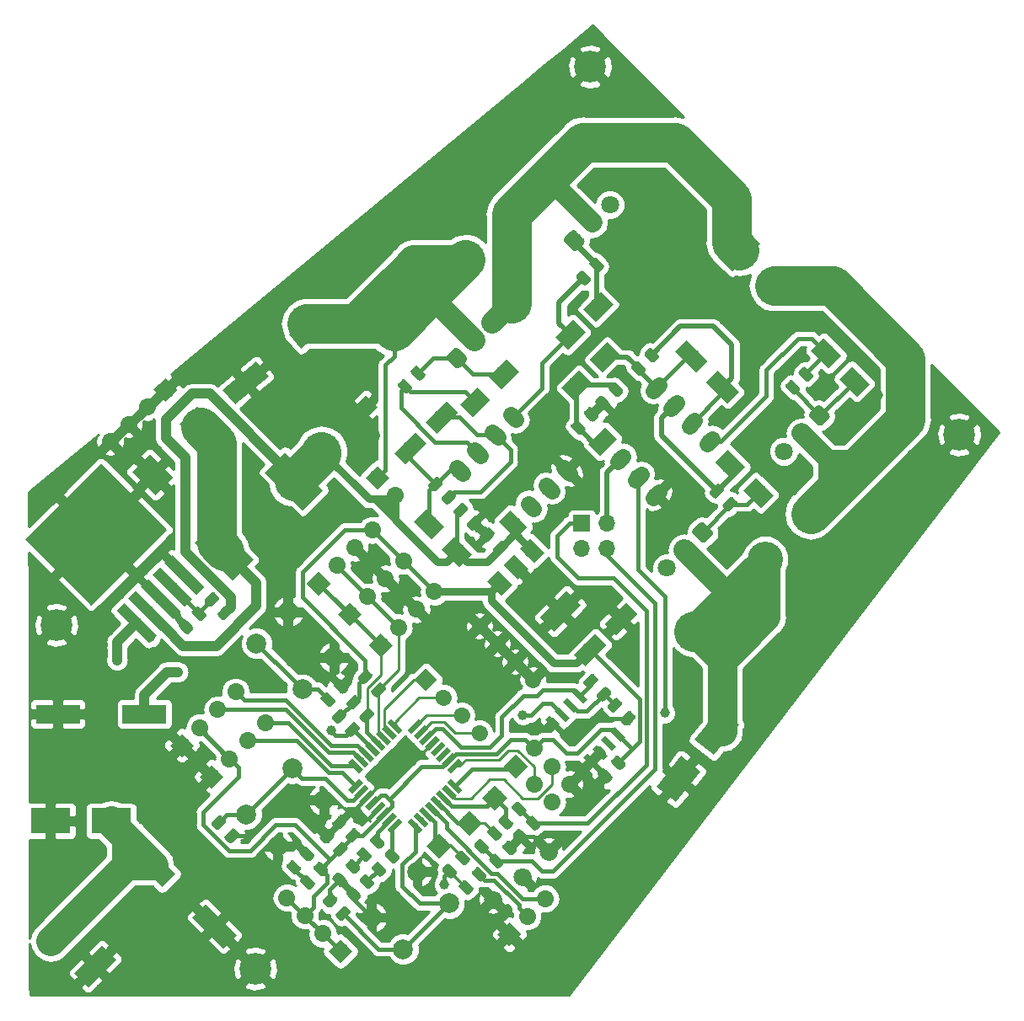
<source format=gbr>
G04 #@! TF.GenerationSoftware,KiCad,Pcbnew,(5.0.1)-3*
G04 #@! TF.CreationDate,2018-11-04T18:29:58+05:30*
G04 #@! TF.ProjectId,MosfetDriverOn210404,4D6F736665744472697665724F6E3231,rev?*
G04 #@! TF.SameCoordinates,Original*
G04 #@! TF.FileFunction,Copper,L1,Top,Signal*
G04 #@! TF.FilePolarity,Positive*
%FSLAX46Y46*%
G04 Gerber Fmt 4.6, Leading zero omitted, Abs format (unit mm)*
G04 Created by KiCad (PCBNEW (5.0.1)-3) date 11/4/2018 6:29:58 PM*
%MOMM*%
%LPD*%
G01*
G04 APERTURE LIST*
G04 #@! TA.AperFunction,ComponentPad*
%ADD10C,1.980000*%
G04 #@! TD*
G04 #@! TA.AperFunction,Conductor*
%ADD11C,1.980000*%
G04 #@! TD*
G04 #@! TA.AperFunction,Conductor*
%ADD12C,0.100000*%
G04 #@! TD*
G04 #@! TA.AperFunction,ComponentPad*
%ADD13C,3.556000*%
G04 #@! TD*
G04 #@! TA.AperFunction,ComponentPad*
%ADD14C,1.800000*%
G04 #@! TD*
G04 #@! TA.AperFunction,ComponentPad*
%ADD15C,1.600000*%
G04 #@! TD*
G04 #@! TA.AperFunction,ComponentPad*
%ADD16C,3.200000*%
G04 #@! TD*
G04 #@! TA.AperFunction,SMDPad,CuDef*
%ADD17C,1.600000*%
G04 #@! TD*
G04 #@! TA.AperFunction,SMDPad,CuDef*
%ADD18C,1.800000*%
G04 #@! TD*
G04 #@! TA.AperFunction,SMDPad,CuDef*
%ADD19C,2.900000*%
G04 #@! TD*
G04 #@! TA.AperFunction,SMDPad,CuDef*
%ADD20C,0.975000*%
G04 #@! TD*
G04 #@! TA.AperFunction,Conductor*
%ADD21C,1.600000*%
G04 #@! TD*
G04 #@! TA.AperFunction,ComponentPad*
%ADD22C,1.700000*%
G04 #@! TD*
G04 #@! TA.AperFunction,Conductor*
%ADD23C,1.700000*%
G04 #@! TD*
G04 #@! TA.AperFunction,ComponentPad*
%ADD24O,1.700000X1.700000*%
G04 #@! TD*
G04 #@! TA.AperFunction,ComponentPad*
%ADD25R,1.700000X1.700000*%
G04 #@! TD*
G04 #@! TA.AperFunction,ComponentPad*
%ADD26C,2.000000*%
G04 #@! TD*
G04 #@! TA.AperFunction,SMDPad,CuDef*
%ADD27C,0.550000*%
G04 #@! TD*
G04 #@! TA.AperFunction,SMDPad,CuDef*
%ADD28R,4.000000X2.500000*%
G04 #@! TD*
G04 #@! TA.AperFunction,SMDPad,CuDef*
%ADD29C,2.500000*%
G04 #@! TD*
G04 #@! TA.AperFunction,SMDPad,CuDef*
%ADD30C,9.400000*%
G04 #@! TD*
G04 #@! TA.AperFunction,SMDPad,CuDef*
%ADD31C,1.100000*%
G04 #@! TD*
G04 #@! TA.AperFunction,SMDPad,CuDef*
%ADD32C,0.600000*%
G04 #@! TD*
G04 #@! TA.AperFunction,Conductor*
%ADD33C,1.800000*%
G04 #@! TD*
G04 #@! TA.AperFunction,SMDPad,CuDef*
%ADD34C,1.900000*%
G04 #@! TD*
G04 #@! TA.AperFunction,SMDPad,CuDef*
%ADD35R,4.400000X1.900000*%
G04 #@! TD*
G04 #@! TA.AperFunction,SMDPad,CuDef*
%ADD36C,2.000000*%
G04 #@! TD*
G04 #@! TA.AperFunction,SMDPad,CuDef*
%ADD37C,1.500000*%
G04 #@! TD*
G04 #@! TA.AperFunction,ViaPad*
%ADD38C,1.000000*%
G04 #@! TD*
G04 #@! TA.AperFunction,ViaPad*
%ADD39C,0.600000*%
G04 #@! TD*
G04 #@! TA.AperFunction,Conductor*
%ADD40C,0.400000*%
G04 #@! TD*
G04 #@! TA.AperFunction,Conductor*
%ADD41C,0.800000*%
G04 #@! TD*
G04 #@! TA.AperFunction,Conductor*
%ADD42C,0.500000*%
G04 #@! TD*
G04 #@! TA.AperFunction,Conductor*
%ADD43C,0.250000*%
G04 #@! TD*
G04 #@! TA.AperFunction,Conductor*
%ADD44C,2.000000*%
G04 #@! TD*
G04 #@! TA.AperFunction,Conductor*
%ADD45C,4.000000*%
G04 #@! TD*
G04 #@! TA.AperFunction,Conductor*
%ADD46C,1.000000*%
G04 #@! TD*
G04 #@! TA.AperFunction,Conductor*
%ADD47C,2.200000*%
G04 #@! TD*
G04 #@! TA.AperFunction,Conductor*
%ADD48C,3.000000*%
G04 #@! TD*
G04 #@! TA.AperFunction,Conductor*
%ADD49C,0.300000*%
G04 #@! TD*
G04 #@! TA.AperFunction,Conductor*
%ADD50C,0.600000*%
G04 #@! TD*
G04 #@! TA.AperFunction,Conductor*
%ADD51C,0.254000*%
G04 #@! TD*
G04 APERTURE END LIST*
D10*
G04 #@! TO.P,J4,2*
G04 #@! TO.N,VCC*
X109060000Y-143750000D03*
D11*
G04 #@! TD*
G04 #@! TO.N,VCC*
G04 #@! TO.C,J4*
X108359964Y-144450036D02*
X109760036Y-143049964D01*
D10*
G04 #@! TO.P,J4,1*
G04 #@! TO.N,GND*
X112595534Y-147285534D03*
D12*
G04 #@! TD*
G04 #@! TO.N,GND*
G04 #@! TO.C,J4*
G36*
X114695641Y-146585498D02*
X111895498Y-149385641D01*
X110495427Y-147985570D01*
X113295570Y-145185427D01*
X114695641Y-146585498D01*
X114695641Y-146585498D01*
G37*
D13*
G04 #@! TO.P,Q4,2*
G04 #@! TO.N,/M2*
X154432320Y-71664422D03*
X161616525Y-64480218D03*
D14*
G04 #@! TO.P,Q4,3*
G04 #@! TO.N,/IS+*
X164310602Y-70766398D03*
G04 #@! TO.P,Q4,2*
G04 #@! TO.N,/M2*
X162514551Y-72562449D03*
D12*
G04 #@! TD*
G04 #@! TO.N,Net-(D7-Pad2)*
G04 #@! TO.C,Q4*
G36*
X160686996Y-73324030D02*
X160725825Y-73329790D01*
X160763903Y-73339328D01*
X160800862Y-73352552D01*
X160836348Y-73369335D01*
X160870017Y-73389516D01*
X160901546Y-73412900D01*
X160930632Y-73439261D01*
X161637739Y-74146368D01*
X161664100Y-74175454D01*
X161687484Y-74206983D01*
X161707665Y-74240652D01*
X161724448Y-74276138D01*
X161737672Y-74313097D01*
X161747210Y-74351175D01*
X161752970Y-74390004D01*
X161754896Y-74429211D01*
X161752970Y-74468418D01*
X161747210Y-74507247D01*
X161737672Y-74545325D01*
X161724448Y-74582284D01*
X161707665Y-74617770D01*
X161687484Y-74651439D01*
X161664100Y-74682968D01*
X161637739Y-74712054D01*
X161072054Y-75277739D01*
X161042968Y-75304100D01*
X161011439Y-75327484D01*
X160977770Y-75347665D01*
X160942284Y-75364448D01*
X160905325Y-75377672D01*
X160867247Y-75387210D01*
X160828418Y-75392970D01*
X160789211Y-75394896D01*
X160750004Y-75392970D01*
X160711175Y-75387210D01*
X160673097Y-75377672D01*
X160636138Y-75364448D01*
X160600652Y-75347665D01*
X160566983Y-75327484D01*
X160535454Y-75304100D01*
X160506368Y-75277739D01*
X159799261Y-74570632D01*
X159772900Y-74541546D01*
X159749516Y-74510017D01*
X159729335Y-74476348D01*
X159712552Y-74440862D01*
X159699328Y-74403903D01*
X159689790Y-74365825D01*
X159684030Y-74326996D01*
X159682104Y-74287789D01*
X159684030Y-74248582D01*
X159689790Y-74209753D01*
X159699328Y-74171675D01*
X159712552Y-74134716D01*
X159729335Y-74099230D01*
X159749516Y-74065561D01*
X159772900Y-74034032D01*
X159799261Y-74004946D01*
X160364946Y-73439261D01*
X160394032Y-73412900D01*
X160425561Y-73389516D01*
X160459230Y-73369335D01*
X160494716Y-73352552D01*
X160531675Y-73339328D01*
X160569753Y-73329790D01*
X160608582Y-73324030D01*
X160647789Y-73322104D01*
X160686996Y-73324030D01*
X160686996Y-73324030D01*
G37*
D15*
G04 #@! TO.P,Q4,1*
G04 #@! TO.N,Net-(D7-Pad2)*
X160718500Y-74358500D03*
G04 #@! TD*
D12*
G04 #@! TO.N,Net-(D6-Pad2)*
G04 #@! TO.C,Q3*
G36*
X148875996Y-85135030D02*
X148914825Y-85140790D01*
X148952903Y-85150328D01*
X148989862Y-85163552D01*
X149025348Y-85180335D01*
X149059017Y-85200516D01*
X149090546Y-85223900D01*
X149119632Y-85250261D01*
X149826739Y-85957368D01*
X149853100Y-85986454D01*
X149876484Y-86017983D01*
X149896665Y-86051652D01*
X149913448Y-86087138D01*
X149926672Y-86124097D01*
X149936210Y-86162175D01*
X149941970Y-86201004D01*
X149943896Y-86240211D01*
X149941970Y-86279418D01*
X149936210Y-86318247D01*
X149926672Y-86356325D01*
X149913448Y-86393284D01*
X149896665Y-86428770D01*
X149876484Y-86462439D01*
X149853100Y-86493968D01*
X149826739Y-86523054D01*
X149261054Y-87088739D01*
X149231968Y-87115100D01*
X149200439Y-87138484D01*
X149166770Y-87158665D01*
X149131284Y-87175448D01*
X149094325Y-87188672D01*
X149056247Y-87198210D01*
X149017418Y-87203970D01*
X148978211Y-87205896D01*
X148939004Y-87203970D01*
X148900175Y-87198210D01*
X148862097Y-87188672D01*
X148825138Y-87175448D01*
X148789652Y-87158665D01*
X148755983Y-87138484D01*
X148724454Y-87115100D01*
X148695368Y-87088739D01*
X147988261Y-86381632D01*
X147961900Y-86352546D01*
X147938516Y-86321017D01*
X147918335Y-86287348D01*
X147901552Y-86251862D01*
X147888328Y-86214903D01*
X147878790Y-86176825D01*
X147873030Y-86137996D01*
X147871104Y-86098789D01*
X147873030Y-86059582D01*
X147878790Y-86020753D01*
X147888328Y-85982675D01*
X147901552Y-85945716D01*
X147918335Y-85910230D01*
X147938516Y-85876561D01*
X147961900Y-85845032D01*
X147988261Y-85815946D01*
X148553946Y-85250261D01*
X148583032Y-85223900D01*
X148614561Y-85200516D01*
X148648230Y-85180335D01*
X148683716Y-85163552D01*
X148720675Y-85150328D01*
X148758753Y-85140790D01*
X148797582Y-85135030D01*
X148836789Y-85133104D01*
X148875996Y-85135030D01*
X148875996Y-85135030D01*
G37*
D15*
G04 #@! TD*
G04 #@! TO.P,Q3,1*
G04 #@! TO.N,Net-(D6-Pad2)*
X148907500Y-86169500D03*
D14*
G04 #@! TO.P,Q3,2*
G04 #@! TO.N,VCC*
X150703551Y-84373449D03*
G04 #@! TO.P,Q3,3*
G04 #@! TO.N,/M2*
X152499602Y-82577398D03*
D13*
G04 #@! TO.P,Q3,2*
G04 #@! TO.N,VCC*
X149805525Y-76291218D03*
X142621320Y-83475422D03*
G04 #@! TD*
D12*
G04 #@! TO.N,Net-(D4-Pad2)*
G04 #@! TO.C,IRFZ44N*
G36*
X173577496Y-102661030D02*
X173616325Y-102666790D01*
X173654403Y-102676328D01*
X173691362Y-102689552D01*
X173726848Y-102706335D01*
X173760517Y-102726516D01*
X173792046Y-102749900D01*
X173821132Y-102776261D01*
X174528239Y-103483368D01*
X174554600Y-103512454D01*
X174577984Y-103543983D01*
X174598165Y-103577652D01*
X174614948Y-103613138D01*
X174628172Y-103650097D01*
X174637710Y-103688175D01*
X174643470Y-103727004D01*
X174645396Y-103766211D01*
X174643470Y-103805418D01*
X174637710Y-103844247D01*
X174628172Y-103882325D01*
X174614948Y-103919284D01*
X174598165Y-103954770D01*
X174577984Y-103988439D01*
X174554600Y-104019968D01*
X174528239Y-104049054D01*
X173962554Y-104614739D01*
X173933468Y-104641100D01*
X173901939Y-104664484D01*
X173868270Y-104684665D01*
X173832784Y-104701448D01*
X173795825Y-104714672D01*
X173757747Y-104724210D01*
X173718918Y-104729970D01*
X173679711Y-104731896D01*
X173640504Y-104729970D01*
X173601675Y-104724210D01*
X173563597Y-104714672D01*
X173526638Y-104701448D01*
X173491152Y-104684665D01*
X173457483Y-104664484D01*
X173425954Y-104641100D01*
X173396868Y-104614739D01*
X172689761Y-103907632D01*
X172663400Y-103878546D01*
X172640016Y-103847017D01*
X172619835Y-103813348D01*
X172603052Y-103777862D01*
X172589828Y-103740903D01*
X172580290Y-103702825D01*
X172574530Y-103663996D01*
X172572604Y-103624789D01*
X172574530Y-103585582D01*
X172580290Y-103546753D01*
X172589828Y-103508675D01*
X172603052Y-103471716D01*
X172619835Y-103436230D01*
X172640016Y-103402561D01*
X172663400Y-103371032D01*
X172689761Y-103341946D01*
X173255446Y-102776261D01*
X173284532Y-102749900D01*
X173316061Y-102726516D01*
X173349730Y-102706335D01*
X173385216Y-102689552D01*
X173422175Y-102676328D01*
X173460253Y-102666790D01*
X173499082Y-102661030D01*
X173538289Y-102659104D01*
X173577496Y-102661030D01*
X173577496Y-102661030D01*
G37*
D15*
G04 #@! TD*
G04 #@! TO.P,IRFZ44N,1*
G04 #@! TO.N,Net-(D4-Pad2)*
X173609000Y-103695500D03*
D14*
G04 #@! TO.P,IRFZ44N,2*
G04 #@! TO.N,VCC*
X171812949Y-105491551D03*
G04 #@! TO.P,IRFZ44N,3*
G04 #@! TO.N,/M1*
X170016898Y-107287602D03*
D13*
G04 #@! TO.P,IRFZ44N,2*
G04 #@! TO.N,VCC*
X172710975Y-113573782D03*
X179895180Y-106389578D03*
G04 #@! TD*
G04 #@! TO.P,Q2,2*
G04 #@! TO.N,/M1*
X191642680Y-94642078D03*
X184458475Y-101826282D03*
D14*
G04 #@! TO.P,Q2,3*
G04 #@! TO.N,/IS+*
X181764398Y-95540102D03*
G04 #@! TO.P,Q2,2*
G04 #@! TO.N,/M1*
X183560449Y-93744051D03*
D12*
G04 #@! TD*
G04 #@! TO.N,Net-(D5-Pad2)*
G04 #@! TO.C,Q2*
G36*
X185324996Y-90913530D02*
X185363825Y-90919290D01*
X185401903Y-90928828D01*
X185438862Y-90942052D01*
X185474348Y-90958835D01*
X185508017Y-90979016D01*
X185539546Y-91002400D01*
X185568632Y-91028761D01*
X186275739Y-91735868D01*
X186302100Y-91764954D01*
X186325484Y-91796483D01*
X186345665Y-91830152D01*
X186362448Y-91865638D01*
X186375672Y-91902597D01*
X186385210Y-91940675D01*
X186390970Y-91979504D01*
X186392896Y-92018711D01*
X186390970Y-92057918D01*
X186385210Y-92096747D01*
X186375672Y-92134825D01*
X186362448Y-92171784D01*
X186345665Y-92207270D01*
X186325484Y-92240939D01*
X186302100Y-92272468D01*
X186275739Y-92301554D01*
X185710054Y-92867239D01*
X185680968Y-92893600D01*
X185649439Y-92916984D01*
X185615770Y-92937165D01*
X185580284Y-92953948D01*
X185543325Y-92967172D01*
X185505247Y-92976710D01*
X185466418Y-92982470D01*
X185427211Y-92984396D01*
X185388004Y-92982470D01*
X185349175Y-92976710D01*
X185311097Y-92967172D01*
X185274138Y-92953948D01*
X185238652Y-92937165D01*
X185204983Y-92916984D01*
X185173454Y-92893600D01*
X185144368Y-92867239D01*
X184437261Y-92160132D01*
X184410900Y-92131046D01*
X184387516Y-92099517D01*
X184367335Y-92065848D01*
X184350552Y-92030362D01*
X184337328Y-91993403D01*
X184327790Y-91955325D01*
X184322030Y-91916496D01*
X184320104Y-91877289D01*
X184322030Y-91838082D01*
X184327790Y-91799253D01*
X184337328Y-91761175D01*
X184350552Y-91724216D01*
X184367335Y-91688730D01*
X184387516Y-91655061D01*
X184410900Y-91623532D01*
X184437261Y-91594446D01*
X185002946Y-91028761D01*
X185032032Y-91002400D01*
X185063561Y-90979016D01*
X185097230Y-90958835D01*
X185132716Y-90942052D01*
X185169675Y-90928828D01*
X185207753Y-90919290D01*
X185246582Y-90913530D01*
X185285789Y-90911604D01*
X185324996Y-90913530D01*
X185324996Y-90913530D01*
G37*
D15*
G04 #@! TO.P,Q2,1*
G04 #@! TO.N,Net-(D5-Pad2)*
X185356500Y-91948000D03*
G04 #@! TD*
D16*
G04 #@! TO.P,REF\002A\002A,1*
G04 #@! TO.N,GND*
X128670000Y-147550000D03*
G04 #@! TD*
G04 #@! TO.P,REF\002A\002A,1*
G04 #@! TO.N,GND*
X108690000Y-113000000D03*
G04 #@! TD*
G04 #@! TO.P,REF\002A\002A,1*
G04 #@! TO.N,GND*
X162306000Y-56896000D03*
G04 #@! TD*
D17*
G04 #@! TO.P,22uF,2*
G04 #@! TO.N,Net-(C9-Pad2)*
X147383500Y-92138500D03*
D12*
G04 #@! TD*
G04 #@! TO.N,Net-(C9-Pad2)*
G04 #@! TO.C,22uF*
G36*
X146888525Y-93764846D02*
X145757154Y-92633475D01*
X147878475Y-90512154D01*
X149009846Y-91643525D01*
X146888525Y-93764846D01*
X146888525Y-93764846D01*
G37*
D17*
G04 #@! TO.P,22uF,1*
G04 #@! TO.N,Net-(C9-Pad1)*
X144272230Y-95249770D03*
D12*
G04 #@! TD*
G04 #@! TO.N,Net-(C9-Pad1)*
G04 #@! TO.C,22uF*
G36*
X143777255Y-96876116D02*
X142645884Y-95744745D01*
X144767205Y-93623424D01*
X145898576Y-94754795D01*
X143777255Y-96876116D01*
X143777255Y-96876116D01*
G37*
D18*
G04 #@! TO.P,SS27,2*
G04 #@! TO.N,Net-(D4-Pad2)*
X179214214Y-99712214D03*
D12*
G04 #@! TD*
G04 #@! TO.N,Net-(D4-Pad2)*
G04 #@! TO.C,SS27*
G36*
X177693934Y-99464727D02*
X178966727Y-98191934D01*
X180734494Y-99959701D01*
X179461701Y-101232494D01*
X177693934Y-99464727D01*
X177693934Y-99464727D01*
G37*
D18*
G04 #@! TO.P,SS27,1*
G04 #@! TO.N,Net-(D4-Pad1)*
X176385786Y-96883786D03*
D12*
G04 #@! TD*
G04 #@! TO.N,Net-(D4-Pad1)*
G04 #@! TO.C,SS27*
G36*
X174865506Y-96636299D02*
X176138299Y-95363506D01*
X177906066Y-97131273D01*
X176633273Y-98404066D01*
X174865506Y-96636299D01*
X174865506Y-96636299D01*
G37*
D19*
G04 #@! TO.P,L1,2*
G04 #@! TO.N,+15V*
X132557579Y-98557021D03*
D12*
G04 #@! TD*
G04 #@! TO.N,+15V*
G04 #@! TO.C,L1*
G36*
X133441462Y-101491514D02*
X129623086Y-97673138D01*
X131673696Y-95622528D01*
X135492072Y-99440904D01*
X133441462Y-101491514D01*
X133441462Y-101491514D01*
G37*
D19*
G04 #@! TO.P,L1,1*
G04 #@! TO.N,Net-(D1-Pad1)*
X125557221Y-105557379D03*
D12*
G04 #@! TD*
G04 #@! TO.N,Net-(D1-Pad1)*
G04 #@! TO.C,L1*
G36*
X126441104Y-108491872D02*
X122622728Y-104673496D01*
X124673338Y-102622886D01*
X128491714Y-106441262D01*
X126441104Y-108491872D01*
X126441104Y-108491872D01*
G37*
G04 #@! TO.N,+15V*
G04 #@! TO.C,R1*
G36*
X125804774Y-111032896D02*
X125828435Y-111036406D01*
X125851639Y-111042218D01*
X125874161Y-111050276D01*
X125895785Y-111060504D01*
X125916302Y-111072801D01*
X125935515Y-111087051D01*
X125953239Y-111103115D01*
X126297954Y-111447830D01*
X126314018Y-111465554D01*
X126328268Y-111484767D01*
X126340565Y-111505284D01*
X126350793Y-111526908D01*
X126358851Y-111549430D01*
X126364663Y-111572634D01*
X126368173Y-111596295D01*
X126369347Y-111620187D01*
X126368173Y-111644079D01*
X126364663Y-111667740D01*
X126358851Y-111690944D01*
X126350793Y-111713466D01*
X126340565Y-111735090D01*
X126328268Y-111755607D01*
X126314018Y-111774820D01*
X126297954Y-111792544D01*
X125652719Y-112437779D01*
X125634995Y-112453843D01*
X125615782Y-112468093D01*
X125595265Y-112480390D01*
X125573641Y-112490618D01*
X125551119Y-112498676D01*
X125527915Y-112504488D01*
X125504254Y-112507998D01*
X125480362Y-112509172D01*
X125456470Y-112507998D01*
X125432809Y-112504488D01*
X125409605Y-112498676D01*
X125387083Y-112490618D01*
X125365459Y-112480390D01*
X125344942Y-112468093D01*
X125325729Y-112453843D01*
X125308005Y-112437779D01*
X124963290Y-112093064D01*
X124947226Y-112075340D01*
X124932976Y-112056127D01*
X124920679Y-112035610D01*
X124910451Y-112013986D01*
X124902393Y-111991464D01*
X124896581Y-111968260D01*
X124893071Y-111944599D01*
X124891897Y-111920707D01*
X124893071Y-111896815D01*
X124896581Y-111873154D01*
X124902393Y-111849950D01*
X124910451Y-111827428D01*
X124920679Y-111805804D01*
X124932976Y-111785287D01*
X124947226Y-111766074D01*
X124963290Y-111748350D01*
X125608525Y-111103115D01*
X125626249Y-111087051D01*
X125645462Y-111072801D01*
X125665979Y-111060504D01*
X125687603Y-111050276D01*
X125710125Y-111042218D01*
X125733329Y-111036406D01*
X125756990Y-111032896D01*
X125780882Y-111031722D01*
X125804774Y-111032896D01*
X125804774Y-111032896D01*
G37*
D20*
G04 #@! TD*
G04 #@! TO.P,R1,2*
G04 #@! TO.N,+15V*
X125630622Y-111770447D03*
D12*
G04 #@! TO.N,Net-(R1-Pad1)*
G04 #@! TO.C,R1*
G36*
X124478948Y-109707070D02*
X124502609Y-109710580D01*
X124525813Y-109716392D01*
X124548335Y-109724450D01*
X124569959Y-109734678D01*
X124590476Y-109746975D01*
X124609689Y-109761225D01*
X124627413Y-109777289D01*
X124972128Y-110122004D01*
X124988192Y-110139728D01*
X125002442Y-110158941D01*
X125014739Y-110179458D01*
X125024967Y-110201082D01*
X125033025Y-110223604D01*
X125038837Y-110246808D01*
X125042347Y-110270469D01*
X125043521Y-110294361D01*
X125042347Y-110318253D01*
X125038837Y-110341914D01*
X125033025Y-110365118D01*
X125024967Y-110387640D01*
X125014739Y-110409264D01*
X125002442Y-110429781D01*
X124988192Y-110448994D01*
X124972128Y-110466718D01*
X124326893Y-111111953D01*
X124309169Y-111128017D01*
X124289956Y-111142267D01*
X124269439Y-111154564D01*
X124247815Y-111164792D01*
X124225293Y-111172850D01*
X124202089Y-111178662D01*
X124178428Y-111182172D01*
X124154536Y-111183346D01*
X124130644Y-111182172D01*
X124106983Y-111178662D01*
X124083779Y-111172850D01*
X124061257Y-111164792D01*
X124039633Y-111154564D01*
X124019116Y-111142267D01*
X123999903Y-111128017D01*
X123982179Y-111111953D01*
X123637464Y-110767238D01*
X123621400Y-110749514D01*
X123607150Y-110730301D01*
X123594853Y-110709784D01*
X123584625Y-110688160D01*
X123576567Y-110665638D01*
X123570755Y-110642434D01*
X123567245Y-110618773D01*
X123566071Y-110594881D01*
X123567245Y-110570989D01*
X123570755Y-110547328D01*
X123576567Y-110524124D01*
X123584625Y-110501602D01*
X123594853Y-110479978D01*
X123607150Y-110459461D01*
X123621400Y-110440248D01*
X123637464Y-110422524D01*
X124282699Y-109777289D01*
X124300423Y-109761225D01*
X124319636Y-109746975D01*
X124340153Y-109734678D01*
X124361777Y-109724450D01*
X124384299Y-109716392D01*
X124407503Y-109710580D01*
X124431164Y-109707070D01*
X124455056Y-109705896D01*
X124478948Y-109707070D01*
X124478948Y-109707070D01*
G37*
D20*
G04 #@! TD*
G04 #@! TO.P,R1,1*
G04 #@! TO.N,Net-(R1-Pad1)*
X124304796Y-110444621D03*
D12*
G04 #@! TO.N,GND*
G04 #@! TO.C,R2*
G36*
X121574153Y-112448523D02*
X121597814Y-112452033D01*
X121621018Y-112457845D01*
X121643540Y-112465903D01*
X121665164Y-112476131D01*
X121685681Y-112488428D01*
X121704894Y-112502678D01*
X121722618Y-112518742D01*
X122367853Y-113163977D01*
X122383917Y-113181701D01*
X122398167Y-113200914D01*
X122410464Y-113221431D01*
X122420692Y-113243055D01*
X122428750Y-113265577D01*
X122434562Y-113288781D01*
X122438072Y-113312442D01*
X122439246Y-113336334D01*
X122438072Y-113360226D01*
X122434562Y-113383887D01*
X122428750Y-113407091D01*
X122420692Y-113429613D01*
X122410464Y-113451237D01*
X122398167Y-113471754D01*
X122383917Y-113490967D01*
X122367853Y-113508691D01*
X122023138Y-113853406D01*
X122005414Y-113869470D01*
X121986201Y-113883720D01*
X121965684Y-113896017D01*
X121944060Y-113906245D01*
X121921538Y-113914303D01*
X121898334Y-113920115D01*
X121874673Y-113923625D01*
X121850781Y-113924799D01*
X121826889Y-113923625D01*
X121803228Y-113920115D01*
X121780024Y-113914303D01*
X121757502Y-113906245D01*
X121735878Y-113896017D01*
X121715361Y-113883720D01*
X121696148Y-113869470D01*
X121678424Y-113853406D01*
X121033189Y-113208171D01*
X121017125Y-113190447D01*
X121002875Y-113171234D01*
X120990578Y-113150717D01*
X120980350Y-113129093D01*
X120972292Y-113106571D01*
X120966480Y-113083367D01*
X120962970Y-113059706D01*
X120961796Y-113035814D01*
X120962970Y-113011922D01*
X120966480Y-112988261D01*
X120972292Y-112965057D01*
X120980350Y-112942535D01*
X120990578Y-112920911D01*
X121002875Y-112900394D01*
X121017125Y-112881181D01*
X121033189Y-112863457D01*
X121377904Y-112518742D01*
X121395628Y-112502678D01*
X121414841Y-112488428D01*
X121435358Y-112476131D01*
X121456982Y-112465903D01*
X121479504Y-112457845D01*
X121502708Y-112452033D01*
X121526369Y-112448523D01*
X121550261Y-112447349D01*
X121574153Y-112448523D01*
X121574153Y-112448523D01*
G37*
D20*
G04 #@! TD*
G04 #@! TO.P,R2,2*
G04 #@! TO.N,GND*
X121700521Y-113186074D03*
D12*
G04 #@! TO.N,Net-(R1-Pad1)*
G04 #@! TO.C,R2*
G36*
X122899979Y-111122697D02*
X122923640Y-111126207D01*
X122946844Y-111132019D01*
X122969366Y-111140077D01*
X122990990Y-111150305D01*
X123011507Y-111162602D01*
X123030720Y-111176852D01*
X123048444Y-111192916D01*
X123693679Y-111838151D01*
X123709743Y-111855875D01*
X123723993Y-111875088D01*
X123736290Y-111895605D01*
X123746518Y-111917229D01*
X123754576Y-111939751D01*
X123760388Y-111962955D01*
X123763898Y-111986616D01*
X123765072Y-112010508D01*
X123763898Y-112034400D01*
X123760388Y-112058061D01*
X123754576Y-112081265D01*
X123746518Y-112103787D01*
X123736290Y-112125411D01*
X123723993Y-112145928D01*
X123709743Y-112165141D01*
X123693679Y-112182865D01*
X123348964Y-112527580D01*
X123331240Y-112543644D01*
X123312027Y-112557894D01*
X123291510Y-112570191D01*
X123269886Y-112580419D01*
X123247364Y-112588477D01*
X123224160Y-112594289D01*
X123200499Y-112597799D01*
X123176607Y-112598973D01*
X123152715Y-112597799D01*
X123129054Y-112594289D01*
X123105850Y-112588477D01*
X123083328Y-112580419D01*
X123061704Y-112570191D01*
X123041187Y-112557894D01*
X123021974Y-112543644D01*
X123004250Y-112527580D01*
X122359015Y-111882345D01*
X122342951Y-111864621D01*
X122328701Y-111845408D01*
X122316404Y-111824891D01*
X122306176Y-111803267D01*
X122298118Y-111780745D01*
X122292306Y-111757541D01*
X122288796Y-111733880D01*
X122287622Y-111709988D01*
X122288796Y-111686096D01*
X122292306Y-111662435D01*
X122298118Y-111639231D01*
X122306176Y-111616709D01*
X122316404Y-111595085D01*
X122328701Y-111574568D01*
X122342951Y-111555355D01*
X122359015Y-111537631D01*
X122703730Y-111192916D01*
X122721454Y-111176852D01*
X122740667Y-111162602D01*
X122761184Y-111150305D01*
X122782808Y-111140077D01*
X122805330Y-111132019D01*
X122828534Y-111126207D01*
X122852195Y-111122697D01*
X122876087Y-111121523D01*
X122899979Y-111122697D01*
X122899979Y-111122697D01*
G37*
D20*
G04 #@! TD*
G04 #@! TO.P,R2,1*
G04 #@! TO.N,Net-(R1-Pad1)*
X123026347Y-111860248D03*
D12*
G04 #@! TO.N,Net-(D2-Pad1)*
G04 #@! TO.C,R3*
G36*
X132405806Y-136605275D02*
X132429467Y-136608785D01*
X132452671Y-136614597D01*
X132475193Y-136622655D01*
X132496817Y-136632883D01*
X132517334Y-136645180D01*
X132536547Y-136659430D01*
X132554271Y-136675494D01*
X133199506Y-137320729D01*
X133215570Y-137338453D01*
X133229820Y-137357666D01*
X133242117Y-137378183D01*
X133252345Y-137399807D01*
X133260403Y-137422329D01*
X133266215Y-137445533D01*
X133269725Y-137469194D01*
X133270899Y-137493086D01*
X133269725Y-137516978D01*
X133266215Y-137540639D01*
X133260403Y-137563843D01*
X133252345Y-137586365D01*
X133242117Y-137607989D01*
X133229820Y-137628506D01*
X133215570Y-137647719D01*
X133199506Y-137665443D01*
X132854791Y-138010158D01*
X132837067Y-138026222D01*
X132817854Y-138040472D01*
X132797337Y-138052769D01*
X132775713Y-138062997D01*
X132753191Y-138071055D01*
X132729987Y-138076867D01*
X132706326Y-138080377D01*
X132682434Y-138081551D01*
X132658542Y-138080377D01*
X132634881Y-138076867D01*
X132611677Y-138071055D01*
X132589155Y-138062997D01*
X132567531Y-138052769D01*
X132547014Y-138040472D01*
X132527801Y-138026222D01*
X132510077Y-138010158D01*
X131864842Y-137364923D01*
X131848778Y-137347199D01*
X131834528Y-137327986D01*
X131822231Y-137307469D01*
X131812003Y-137285845D01*
X131803945Y-137263323D01*
X131798133Y-137240119D01*
X131794623Y-137216458D01*
X131793449Y-137192566D01*
X131794623Y-137168674D01*
X131798133Y-137145013D01*
X131803945Y-137121809D01*
X131812003Y-137099287D01*
X131822231Y-137077663D01*
X131834528Y-137057146D01*
X131848778Y-137037933D01*
X131864842Y-137020209D01*
X132209557Y-136675494D01*
X132227281Y-136659430D01*
X132246494Y-136645180D01*
X132267011Y-136632883D01*
X132288635Y-136622655D01*
X132311157Y-136614597D01*
X132334361Y-136608785D01*
X132358022Y-136605275D01*
X132381914Y-136604101D01*
X132405806Y-136605275D01*
X132405806Y-136605275D01*
G37*
D20*
G04 #@! TD*
G04 #@! TO.P,R3,2*
G04 #@! TO.N,Net-(D2-Pad1)*
X132532174Y-137342826D03*
D12*
G04 #@! TO.N,GND*
G04 #@! TO.C,R3*
G36*
X133731632Y-135279449D02*
X133755293Y-135282959D01*
X133778497Y-135288771D01*
X133801019Y-135296829D01*
X133822643Y-135307057D01*
X133843160Y-135319354D01*
X133862373Y-135333604D01*
X133880097Y-135349668D01*
X134525332Y-135994903D01*
X134541396Y-136012627D01*
X134555646Y-136031840D01*
X134567943Y-136052357D01*
X134578171Y-136073981D01*
X134586229Y-136096503D01*
X134592041Y-136119707D01*
X134595551Y-136143368D01*
X134596725Y-136167260D01*
X134595551Y-136191152D01*
X134592041Y-136214813D01*
X134586229Y-136238017D01*
X134578171Y-136260539D01*
X134567943Y-136282163D01*
X134555646Y-136302680D01*
X134541396Y-136321893D01*
X134525332Y-136339617D01*
X134180617Y-136684332D01*
X134162893Y-136700396D01*
X134143680Y-136714646D01*
X134123163Y-136726943D01*
X134101539Y-136737171D01*
X134079017Y-136745229D01*
X134055813Y-136751041D01*
X134032152Y-136754551D01*
X134008260Y-136755725D01*
X133984368Y-136754551D01*
X133960707Y-136751041D01*
X133937503Y-136745229D01*
X133914981Y-136737171D01*
X133893357Y-136726943D01*
X133872840Y-136714646D01*
X133853627Y-136700396D01*
X133835903Y-136684332D01*
X133190668Y-136039097D01*
X133174604Y-136021373D01*
X133160354Y-136002160D01*
X133148057Y-135981643D01*
X133137829Y-135960019D01*
X133129771Y-135937497D01*
X133123959Y-135914293D01*
X133120449Y-135890632D01*
X133119275Y-135866740D01*
X133120449Y-135842848D01*
X133123959Y-135819187D01*
X133129771Y-135795983D01*
X133137829Y-135773461D01*
X133148057Y-135751837D01*
X133160354Y-135731320D01*
X133174604Y-135712107D01*
X133190668Y-135694383D01*
X133535383Y-135349668D01*
X133553107Y-135333604D01*
X133572320Y-135319354D01*
X133592837Y-135307057D01*
X133614461Y-135296829D01*
X133636983Y-135288771D01*
X133660187Y-135282959D01*
X133683848Y-135279449D01*
X133707740Y-135278275D01*
X133731632Y-135279449D01*
X133731632Y-135279449D01*
G37*
D20*
G04 #@! TD*
G04 #@! TO.P,R3,1*
G04 #@! TO.N,GND*
X133858000Y-136017000D03*
D12*
G04 #@! TO.N,+5V*
G04 #@! TO.C,10K*
G36*
X151046374Y-137321636D02*
X151070035Y-137325146D01*
X151093239Y-137330958D01*
X151115761Y-137339016D01*
X151137385Y-137349244D01*
X151157902Y-137361541D01*
X151177115Y-137375791D01*
X151194839Y-137391855D01*
X151840074Y-138037090D01*
X151856138Y-138054814D01*
X151870388Y-138074027D01*
X151882685Y-138094544D01*
X151892913Y-138116168D01*
X151900971Y-138138690D01*
X151906783Y-138161894D01*
X151910293Y-138185555D01*
X151911467Y-138209447D01*
X151910293Y-138233339D01*
X151906783Y-138257000D01*
X151900971Y-138280204D01*
X151892913Y-138302726D01*
X151882685Y-138324350D01*
X151870388Y-138344867D01*
X151856138Y-138364080D01*
X151840074Y-138381804D01*
X151495359Y-138726519D01*
X151477635Y-138742583D01*
X151458422Y-138756833D01*
X151437905Y-138769130D01*
X151416281Y-138779358D01*
X151393759Y-138787416D01*
X151370555Y-138793228D01*
X151346894Y-138796738D01*
X151323002Y-138797912D01*
X151299110Y-138796738D01*
X151275449Y-138793228D01*
X151252245Y-138787416D01*
X151229723Y-138779358D01*
X151208099Y-138769130D01*
X151187582Y-138756833D01*
X151168369Y-138742583D01*
X151150645Y-138726519D01*
X150505410Y-138081284D01*
X150489346Y-138063560D01*
X150475096Y-138044347D01*
X150462799Y-138023830D01*
X150452571Y-138002206D01*
X150444513Y-137979684D01*
X150438701Y-137956480D01*
X150435191Y-137932819D01*
X150434017Y-137908927D01*
X150435191Y-137885035D01*
X150438701Y-137861374D01*
X150444513Y-137838170D01*
X150452571Y-137815648D01*
X150462799Y-137794024D01*
X150475096Y-137773507D01*
X150489346Y-137754294D01*
X150505410Y-137736570D01*
X150850125Y-137391855D01*
X150867849Y-137375791D01*
X150887062Y-137361541D01*
X150907579Y-137349244D01*
X150929203Y-137339016D01*
X150951725Y-137330958D01*
X150974929Y-137325146D01*
X150998590Y-137321636D01*
X151022482Y-137320462D01*
X151046374Y-137321636D01*
X151046374Y-137321636D01*
G37*
D20*
G04 #@! TD*
G04 #@! TO.P,10K,2*
G04 #@! TO.N,+5V*
X151172742Y-138059187D03*
D12*
G04 #@! TO.N,/~SD*
G04 #@! TO.C,10K*
G36*
X149720548Y-138647462D02*
X149744209Y-138650972D01*
X149767413Y-138656784D01*
X149789935Y-138664842D01*
X149811559Y-138675070D01*
X149832076Y-138687367D01*
X149851289Y-138701617D01*
X149869013Y-138717681D01*
X150514248Y-139362916D01*
X150530312Y-139380640D01*
X150544562Y-139399853D01*
X150556859Y-139420370D01*
X150567087Y-139441994D01*
X150575145Y-139464516D01*
X150580957Y-139487720D01*
X150584467Y-139511381D01*
X150585641Y-139535273D01*
X150584467Y-139559165D01*
X150580957Y-139582826D01*
X150575145Y-139606030D01*
X150567087Y-139628552D01*
X150556859Y-139650176D01*
X150544562Y-139670693D01*
X150530312Y-139689906D01*
X150514248Y-139707630D01*
X150169533Y-140052345D01*
X150151809Y-140068409D01*
X150132596Y-140082659D01*
X150112079Y-140094956D01*
X150090455Y-140105184D01*
X150067933Y-140113242D01*
X150044729Y-140119054D01*
X150021068Y-140122564D01*
X149997176Y-140123738D01*
X149973284Y-140122564D01*
X149949623Y-140119054D01*
X149926419Y-140113242D01*
X149903897Y-140105184D01*
X149882273Y-140094956D01*
X149861756Y-140082659D01*
X149842543Y-140068409D01*
X149824819Y-140052345D01*
X149179584Y-139407110D01*
X149163520Y-139389386D01*
X149149270Y-139370173D01*
X149136973Y-139349656D01*
X149126745Y-139328032D01*
X149118687Y-139305510D01*
X149112875Y-139282306D01*
X149109365Y-139258645D01*
X149108191Y-139234753D01*
X149109365Y-139210861D01*
X149112875Y-139187200D01*
X149118687Y-139163996D01*
X149126745Y-139141474D01*
X149136973Y-139119850D01*
X149149270Y-139099333D01*
X149163520Y-139080120D01*
X149179584Y-139062396D01*
X149524299Y-138717681D01*
X149542023Y-138701617D01*
X149561236Y-138687367D01*
X149581753Y-138675070D01*
X149603377Y-138664842D01*
X149625899Y-138656784D01*
X149649103Y-138650972D01*
X149672764Y-138647462D01*
X149696656Y-138646288D01*
X149720548Y-138647462D01*
X149720548Y-138647462D01*
G37*
D20*
G04 #@! TD*
G04 #@! TO.P,10K,1*
G04 #@! TO.N,/~SD*
X149846916Y-139385013D03*
D12*
G04 #@! TO.N,Net-(D4-Pad1)*
G04 #@! TO.C,10*
G36*
X175215739Y-98802536D02*
X175239400Y-98806046D01*
X175262604Y-98811858D01*
X175285126Y-98819916D01*
X175306750Y-98830144D01*
X175327267Y-98842441D01*
X175346480Y-98856691D01*
X175364204Y-98872755D01*
X175708919Y-99217470D01*
X175724983Y-99235194D01*
X175739233Y-99254407D01*
X175751530Y-99274924D01*
X175761758Y-99296548D01*
X175769816Y-99319070D01*
X175775628Y-99342274D01*
X175779138Y-99365935D01*
X175780312Y-99389827D01*
X175779138Y-99413719D01*
X175775628Y-99437380D01*
X175769816Y-99460584D01*
X175761758Y-99483106D01*
X175751530Y-99504730D01*
X175739233Y-99525247D01*
X175724983Y-99544460D01*
X175708919Y-99562184D01*
X175063684Y-100207419D01*
X175045960Y-100223483D01*
X175026747Y-100237733D01*
X175006230Y-100250030D01*
X174984606Y-100260258D01*
X174962084Y-100268316D01*
X174938880Y-100274128D01*
X174915219Y-100277638D01*
X174891327Y-100278812D01*
X174867435Y-100277638D01*
X174843774Y-100274128D01*
X174820570Y-100268316D01*
X174798048Y-100260258D01*
X174776424Y-100250030D01*
X174755907Y-100237733D01*
X174736694Y-100223483D01*
X174718970Y-100207419D01*
X174374255Y-99862704D01*
X174358191Y-99844980D01*
X174343941Y-99825767D01*
X174331644Y-99805250D01*
X174321416Y-99783626D01*
X174313358Y-99761104D01*
X174307546Y-99737900D01*
X174304036Y-99714239D01*
X174302862Y-99690347D01*
X174304036Y-99666455D01*
X174307546Y-99642794D01*
X174313358Y-99619590D01*
X174321416Y-99597068D01*
X174331644Y-99575444D01*
X174343941Y-99554927D01*
X174358191Y-99535714D01*
X174374255Y-99517990D01*
X175019490Y-98872755D01*
X175037214Y-98856691D01*
X175056427Y-98842441D01*
X175076944Y-98830144D01*
X175098568Y-98819916D01*
X175121090Y-98811858D01*
X175144294Y-98806046D01*
X175167955Y-98802536D01*
X175191847Y-98801362D01*
X175215739Y-98802536D01*
X175215739Y-98802536D01*
G37*
D20*
G04 #@! TD*
G04 #@! TO.P,10,2*
G04 #@! TO.N,Net-(D4-Pad1)*
X175041587Y-99540087D03*
D12*
G04 #@! TO.N,Net-(D4-Pad2)*
G04 #@! TO.C,10*
G36*
X176541565Y-100128362D02*
X176565226Y-100131872D01*
X176588430Y-100137684D01*
X176610952Y-100145742D01*
X176632576Y-100155970D01*
X176653093Y-100168267D01*
X176672306Y-100182517D01*
X176690030Y-100198581D01*
X177034745Y-100543296D01*
X177050809Y-100561020D01*
X177065059Y-100580233D01*
X177077356Y-100600750D01*
X177087584Y-100622374D01*
X177095642Y-100644896D01*
X177101454Y-100668100D01*
X177104964Y-100691761D01*
X177106138Y-100715653D01*
X177104964Y-100739545D01*
X177101454Y-100763206D01*
X177095642Y-100786410D01*
X177087584Y-100808932D01*
X177077356Y-100830556D01*
X177065059Y-100851073D01*
X177050809Y-100870286D01*
X177034745Y-100888010D01*
X176389510Y-101533245D01*
X176371786Y-101549309D01*
X176352573Y-101563559D01*
X176332056Y-101575856D01*
X176310432Y-101586084D01*
X176287910Y-101594142D01*
X176264706Y-101599954D01*
X176241045Y-101603464D01*
X176217153Y-101604638D01*
X176193261Y-101603464D01*
X176169600Y-101599954D01*
X176146396Y-101594142D01*
X176123874Y-101586084D01*
X176102250Y-101575856D01*
X176081733Y-101563559D01*
X176062520Y-101549309D01*
X176044796Y-101533245D01*
X175700081Y-101188530D01*
X175684017Y-101170806D01*
X175669767Y-101151593D01*
X175657470Y-101131076D01*
X175647242Y-101109452D01*
X175639184Y-101086930D01*
X175633372Y-101063726D01*
X175629862Y-101040065D01*
X175628688Y-101016173D01*
X175629862Y-100992281D01*
X175633372Y-100968620D01*
X175639184Y-100945416D01*
X175647242Y-100922894D01*
X175657470Y-100901270D01*
X175669767Y-100880753D01*
X175684017Y-100861540D01*
X175700081Y-100843816D01*
X176345316Y-100198581D01*
X176363040Y-100182517D01*
X176382253Y-100168267D01*
X176402770Y-100155970D01*
X176424394Y-100145742D01*
X176446916Y-100137684D01*
X176470120Y-100131872D01*
X176493781Y-100128362D01*
X176517673Y-100127188D01*
X176541565Y-100128362D01*
X176541565Y-100128362D01*
G37*
D20*
G04 #@! TD*
G04 #@! TO.P,10,1*
G04 #@! TO.N,Net-(D4-Pad2)*
X176367413Y-100865913D03*
D12*
G04 #@! TO.N,Net-(D5-Pad1)*
G04 #@! TO.C,10*
G36*
X183861045Y-87055036D02*
X183884706Y-87058546D01*
X183907910Y-87064358D01*
X183930432Y-87072416D01*
X183952056Y-87082644D01*
X183972573Y-87094941D01*
X183991786Y-87109191D01*
X184009510Y-87125255D01*
X184654745Y-87770490D01*
X184670809Y-87788214D01*
X184685059Y-87807427D01*
X184697356Y-87827944D01*
X184707584Y-87849568D01*
X184715642Y-87872090D01*
X184721454Y-87895294D01*
X184724964Y-87918955D01*
X184726138Y-87942847D01*
X184724964Y-87966739D01*
X184721454Y-87990400D01*
X184715642Y-88013604D01*
X184707584Y-88036126D01*
X184697356Y-88057750D01*
X184685059Y-88078267D01*
X184670809Y-88097480D01*
X184654745Y-88115204D01*
X184310030Y-88459919D01*
X184292306Y-88475983D01*
X184273093Y-88490233D01*
X184252576Y-88502530D01*
X184230952Y-88512758D01*
X184208430Y-88520816D01*
X184185226Y-88526628D01*
X184161565Y-88530138D01*
X184137673Y-88531312D01*
X184113781Y-88530138D01*
X184090120Y-88526628D01*
X184066916Y-88520816D01*
X184044394Y-88512758D01*
X184022770Y-88502530D01*
X184002253Y-88490233D01*
X183983040Y-88475983D01*
X183965316Y-88459919D01*
X183320081Y-87814684D01*
X183304017Y-87796960D01*
X183289767Y-87777747D01*
X183277470Y-87757230D01*
X183267242Y-87735606D01*
X183259184Y-87713084D01*
X183253372Y-87689880D01*
X183249862Y-87666219D01*
X183248688Y-87642327D01*
X183249862Y-87618435D01*
X183253372Y-87594774D01*
X183259184Y-87571570D01*
X183267242Y-87549048D01*
X183277470Y-87527424D01*
X183289767Y-87506907D01*
X183304017Y-87487694D01*
X183320081Y-87469970D01*
X183664796Y-87125255D01*
X183682520Y-87109191D01*
X183701733Y-87094941D01*
X183722250Y-87082644D01*
X183743874Y-87072416D01*
X183766396Y-87064358D01*
X183789600Y-87058546D01*
X183813261Y-87055036D01*
X183837153Y-87053862D01*
X183861045Y-87055036D01*
X183861045Y-87055036D01*
G37*
D20*
G04 #@! TD*
G04 #@! TO.P,10,2*
G04 #@! TO.N,Net-(D5-Pad1)*
X183987413Y-87792587D03*
D12*
G04 #@! TO.N,Net-(D5-Pad2)*
G04 #@! TO.C,10*
G36*
X182535219Y-88380862D02*
X182558880Y-88384372D01*
X182582084Y-88390184D01*
X182604606Y-88398242D01*
X182626230Y-88408470D01*
X182646747Y-88420767D01*
X182665960Y-88435017D01*
X182683684Y-88451081D01*
X183328919Y-89096316D01*
X183344983Y-89114040D01*
X183359233Y-89133253D01*
X183371530Y-89153770D01*
X183381758Y-89175394D01*
X183389816Y-89197916D01*
X183395628Y-89221120D01*
X183399138Y-89244781D01*
X183400312Y-89268673D01*
X183399138Y-89292565D01*
X183395628Y-89316226D01*
X183389816Y-89339430D01*
X183381758Y-89361952D01*
X183371530Y-89383576D01*
X183359233Y-89404093D01*
X183344983Y-89423306D01*
X183328919Y-89441030D01*
X182984204Y-89785745D01*
X182966480Y-89801809D01*
X182947267Y-89816059D01*
X182926750Y-89828356D01*
X182905126Y-89838584D01*
X182882604Y-89846642D01*
X182859400Y-89852454D01*
X182835739Y-89855964D01*
X182811847Y-89857138D01*
X182787955Y-89855964D01*
X182764294Y-89852454D01*
X182741090Y-89846642D01*
X182718568Y-89838584D01*
X182696944Y-89828356D01*
X182676427Y-89816059D01*
X182657214Y-89801809D01*
X182639490Y-89785745D01*
X181994255Y-89140510D01*
X181978191Y-89122786D01*
X181963941Y-89103573D01*
X181951644Y-89083056D01*
X181941416Y-89061432D01*
X181933358Y-89038910D01*
X181927546Y-89015706D01*
X181924036Y-88992045D01*
X181922862Y-88968153D01*
X181924036Y-88944261D01*
X181927546Y-88920600D01*
X181933358Y-88897396D01*
X181941416Y-88874874D01*
X181951644Y-88853250D01*
X181963941Y-88832733D01*
X181978191Y-88813520D01*
X181994255Y-88795796D01*
X182338970Y-88451081D01*
X182356694Y-88435017D01*
X182375907Y-88420767D01*
X182396424Y-88408470D01*
X182418048Y-88398242D01*
X182440570Y-88390184D01*
X182463774Y-88384372D01*
X182487435Y-88380862D01*
X182511327Y-88379688D01*
X182535219Y-88380862D01*
X182535219Y-88380862D01*
G37*
D20*
G04 #@! TD*
G04 #@! TO.P,10,1*
G04 #@! TO.N,Net-(D5-Pad2)*
X182661587Y-89118413D03*
D12*
G04 #@! TO.N,GND*
G04 #@! TO.C,1K*
G36*
X166305810Y-121647221D02*
X166329471Y-121650731D01*
X166352675Y-121656543D01*
X166375197Y-121664601D01*
X166396821Y-121674829D01*
X166417338Y-121687126D01*
X166436551Y-121701376D01*
X166454275Y-121717440D01*
X166798990Y-122062155D01*
X166815054Y-122079879D01*
X166829304Y-122099092D01*
X166841601Y-122119609D01*
X166851829Y-122141233D01*
X166859887Y-122163755D01*
X166865699Y-122186959D01*
X166869209Y-122210620D01*
X166870383Y-122234512D01*
X166869209Y-122258404D01*
X166865699Y-122282065D01*
X166859887Y-122305269D01*
X166851829Y-122327791D01*
X166841601Y-122349415D01*
X166829304Y-122369932D01*
X166815054Y-122389145D01*
X166798990Y-122406869D01*
X166153755Y-123052104D01*
X166136031Y-123068168D01*
X166116818Y-123082418D01*
X166096301Y-123094715D01*
X166074677Y-123104943D01*
X166052155Y-123113001D01*
X166028951Y-123118813D01*
X166005290Y-123122323D01*
X165981398Y-123123497D01*
X165957506Y-123122323D01*
X165933845Y-123118813D01*
X165910641Y-123113001D01*
X165888119Y-123104943D01*
X165866495Y-123094715D01*
X165845978Y-123082418D01*
X165826765Y-123068168D01*
X165809041Y-123052104D01*
X165464326Y-122707389D01*
X165448262Y-122689665D01*
X165434012Y-122670452D01*
X165421715Y-122649935D01*
X165411487Y-122628311D01*
X165403429Y-122605789D01*
X165397617Y-122582585D01*
X165394107Y-122558924D01*
X165392933Y-122535032D01*
X165394107Y-122511140D01*
X165397617Y-122487479D01*
X165403429Y-122464275D01*
X165411487Y-122441753D01*
X165421715Y-122420129D01*
X165434012Y-122399612D01*
X165448262Y-122380399D01*
X165464326Y-122362675D01*
X166109561Y-121717440D01*
X166127285Y-121701376D01*
X166146498Y-121687126D01*
X166167015Y-121674829D01*
X166188639Y-121664601D01*
X166211161Y-121656543D01*
X166234365Y-121650731D01*
X166258026Y-121647221D01*
X166281918Y-121646047D01*
X166305810Y-121647221D01*
X166305810Y-121647221D01*
G37*
D20*
G04 #@! TD*
G04 #@! TO.P,1K,2*
G04 #@! TO.N,GND*
X166131658Y-122384772D03*
D12*
G04 #@! TO.N,Net-(R10-Pad1)*
G04 #@! TO.C,1K*
G36*
X164979984Y-120321397D02*
X165003645Y-120324907D01*
X165026849Y-120330719D01*
X165049371Y-120338777D01*
X165070995Y-120349005D01*
X165091512Y-120361302D01*
X165110725Y-120375552D01*
X165128449Y-120391616D01*
X165473164Y-120736331D01*
X165489228Y-120754055D01*
X165503478Y-120773268D01*
X165515775Y-120793785D01*
X165526003Y-120815409D01*
X165534061Y-120837931D01*
X165539873Y-120861135D01*
X165543383Y-120884796D01*
X165544557Y-120908688D01*
X165543383Y-120932580D01*
X165539873Y-120956241D01*
X165534061Y-120979445D01*
X165526003Y-121001967D01*
X165515775Y-121023591D01*
X165503478Y-121044108D01*
X165489228Y-121063321D01*
X165473164Y-121081045D01*
X164827929Y-121726280D01*
X164810205Y-121742344D01*
X164790992Y-121756594D01*
X164770475Y-121768891D01*
X164748851Y-121779119D01*
X164726329Y-121787177D01*
X164703125Y-121792989D01*
X164679464Y-121796499D01*
X164655572Y-121797673D01*
X164631680Y-121796499D01*
X164608019Y-121792989D01*
X164584815Y-121787177D01*
X164562293Y-121779119D01*
X164540669Y-121768891D01*
X164520152Y-121756594D01*
X164500939Y-121742344D01*
X164483215Y-121726280D01*
X164138500Y-121381565D01*
X164122436Y-121363841D01*
X164108186Y-121344628D01*
X164095889Y-121324111D01*
X164085661Y-121302487D01*
X164077603Y-121279965D01*
X164071791Y-121256761D01*
X164068281Y-121233100D01*
X164067107Y-121209208D01*
X164068281Y-121185316D01*
X164071791Y-121161655D01*
X164077603Y-121138451D01*
X164085661Y-121115929D01*
X164095889Y-121094305D01*
X164108186Y-121073788D01*
X164122436Y-121054575D01*
X164138500Y-121036851D01*
X164783735Y-120391616D01*
X164801459Y-120375552D01*
X164820672Y-120361302D01*
X164841189Y-120349005D01*
X164862813Y-120338777D01*
X164885335Y-120330719D01*
X164908539Y-120324907D01*
X164932200Y-120321397D01*
X164956092Y-120320223D01*
X164979984Y-120321397D01*
X164979984Y-120321397D01*
G37*
D20*
G04 #@! TD*
G04 #@! TO.P,1K,1*
G04 #@! TO.N,Net-(R10-Pad1)*
X164805832Y-121058948D03*
D12*
G04 #@! TO.N,/Isense*
G04 #@! TO.C,R13*
G36*
X162555315Y-117896728D02*
X162578976Y-117900238D01*
X162602180Y-117906050D01*
X162624702Y-117914108D01*
X162646326Y-117924336D01*
X162666843Y-117936633D01*
X162686056Y-117950883D01*
X162703780Y-117966947D01*
X163048495Y-118311662D01*
X163064559Y-118329386D01*
X163078809Y-118348599D01*
X163091106Y-118369116D01*
X163101334Y-118390740D01*
X163109392Y-118413262D01*
X163115204Y-118436466D01*
X163118714Y-118460127D01*
X163119888Y-118484019D01*
X163118714Y-118507911D01*
X163115204Y-118531572D01*
X163109392Y-118554776D01*
X163101334Y-118577298D01*
X163091106Y-118598922D01*
X163078809Y-118619439D01*
X163064559Y-118638652D01*
X163048495Y-118656376D01*
X162403260Y-119301611D01*
X162385536Y-119317675D01*
X162366323Y-119331925D01*
X162345806Y-119344222D01*
X162324182Y-119354450D01*
X162301660Y-119362508D01*
X162278456Y-119368320D01*
X162254795Y-119371830D01*
X162230903Y-119373004D01*
X162207011Y-119371830D01*
X162183350Y-119368320D01*
X162160146Y-119362508D01*
X162137624Y-119354450D01*
X162116000Y-119344222D01*
X162095483Y-119331925D01*
X162076270Y-119317675D01*
X162058546Y-119301611D01*
X161713831Y-118956896D01*
X161697767Y-118939172D01*
X161683517Y-118919959D01*
X161671220Y-118899442D01*
X161660992Y-118877818D01*
X161652934Y-118855296D01*
X161647122Y-118832092D01*
X161643612Y-118808431D01*
X161642438Y-118784539D01*
X161643612Y-118760647D01*
X161647122Y-118736986D01*
X161652934Y-118713782D01*
X161660992Y-118691260D01*
X161671220Y-118669636D01*
X161683517Y-118649119D01*
X161697767Y-118629906D01*
X161713831Y-118612182D01*
X162359066Y-117966947D01*
X162376790Y-117950883D01*
X162396003Y-117936633D01*
X162416520Y-117924336D01*
X162438144Y-117914108D01*
X162460666Y-117906050D01*
X162483870Y-117900238D01*
X162507531Y-117896728D01*
X162531423Y-117895554D01*
X162555315Y-117896728D01*
X162555315Y-117896728D01*
G37*
D20*
G04 #@! TD*
G04 #@! TO.P,R13,2*
G04 #@! TO.N,/Isense*
X162381163Y-118634279D03*
D12*
G04 #@! TO.N,Net-(R10-Pad1)*
G04 #@! TO.C,R13*
G36*
X163881141Y-119222552D02*
X163904802Y-119226062D01*
X163928006Y-119231874D01*
X163950528Y-119239932D01*
X163972152Y-119250160D01*
X163992669Y-119262457D01*
X164011882Y-119276707D01*
X164029606Y-119292771D01*
X164374321Y-119637486D01*
X164390385Y-119655210D01*
X164404635Y-119674423D01*
X164416932Y-119694940D01*
X164427160Y-119716564D01*
X164435218Y-119739086D01*
X164441030Y-119762290D01*
X164444540Y-119785951D01*
X164445714Y-119809843D01*
X164444540Y-119833735D01*
X164441030Y-119857396D01*
X164435218Y-119880600D01*
X164427160Y-119903122D01*
X164416932Y-119924746D01*
X164404635Y-119945263D01*
X164390385Y-119964476D01*
X164374321Y-119982200D01*
X163729086Y-120627435D01*
X163711362Y-120643499D01*
X163692149Y-120657749D01*
X163671632Y-120670046D01*
X163650008Y-120680274D01*
X163627486Y-120688332D01*
X163604282Y-120694144D01*
X163580621Y-120697654D01*
X163556729Y-120698828D01*
X163532837Y-120697654D01*
X163509176Y-120694144D01*
X163485972Y-120688332D01*
X163463450Y-120680274D01*
X163441826Y-120670046D01*
X163421309Y-120657749D01*
X163402096Y-120643499D01*
X163384372Y-120627435D01*
X163039657Y-120282720D01*
X163023593Y-120264996D01*
X163009343Y-120245783D01*
X162997046Y-120225266D01*
X162986818Y-120203642D01*
X162978760Y-120181120D01*
X162972948Y-120157916D01*
X162969438Y-120134255D01*
X162968264Y-120110363D01*
X162969438Y-120086471D01*
X162972948Y-120062810D01*
X162978760Y-120039606D01*
X162986818Y-120017084D01*
X162997046Y-119995460D01*
X163009343Y-119974943D01*
X163023593Y-119955730D01*
X163039657Y-119938006D01*
X163684892Y-119292771D01*
X163702616Y-119276707D01*
X163721829Y-119262457D01*
X163742346Y-119250160D01*
X163763970Y-119239932D01*
X163786492Y-119231874D01*
X163809696Y-119226062D01*
X163833357Y-119222552D01*
X163857249Y-119221378D01*
X163881141Y-119222552D01*
X163881141Y-119222552D01*
G37*
D20*
G04 #@! TD*
G04 #@! TO.P,R13,1*
G04 #@! TO.N,Net-(R10-Pad1)*
X163706989Y-119960103D03*
D12*
G04 #@! TO.N,Net-(D9-Pad2)*
G04 #@! TO.C,R17*
G36*
X139489846Y-135342113D02*
X139513507Y-135345623D01*
X139536711Y-135351435D01*
X139559233Y-135359493D01*
X139580857Y-135369721D01*
X139601374Y-135382018D01*
X139620587Y-135396268D01*
X139638311Y-135412332D01*
X140283546Y-136057567D01*
X140299610Y-136075291D01*
X140313860Y-136094504D01*
X140326157Y-136115021D01*
X140336385Y-136136645D01*
X140344443Y-136159167D01*
X140350255Y-136182371D01*
X140353765Y-136206032D01*
X140354939Y-136229924D01*
X140353765Y-136253816D01*
X140350255Y-136277477D01*
X140344443Y-136300681D01*
X140336385Y-136323203D01*
X140326157Y-136344827D01*
X140313860Y-136365344D01*
X140299610Y-136384557D01*
X140283546Y-136402281D01*
X139938831Y-136746996D01*
X139921107Y-136763060D01*
X139901894Y-136777310D01*
X139881377Y-136789607D01*
X139859753Y-136799835D01*
X139837231Y-136807893D01*
X139814027Y-136813705D01*
X139790366Y-136817215D01*
X139766474Y-136818389D01*
X139742582Y-136817215D01*
X139718921Y-136813705D01*
X139695717Y-136807893D01*
X139673195Y-136799835D01*
X139651571Y-136789607D01*
X139631054Y-136777310D01*
X139611841Y-136763060D01*
X139594117Y-136746996D01*
X138948882Y-136101761D01*
X138932818Y-136084037D01*
X138918568Y-136064824D01*
X138906271Y-136044307D01*
X138896043Y-136022683D01*
X138887985Y-136000161D01*
X138882173Y-135976957D01*
X138878663Y-135953296D01*
X138877489Y-135929404D01*
X138878663Y-135905512D01*
X138882173Y-135881851D01*
X138887985Y-135858647D01*
X138896043Y-135836125D01*
X138906271Y-135814501D01*
X138918568Y-135793984D01*
X138932818Y-135774771D01*
X138948882Y-135757047D01*
X139293597Y-135412332D01*
X139311321Y-135396268D01*
X139330534Y-135382018D01*
X139351051Y-135369721D01*
X139372675Y-135359493D01*
X139395197Y-135351435D01*
X139418401Y-135345623D01*
X139442062Y-135342113D01*
X139465954Y-135340939D01*
X139489846Y-135342113D01*
X139489846Y-135342113D01*
G37*
D20*
G04 #@! TD*
G04 #@! TO.P,R17,2*
G04 #@! TO.N,Net-(D9-Pad2)*
X139616214Y-136079664D03*
D12*
G04 #@! TO.N,Net-(R17-Pad1)*
G04 #@! TO.C,R17*
G36*
X140815672Y-134016287D02*
X140839333Y-134019797D01*
X140862537Y-134025609D01*
X140885059Y-134033667D01*
X140906683Y-134043895D01*
X140927200Y-134056192D01*
X140946413Y-134070442D01*
X140964137Y-134086506D01*
X141609372Y-134731741D01*
X141625436Y-134749465D01*
X141639686Y-134768678D01*
X141651983Y-134789195D01*
X141662211Y-134810819D01*
X141670269Y-134833341D01*
X141676081Y-134856545D01*
X141679591Y-134880206D01*
X141680765Y-134904098D01*
X141679591Y-134927990D01*
X141676081Y-134951651D01*
X141670269Y-134974855D01*
X141662211Y-134997377D01*
X141651983Y-135019001D01*
X141639686Y-135039518D01*
X141625436Y-135058731D01*
X141609372Y-135076455D01*
X141264657Y-135421170D01*
X141246933Y-135437234D01*
X141227720Y-135451484D01*
X141207203Y-135463781D01*
X141185579Y-135474009D01*
X141163057Y-135482067D01*
X141139853Y-135487879D01*
X141116192Y-135491389D01*
X141092300Y-135492563D01*
X141068408Y-135491389D01*
X141044747Y-135487879D01*
X141021543Y-135482067D01*
X140999021Y-135474009D01*
X140977397Y-135463781D01*
X140956880Y-135451484D01*
X140937667Y-135437234D01*
X140919943Y-135421170D01*
X140274708Y-134775935D01*
X140258644Y-134758211D01*
X140244394Y-134738998D01*
X140232097Y-134718481D01*
X140221869Y-134696857D01*
X140213811Y-134674335D01*
X140207999Y-134651131D01*
X140204489Y-134627470D01*
X140203315Y-134603578D01*
X140204489Y-134579686D01*
X140207999Y-134556025D01*
X140213811Y-134532821D01*
X140221869Y-134510299D01*
X140232097Y-134488675D01*
X140244394Y-134468158D01*
X140258644Y-134448945D01*
X140274708Y-134431221D01*
X140619423Y-134086506D01*
X140637147Y-134070442D01*
X140656360Y-134056192D01*
X140676877Y-134043895D01*
X140698501Y-134033667D01*
X140721023Y-134025609D01*
X140744227Y-134019797D01*
X140767888Y-134016287D01*
X140791780Y-134015113D01*
X140815672Y-134016287D01*
X140815672Y-134016287D01*
G37*
D20*
G04 #@! TD*
G04 #@! TO.P,R17,1*
G04 #@! TO.N,Net-(R17-Pad1)*
X140942040Y-134753838D03*
D15*
G04 #@! TO.P,U5,8*
G04 #@! TO.N,Net-(C9-Pad1)*
X149198470Y-97480524D03*
D21*
G04 #@! TD*
G04 #@! TO.N,Net-(C9-Pad1)*
G04 #@! TO.C,U5*
X149481313Y-97763367D02*
X148915627Y-97197681D01*
D15*
G04 #@! TO.P,U5,4*
G04 #@! TO.N,GND*
X159974778Y-97480524D03*
D21*
G04 #@! TD*
G04 #@! TO.N,GND*
G04 #@! TO.C,U5*
X160257621Y-97763367D02*
X159691935Y-97197681D01*
D15*
G04 #@! TO.P,U5,7*
G04 #@! TO.N,Net-(D6-Pad1)*
X150994522Y-95684473D03*
D21*
G04 #@! TD*
G04 #@! TO.N,Net-(D6-Pad1)*
G04 #@! TO.C,U5*
X151277365Y-95967316D02*
X150711679Y-95401630D01*
D15*
G04 #@! TO.P,U5,3*
G04 #@! TO.N,/~SD*
X158178726Y-99276576D03*
D21*
G04 #@! TD*
G04 #@! TO.N,/~SD*
G04 #@! TO.C,U5*
X158461569Y-99559419D02*
X157895883Y-98993733D01*
D15*
G04 #@! TO.P,U5,6*
G04 #@! TO.N,Net-(C9-Pad2)*
X152790573Y-93888422D03*
D21*
G04 #@! TD*
G04 #@! TO.N,Net-(C9-Pad2)*
G04 #@! TO.C,U5*
X153073416Y-94171265D02*
X152507730Y-93605579D01*
D15*
G04 #@! TO.P,U5,2*
G04 #@! TO.N,/IN2*
X156382675Y-101072627D03*
D21*
G04 #@! TD*
G04 #@! TO.N,/IN2*
G04 #@! TO.C,U5*
X156665518Y-101355470D02*
X156099832Y-100789784D01*
D15*
G04 #@! TO.P,U5,5*
G04 #@! TO.N,Net-(D7-Pad1)*
X154586624Y-92092371D03*
D21*
G04 #@! TD*
G04 #@! TO.N,Net-(D7-Pad1)*
G04 #@! TO.C,U5*
X154869467Y-92375214D02*
X154303781Y-91809528D01*
D15*
G04 #@! TO.P,U5,1*
G04 #@! TO.N,+15V*
X154586624Y-102868678D03*
D12*
G04 #@! TD*
G04 #@! TO.N,+15V*
G04 #@! TO.C,U5*
G36*
X156000838Y-103151521D02*
X154869467Y-104282892D01*
X153172410Y-102585835D01*
X154303781Y-101454464D01*
X156000838Y-103151521D01*
X156000838Y-103151521D01*
G37*
G04 #@! TO.N,Net-(C8-Pad2)*
G04 #@! TO.C,CB1*
G36*
X168367046Y-85150035D02*
X168390707Y-85153545D01*
X168413911Y-85159357D01*
X168436433Y-85167415D01*
X168458057Y-85177643D01*
X168478574Y-85189940D01*
X168497787Y-85204190D01*
X168515511Y-85220254D01*
X169160746Y-85865489D01*
X169176810Y-85883213D01*
X169191060Y-85902426D01*
X169203357Y-85922943D01*
X169213585Y-85944567D01*
X169221643Y-85967089D01*
X169227455Y-85990293D01*
X169230965Y-86013954D01*
X169232139Y-86037846D01*
X169230965Y-86061738D01*
X169227455Y-86085399D01*
X169221643Y-86108603D01*
X169213585Y-86131125D01*
X169203357Y-86152749D01*
X169191060Y-86173266D01*
X169176810Y-86192479D01*
X169160746Y-86210203D01*
X168816031Y-86554918D01*
X168798307Y-86570982D01*
X168779094Y-86585232D01*
X168758577Y-86597529D01*
X168736953Y-86607757D01*
X168714431Y-86615815D01*
X168691227Y-86621627D01*
X168667566Y-86625137D01*
X168643674Y-86626311D01*
X168619782Y-86625137D01*
X168596121Y-86621627D01*
X168572917Y-86615815D01*
X168550395Y-86607757D01*
X168528771Y-86597529D01*
X168508254Y-86585232D01*
X168489041Y-86570982D01*
X168471317Y-86554918D01*
X167826082Y-85909683D01*
X167810018Y-85891959D01*
X167795768Y-85872746D01*
X167783471Y-85852229D01*
X167773243Y-85830605D01*
X167765185Y-85808083D01*
X167759373Y-85784879D01*
X167755863Y-85761218D01*
X167754689Y-85737326D01*
X167755863Y-85713434D01*
X167759373Y-85689773D01*
X167765185Y-85666569D01*
X167773243Y-85644047D01*
X167783471Y-85622423D01*
X167795768Y-85601906D01*
X167810018Y-85582693D01*
X167826082Y-85564969D01*
X168170797Y-85220254D01*
X168188521Y-85204190D01*
X168207734Y-85189940D01*
X168228251Y-85177643D01*
X168249875Y-85167415D01*
X168272397Y-85159357D01*
X168295601Y-85153545D01*
X168319262Y-85150035D01*
X168343154Y-85148861D01*
X168367046Y-85150035D01*
X168367046Y-85150035D01*
G37*
D20*
G04 #@! TD*
G04 #@! TO.P,CB1,2*
G04 #@! TO.N,Net-(C8-Pad2)*
X168493414Y-85887586D03*
D12*
G04 #@! TO.N,Net-(C8-Pad1)*
G04 #@! TO.C,CB1*
G36*
X167041218Y-86475863D02*
X167064879Y-86479373D01*
X167088083Y-86485185D01*
X167110605Y-86493243D01*
X167132229Y-86503471D01*
X167152746Y-86515768D01*
X167171959Y-86530018D01*
X167189683Y-86546082D01*
X167834918Y-87191317D01*
X167850982Y-87209041D01*
X167865232Y-87228254D01*
X167877529Y-87248771D01*
X167887757Y-87270395D01*
X167895815Y-87292917D01*
X167901627Y-87316121D01*
X167905137Y-87339782D01*
X167906311Y-87363674D01*
X167905137Y-87387566D01*
X167901627Y-87411227D01*
X167895815Y-87434431D01*
X167887757Y-87456953D01*
X167877529Y-87478577D01*
X167865232Y-87499094D01*
X167850982Y-87518307D01*
X167834918Y-87536031D01*
X167490203Y-87880746D01*
X167472479Y-87896810D01*
X167453266Y-87911060D01*
X167432749Y-87923357D01*
X167411125Y-87933585D01*
X167388603Y-87941643D01*
X167365399Y-87947455D01*
X167341738Y-87950965D01*
X167317846Y-87952139D01*
X167293954Y-87950965D01*
X167270293Y-87947455D01*
X167247089Y-87941643D01*
X167224567Y-87933585D01*
X167202943Y-87923357D01*
X167182426Y-87911060D01*
X167163213Y-87896810D01*
X167145489Y-87880746D01*
X166500254Y-87235511D01*
X166484190Y-87217787D01*
X166469940Y-87198574D01*
X166457643Y-87178057D01*
X166447415Y-87156433D01*
X166439357Y-87133911D01*
X166433545Y-87110707D01*
X166430035Y-87087046D01*
X166428861Y-87063154D01*
X166430035Y-87039262D01*
X166433545Y-87015601D01*
X166439357Y-86992397D01*
X166447415Y-86969875D01*
X166457643Y-86948251D01*
X166469940Y-86927734D01*
X166484190Y-86908521D01*
X166500254Y-86890797D01*
X166844969Y-86546082D01*
X166862693Y-86530018D01*
X166881906Y-86515768D01*
X166902423Y-86503471D01*
X166924047Y-86493243D01*
X166946569Y-86485185D01*
X166969773Y-86479373D01*
X166993434Y-86475863D01*
X167017326Y-86474689D01*
X167041218Y-86475863D01*
X167041218Y-86475863D01*
G37*
D20*
G04 #@! TD*
G04 #@! TO.P,CB1,1*
G04 #@! TO.N,Net-(C8-Pad1)*
X167167586Y-87213414D03*
D12*
G04 #@! TO.N,GND*
G04 #@! TO.C,CB2*
G36*
X152137326Y-103219623D02*
X152160987Y-103223133D01*
X152184191Y-103228945D01*
X152206713Y-103237003D01*
X152228337Y-103247231D01*
X152248854Y-103259528D01*
X152268067Y-103273778D01*
X152285791Y-103289842D01*
X152630506Y-103634557D01*
X152646570Y-103652281D01*
X152660820Y-103671494D01*
X152673117Y-103692011D01*
X152683345Y-103713635D01*
X152691403Y-103736157D01*
X152697215Y-103759361D01*
X152700725Y-103783022D01*
X152701899Y-103806914D01*
X152700725Y-103830806D01*
X152697215Y-103854467D01*
X152691403Y-103877671D01*
X152683345Y-103900193D01*
X152673117Y-103921817D01*
X152660820Y-103942334D01*
X152646570Y-103961547D01*
X152630506Y-103979271D01*
X151985271Y-104624506D01*
X151967547Y-104640570D01*
X151948334Y-104654820D01*
X151927817Y-104667117D01*
X151906193Y-104677345D01*
X151883671Y-104685403D01*
X151860467Y-104691215D01*
X151836806Y-104694725D01*
X151812914Y-104695899D01*
X151789022Y-104694725D01*
X151765361Y-104691215D01*
X151742157Y-104685403D01*
X151719635Y-104677345D01*
X151698011Y-104667117D01*
X151677494Y-104654820D01*
X151658281Y-104640570D01*
X151640557Y-104624506D01*
X151295842Y-104279791D01*
X151279778Y-104262067D01*
X151265528Y-104242854D01*
X151253231Y-104222337D01*
X151243003Y-104200713D01*
X151234945Y-104178191D01*
X151229133Y-104154987D01*
X151225623Y-104131326D01*
X151224449Y-104107434D01*
X151225623Y-104083542D01*
X151229133Y-104059881D01*
X151234945Y-104036677D01*
X151243003Y-104014155D01*
X151253231Y-103992531D01*
X151265528Y-103972014D01*
X151279778Y-103952801D01*
X151295842Y-103935077D01*
X151941077Y-103289842D01*
X151958801Y-103273778D01*
X151978014Y-103259528D01*
X151998531Y-103247231D01*
X152020155Y-103237003D01*
X152042677Y-103228945D01*
X152065881Y-103223133D01*
X152089542Y-103219623D01*
X152113434Y-103218449D01*
X152137326Y-103219623D01*
X152137326Y-103219623D01*
G37*
D20*
G04 #@! TD*
G04 #@! TO.P,CB2,2*
G04 #@! TO.N,GND*
X151963174Y-103957174D03*
D12*
G04 #@! TO.N,+15V*
G04 #@! TO.C,CB2*
G36*
X153463152Y-104545449D02*
X153486813Y-104548959D01*
X153510017Y-104554771D01*
X153532539Y-104562829D01*
X153554163Y-104573057D01*
X153574680Y-104585354D01*
X153593893Y-104599604D01*
X153611617Y-104615668D01*
X153956332Y-104960383D01*
X153972396Y-104978107D01*
X153986646Y-104997320D01*
X153998943Y-105017837D01*
X154009171Y-105039461D01*
X154017229Y-105061983D01*
X154023041Y-105085187D01*
X154026551Y-105108848D01*
X154027725Y-105132740D01*
X154026551Y-105156632D01*
X154023041Y-105180293D01*
X154017229Y-105203497D01*
X154009171Y-105226019D01*
X153998943Y-105247643D01*
X153986646Y-105268160D01*
X153972396Y-105287373D01*
X153956332Y-105305097D01*
X153311097Y-105950332D01*
X153293373Y-105966396D01*
X153274160Y-105980646D01*
X153253643Y-105992943D01*
X153232019Y-106003171D01*
X153209497Y-106011229D01*
X153186293Y-106017041D01*
X153162632Y-106020551D01*
X153138740Y-106021725D01*
X153114848Y-106020551D01*
X153091187Y-106017041D01*
X153067983Y-106011229D01*
X153045461Y-106003171D01*
X153023837Y-105992943D01*
X153003320Y-105980646D01*
X152984107Y-105966396D01*
X152966383Y-105950332D01*
X152621668Y-105605617D01*
X152605604Y-105587893D01*
X152591354Y-105568680D01*
X152579057Y-105548163D01*
X152568829Y-105526539D01*
X152560771Y-105504017D01*
X152554959Y-105480813D01*
X152551449Y-105457152D01*
X152550275Y-105433260D01*
X152551449Y-105409368D01*
X152554959Y-105385707D01*
X152560771Y-105362503D01*
X152568829Y-105339981D01*
X152579057Y-105318357D01*
X152591354Y-105297840D01*
X152605604Y-105278627D01*
X152621668Y-105260903D01*
X153266903Y-104615668D01*
X153284627Y-104599604D01*
X153303840Y-104585354D01*
X153324357Y-104573057D01*
X153345981Y-104562829D01*
X153368503Y-104554771D01*
X153391707Y-104548959D01*
X153415368Y-104545449D01*
X153439260Y-104544275D01*
X153463152Y-104545449D01*
X153463152Y-104545449D01*
G37*
D20*
G04 #@! TD*
G04 #@! TO.P,CB2,1*
G04 #@! TO.N,+15V*
X153289000Y-105283000D03*
D12*
G04 #@! TO.N,GND*
G04 #@! TO.C,CB3*
G36*
X162298958Y-91091123D02*
X162322619Y-91094633D01*
X162345823Y-91100445D01*
X162368345Y-91108503D01*
X162389969Y-91118731D01*
X162410486Y-91131028D01*
X162429699Y-91145278D01*
X162447423Y-91161342D01*
X163092658Y-91806577D01*
X163108722Y-91824301D01*
X163122972Y-91843514D01*
X163135269Y-91864031D01*
X163145497Y-91885655D01*
X163153555Y-91908177D01*
X163159367Y-91931381D01*
X163162877Y-91955042D01*
X163164051Y-91978934D01*
X163162877Y-92002826D01*
X163159367Y-92026487D01*
X163153555Y-92049691D01*
X163145497Y-92072213D01*
X163135269Y-92093837D01*
X163122972Y-92114354D01*
X163108722Y-92133567D01*
X163092658Y-92151291D01*
X162747943Y-92496006D01*
X162730219Y-92512070D01*
X162711006Y-92526320D01*
X162690489Y-92538617D01*
X162668865Y-92548845D01*
X162646343Y-92556903D01*
X162623139Y-92562715D01*
X162599478Y-92566225D01*
X162575586Y-92567399D01*
X162551694Y-92566225D01*
X162528033Y-92562715D01*
X162504829Y-92556903D01*
X162482307Y-92548845D01*
X162460683Y-92538617D01*
X162440166Y-92526320D01*
X162420953Y-92512070D01*
X162403229Y-92496006D01*
X161757994Y-91850771D01*
X161741930Y-91833047D01*
X161727680Y-91813834D01*
X161715383Y-91793317D01*
X161705155Y-91771693D01*
X161697097Y-91749171D01*
X161691285Y-91725967D01*
X161687775Y-91702306D01*
X161686601Y-91678414D01*
X161687775Y-91654522D01*
X161691285Y-91630861D01*
X161697097Y-91607657D01*
X161705155Y-91585135D01*
X161715383Y-91563511D01*
X161727680Y-91542994D01*
X161741930Y-91523781D01*
X161757994Y-91506057D01*
X162102709Y-91161342D01*
X162120433Y-91145278D01*
X162139646Y-91131028D01*
X162160163Y-91118731D01*
X162181787Y-91108503D01*
X162204309Y-91100445D01*
X162227513Y-91094633D01*
X162251174Y-91091123D01*
X162275066Y-91089949D01*
X162298958Y-91091123D01*
X162298958Y-91091123D01*
G37*
D20*
G04 #@! TD*
G04 #@! TO.P,CB3,2*
G04 #@! TO.N,GND*
X162425326Y-91828674D03*
D12*
G04 #@! TO.N,+15V*
G04 #@! TO.C,CB3*
G36*
X160973132Y-92416949D02*
X160996793Y-92420459D01*
X161019997Y-92426271D01*
X161042519Y-92434329D01*
X161064143Y-92444557D01*
X161084660Y-92456854D01*
X161103873Y-92471104D01*
X161121597Y-92487168D01*
X161766832Y-93132403D01*
X161782896Y-93150127D01*
X161797146Y-93169340D01*
X161809443Y-93189857D01*
X161819671Y-93211481D01*
X161827729Y-93234003D01*
X161833541Y-93257207D01*
X161837051Y-93280868D01*
X161838225Y-93304760D01*
X161837051Y-93328652D01*
X161833541Y-93352313D01*
X161827729Y-93375517D01*
X161819671Y-93398039D01*
X161809443Y-93419663D01*
X161797146Y-93440180D01*
X161782896Y-93459393D01*
X161766832Y-93477117D01*
X161422117Y-93821832D01*
X161404393Y-93837896D01*
X161385180Y-93852146D01*
X161364663Y-93864443D01*
X161343039Y-93874671D01*
X161320517Y-93882729D01*
X161297313Y-93888541D01*
X161273652Y-93892051D01*
X161249760Y-93893225D01*
X161225868Y-93892051D01*
X161202207Y-93888541D01*
X161179003Y-93882729D01*
X161156481Y-93874671D01*
X161134857Y-93864443D01*
X161114340Y-93852146D01*
X161095127Y-93837896D01*
X161077403Y-93821832D01*
X160432168Y-93176597D01*
X160416104Y-93158873D01*
X160401854Y-93139660D01*
X160389557Y-93119143D01*
X160379329Y-93097519D01*
X160371271Y-93074997D01*
X160365459Y-93051793D01*
X160361949Y-93028132D01*
X160360775Y-93004240D01*
X160361949Y-92980348D01*
X160365459Y-92956687D01*
X160371271Y-92933483D01*
X160379329Y-92910961D01*
X160389557Y-92889337D01*
X160401854Y-92868820D01*
X160416104Y-92849607D01*
X160432168Y-92831883D01*
X160776883Y-92487168D01*
X160794607Y-92471104D01*
X160813820Y-92456854D01*
X160834337Y-92444557D01*
X160855961Y-92434329D01*
X160878483Y-92426271D01*
X160901687Y-92420459D01*
X160925348Y-92416949D01*
X160949240Y-92415775D01*
X160973132Y-92416949D01*
X160973132Y-92416949D01*
G37*
D20*
G04 #@! TD*
G04 #@! TO.P,CB3,1*
G04 #@! TO.N,+15V*
X161099500Y-93154500D03*
D12*
G04 #@! TO.N,GND*
G04 #@! TO.C,CB4*
G36*
X163449632Y-89940449D02*
X163473293Y-89943959D01*
X163496497Y-89949771D01*
X163519019Y-89957829D01*
X163540643Y-89968057D01*
X163561160Y-89980354D01*
X163580373Y-89994604D01*
X163598097Y-90010668D01*
X164243332Y-90655903D01*
X164259396Y-90673627D01*
X164273646Y-90692840D01*
X164285943Y-90713357D01*
X164296171Y-90734981D01*
X164304229Y-90757503D01*
X164310041Y-90780707D01*
X164313551Y-90804368D01*
X164314725Y-90828260D01*
X164313551Y-90852152D01*
X164310041Y-90875813D01*
X164304229Y-90899017D01*
X164296171Y-90921539D01*
X164285943Y-90943163D01*
X164273646Y-90963680D01*
X164259396Y-90982893D01*
X164243332Y-91000617D01*
X163898617Y-91345332D01*
X163880893Y-91361396D01*
X163861680Y-91375646D01*
X163841163Y-91387943D01*
X163819539Y-91398171D01*
X163797017Y-91406229D01*
X163773813Y-91412041D01*
X163750152Y-91415551D01*
X163726260Y-91416725D01*
X163702368Y-91415551D01*
X163678707Y-91412041D01*
X163655503Y-91406229D01*
X163632981Y-91398171D01*
X163611357Y-91387943D01*
X163590840Y-91375646D01*
X163571627Y-91361396D01*
X163553903Y-91345332D01*
X162908668Y-90700097D01*
X162892604Y-90682373D01*
X162878354Y-90663160D01*
X162866057Y-90642643D01*
X162855829Y-90621019D01*
X162847771Y-90598497D01*
X162841959Y-90575293D01*
X162838449Y-90551632D01*
X162837275Y-90527740D01*
X162838449Y-90503848D01*
X162841959Y-90480187D01*
X162847771Y-90456983D01*
X162855829Y-90434461D01*
X162866057Y-90412837D01*
X162878354Y-90392320D01*
X162892604Y-90373107D01*
X162908668Y-90355383D01*
X163253383Y-90010668D01*
X163271107Y-89994604D01*
X163290320Y-89980354D01*
X163310837Y-89968057D01*
X163332461Y-89957829D01*
X163354983Y-89949771D01*
X163378187Y-89943959D01*
X163401848Y-89940449D01*
X163425740Y-89939275D01*
X163449632Y-89940449D01*
X163449632Y-89940449D01*
G37*
D20*
G04 #@! TD*
G04 #@! TO.P,CB4,2*
G04 #@! TO.N,GND*
X163576000Y-90678000D03*
D12*
G04 #@! TO.N,+15V*
G04 #@! TO.C,CB4*
G36*
X164775458Y-88614623D02*
X164799119Y-88618133D01*
X164822323Y-88623945D01*
X164844845Y-88632003D01*
X164866469Y-88642231D01*
X164886986Y-88654528D01*
X164906199Y-88668778D01*
X164923923Y-88684842D01*
X165569158Y-89330077D01*
X165585222Y-89347801D01*
X165599472Y-89367014D01*
X165611769Y-89387531D01*
X165621997Y-89409155D01*
X165630055Y-89431677D01*
X165635867Y-89454881D01*
X165639377Y-89478542D01*
X165640551Y-89502434D01*
X165639377Y-89526326D01*
X165635867Y-89549987D01*
X165630055Y-89573191D01*
X165621997Y-89595713D01*
X165611769Y-89617337D01*
X165599472Y-89637854D01*
X165585222Y-89657067D01*
X165569158Y-89674791D01*
X165224443Y-90019506D01*
X165206719Y-90035570D01*
X165187506Y-90049820D01*
X165166989Y-90062117D01*
X165145365Y-90072345D01*
X165122843Y-90080403D01*
X165099639Y-90086215D01*
X165075978Y-90089725D01*
X165052086Y-90090899D01*
X165028194Y-90089725D01*
X165004533Y-90086215D01*
X164981329Y-90080403D01*
X164958807Y-90072345D01*
X164937183Y-90062117D01*
X164916666Y-90049820D01*
X164897453Y-90035570D01*
X164879729Y-90019506D01*
X164234494Y-89374271D01*
X164218430Y-89356547D01*
X164204180Y-89337334D01*
X164191883Y-89316817D01*
X164181655Y-89295193D01*
X164173597Y-89272671D01*
X164167785Y-89249467D01*
X164164275Y-89225806D01*
X164163101Y-89201914D01*
X164164275Y-89178022D01*
X164167785Y-89154361D01*
X164173597Y-89131157D01*
X164181655Y-89108635D01*
X164191883Y-89087011D01*
X164204180Y-89066494D01*
X164218430Y-89047281D01*
X164234494Y-89029557D01*
X164579209Y-88684842D01*
X164596933Y-88668778D01*
X164616146Y-88654528D01*
X164636663Y-88642231D01*
X164658287Y-88632003D01*
X164680809Y-88623945D01*
X164704013Y-88618133D01*
X164727674Y-88614623D01*
X164751566Y-88613449D01*
X164775458Y-88614623D01*
X164775458Y-88614623D01*
G37*
D20*
G04 #@! TD*
G04 #@! TO.P,CB4,1*
G04 #@! TO.N,+15V*
X164901826Y-89352174D03*
D12*
G04 #@! TO.N,GND*
G04 #@! TO.C,CB5*
G36*
X150824065Y-102033362D02*
X150847726Y-102036872D01*
X150870930Y-102042684D01*
X150893452Y-102050742D01*
X150915076Y-102060970D01*
X150935593Y-102073267D01*
X150954806Y-102087517D01*
X150972530Y-102103581D01*
X151317245Y-102448296D01*
X151333309Y-102466020D01*
X151347559Y-102485233D01*
X151359856Y-102505750D01*
X151370084Y-102527374D01*
X151378142Y-102549896D01*
X151383954Y-102573100D01*
X151387464Y-102596761D01*
X151388638Y-102620653D01*
X151387464Y-102644545D01*
X151383954Y-102668206D01*
X151378142Y-102691410D01*
X151370084Y-102713932D01*
X151359856Y-102735556D01*
X151347559Y-102756073D01*
X151333309Y-102775286D01*
X151317245Y-102793010D01*
X150672010Y-103438245D01*
X150654286Y-103454309D01*
X150635073Y-103468559D01*
X150614556Y-103480856D01*
X150592932Y-103491084D01*
X150570410Y-103499142D01*
X150547206Y-103504954D01*
X150523545Y-103508464D01*
X150499653Y-103509638D01*
X150475761Y-103508464D01*
X150452100Y-103504954D01*
X150428896Y-103499142D01*
X150406374Y-103491084D01*
X150384750Y-103480856D01*
X150364233Y-103468559D01*
X150345020Y-103454309D01*
X150327296Y-103438245D01*
X149982581Y-103093530D01*
X149966517Y-103075806D01*
X149952267Y-103056593D01*
X149939970Y-103036076D01*
X149929742Y-103014452D01*
X149921684Y-102991930D01*
X149915872Y-102968726D01*
X149912362Y-102945065D01*
X149911188Y-102921173D01*
X149912362Y-102897281D01*
X149915872Y-102873620D01*
X149921684Y-102850416D01*
X149929742Y-102827894D01*
X149939970Y-102806270D01*
X149952267Y-102785753D01*
X149966517Y-102766540D01*
X149982581Y-102748816D01*
X150627816Y-102103581D01*
X150645540Y-102087517D01*
X150664753Y-102073267D01*
X150685270Y-102060970D01*
X150706894Y-102050742D01*
X150729416Y-102042684D01*
X150752620Y-102036872D01*
X150776281Y-102033362D01*
X150800173Y-102032188D01*
X150824065Y-102033362D01*
X150824065Y-102033362D01*
G37*
D20*
G04 #@! TD*
G04 #@! TO.P,CB5,2*
G04 #@! TO.N,GND*
X150649913Y-102770913D03*
D12*
G04 #@! TO.N,+15V*
G04 #@! TO.C,CB5*
G36*
X149498239Y-100707536D02*
X149521900Y-100711046D01*
X149545104Y-100716858D01*
X149567626Y-100724916D01*
X149589250Y-100735144D01*
X149609767Y-100747441D01*
X149628980Y-100761691D01*
X149646704Y-100777755D01*
X149991419Y-101122470D01*
X150007483Y-101140194D01*
X150021733Y-101159407D01*
X150034030Y-101179924D01*
X150044258Y-101201548D01*
X150052316Y-101224070D01*
X150058128Y-101247274D01*
X150061638Y-101270935D01*
X150062812Y-101294827D01*
X150061638Y-101318719D01*
X150058128Y-101342380D01*
X150052316Y-101365584D01*
X150044258Y-101388106D01*
X150034030Y-101409730D01*
X150021733Y-101430247D01*
X150007483Y-101449460D01*
X149991419Y-101467184D01*
X149346184Y-102112419D01*
X149328460Y-102128483D01*
X149309247Y-102142733D01*
X149288730Y-102155030D01*
X149267106Y-102165258D01*
X149244584Y-102173316D01*
X149221380Y-102179128D01*
X149197719Y-102182638D01*
X149173827Y-102183812D01*
X149149935Y-102182638D01*
X149126274Y-102179128D01*
X149103070Y-102173316D01*
X149080548Y-102165258D01*
X149058924Y-102155030D01*
X149038407Y-102142733D01*
X149019194Y-102128483D01*
X149001470Y-102112419D01*
X148656755Y-101767704D01*
X148640691Y-101749980D01*
X148626441Y-101730767D01*
X148614144Y-101710250D01*
X148603916Y-101688626D01*
X148595858Y-101666104D01*
X148590046Y-101642900D01*
X148586536Y-101619239D01*
X148585362Y-101595347D01*
X148586536Y-101571455D01*
X148590046Y-101547794D01*
X148595858Y-101524590D01*
X148603916Y-101502068D01*
X148614144Y-101480444D01*
X148626441Y-101459927D01*
X148640691Y-101440714D01*
X148656755Y-101422990D01*
X149301990Y-100777755D01*
X149319714Y-100761691D01*
X149338927Y-100747441D01*
X149359444Y-100735144D01*
X149381068Y-100724916D01*
X149403590Y-100716858D01*
X149426794Y-100711046D01*
X149450455Y-100707536D01*
X149474347Y-100706362D01*
X149498239Y-100707536D01*
X149498239Y-100707536D01*
G37*
D20*
G04 #@! TD*
G04 #@! TO.P,CB5,1*
G04 #@! TO.N,+15V*
X149324087Y-101445087D03*
D12*
G04 #@! TO.N,Net-(C9-Pad2)*
G04 #@! TO.C,CB6*
G36*
X148284065Y-99429861D02*
X148307726Y-99433371D01*
X148330930Y-99439183D01*
X148353452Y-99447241D01*
X148375076Y-99457469D01*
X148395593Y-99469766D01*
X148414806Y-99484016D01*
X148432530Y-99500080D01*
X148777245Y-99844795D01*
X148793309Y-99862519D01*
X148807559Y-99881732D01*
X148819856Y-99902249D01*
X148830084Y-99923873D01*
X148838142Y-99946395D01*
X148843954Y-99969599D01*
X148847464Y-99993260D01*
X148848638Y-100017152D01*
X148847464Y-100041044D01*
X148843954Y-100064705D01*
X148838142Y-100087909D01*
X148830084Y-100110431D01*
X148819856Y-100132055D01*
X148807559Y-100152572D01*
X148793309Y-100171785D01*
X148777245Y-100189509D01*
X148132010Y-100834744D01*
X148114286Y-100850808D01*
X148095073Y-100865058D01*
X148074556Y-100877355D01*
X148052932Y-100887583D01*
X148030410Y-100895641D01*
X148007206Y-100901453D01*
X147983545Y-100904963D01*
X147959653Y-100906137D01*
X147935761Y-100904963D01*
X147912100Y-100901453D01*
X147888896Y-100895641D01*
X147866374Y-100887583D01*
X147844750Y-100877355D01*
X147824233Y-100865058D01*
X147805020Y-100850808D01*
X147787296Y-100834744D01*
X147442581Y-100490029D01*
X147426517Y-100472305D01*
X147412267Y-100453092D01*
X147399970Y-100432575D01*
X147389742Y-100410951D01*
X147381684Y-100388429D01*
X147375872Y-100365225D01*
X147372362Y-100341564D01*
X147371188Y-100317672D01*
X147372362Y-100293780D01*
X147375872Y-100270119D01*
X147381684Y-100246915D01*
X147389742Y-100224393D01*
X147399970Y-100202769D01*
X147412267Y-100182252D01*
X147426517Y-100163039D01*
X147442581Y-100145315D01*
X148087816Y-99500080D01*
X148105540Y-99484016D01*
X148124753Y-99469766D01*
X148145270Y-99457469D01*
X148166894Y-99447241D01*
X148189416Y-99439183D01*
X148212620Y-99433371D01*
X148236281Y-99429861D01*
X148260173Y-99428687D01*
X148284065Y-99429861D01*
X148284065Y-99429861D01*
G37*
D20*
G04 #@! TD*
G04 #@! TO.P,CB6,2*
G04 #@! TO.N,Net-(C9-Pad2)*
X148109913Y-100167412D03*
D12*
G04 #@! TO.N,Net-(C9-Pad1)*
G04 #@! TO.C,CB6*
G36*
X146958239Y-98104037D02*
X146981900Y-98107547D01*
X147005104Y-98113359D01*
X147027626Y-98121417D01*
X147049250Y-98131645D01*
X147069767Y-98143942D01*
X147088980Y-98158192D01*
X147106704Y-98174256D01*
X147451419Y-98518971D01*
X147467483Y-98536695D01*
X147481733Y-98555908D01*
X147494030Y-98576425D01*
X147504258Y-98598049D01*
X147512316Y-98620571D01*
X147518128Y-98643775D01*
X147521638Y-98667436D01*
X147522812Y-98691328D01*
X147521638Y-98715220D01*
X147518128Y-98738881D01*
X147512316Y-98762085D01*
X147504258Y-98784607D01*
X147494030Y-98806231D01*
X147481733Y-98826748D01*
X147467483Y-98845961D01*
X147451419Y-98863685D01*
X146806184Y-99508920D01*
X146788460Y-99524984D01*
X146769247Y-99539234D01*
X146748730Y-99551531D01*
X146727106Y-99561759D01*
X146704584Y-99569817D01*
X146681380Y-99575629D01*
X146657719Y-99579139D01*
X146633827Y-99580313D01*
X146609935Y-99579139D01*
X146586274Y-99575629D01*
X146563070Y-99569817D01*
X146540548Y-99561759D01*
X146518924Y-99551531D01*
X146498407Y-99539234D01*
X146479194Y-99524984D01*
X146461470Y-99508920D01*
X146116755Y-99164205D01*
X146100691Y-99146481D01*
X146086441Y-99127268D01*
X146074144Y-99106751D01*
X146063916Y-99085127D01*
X146055858Y-99062605D01*
X146050046Y-99039401D01*
X146046536Y-99015740D01*
X146045362Y-98991848D01*
X146046536Y-98967956D01*
X146050046Y-98944295D01*
X146055858Y-98921091D01*
X146063916Y-98898569D01*
X146074144Y-98876945D01*
X146086441Y-98856428D01*
X146100691Y-98837215D01*
X146116755Y-98819491D01*
X146761990Y-98174256D01*
X146779714Y-98158192D01*
X146798927Y-98143942D01*
X146819444Y-98131645D01*
X146841068Y-98121417D01*
X146863590Y-98113359D01*
X146886794Y-98107547D01*
X146910455Y-98104037D01*
X146934347Y-98102863D01*
X146958239Y-98104037D01*
X146958239Y-98104037D01*
G37*
D20*
G04 #@! TD*
G04 #@! TO.P,CB6,1*
G04 #@! TO.N,Net-(C9-Pad1)*
X146784087Y-98841588D03*
D22*
G04 #@! TO.P,J3,4*
G04 #@! TO.N,+5V*
X140458733Y-103447038D03*
D23*
G04 #@! TD*
G04 #@! TO.N,+5V*
G04 #@! TO.C,J3*
X140458733Y-103447038D02*
X140458733Y-103447038D01*
D22*
G04 #@! TO.P,J3,3*
G04 #@! TO.N,GND*
X138662681Y-105243090D03*
D23*
G04 #@! TD*
G04 #@! TO.N,GND*
G04 #@! TO.C,J3*
X138662681Y-105243090D02*
X138662681Y-105243090D01*
D22*
G04 #@! TO.P,J3,2*
G04 #@! TO.N,/SDA*
X136866630Y-107039141D03*
D23*
G04 #@! TD*
G04 #@! TO.N,/SDA*
G04 #@! TO.C,J3*
X136866630Y-107039141D02*
X136866630Y-107039141D01*
D22*
G04 #@! TO.P,J3,1*
G04 #@! TO.N,/SCL*
X135070579Y-108835192D03*
D12*
G04 #@! TD*
G04 #@! TO.N,/SCL*
G04 #@! TO.C,J3*
G36*
X136272661Y-108835192D02*
X135070579Y-110037274D01*
X133868497Y-108835192D01*
X135070579Y-107633110D01*
X136272661Y-108835192D01*
X136272661Y-108835192D01*
G37*
D22*
G04 #@! TO.P,J5,4*
G04 #@! TO.N,+5V*
X143555146Y-106543451D03*
D23*
G04 #@! TD*
G04 #@! TO.N,+5V*
G04 #@! TO.C,J5*
X143555146Y-106543451D02*
X143555146Y-106543451D01*
D22*
G04 #@! TO.P,J5,3*
G04 #@! TO.N,GND*
X141759094Y-108339503D03*
D23*
G04 #@! TD*
G04 #@! TO.N,GND*
G04 #@! TO.C,J5*
X141759094Y-108339503D02*
X141759094Y-108339503D01*
D22*
G04 #@! TO.P,J5,2*
G04 #@! TO.N,/SDA*
X139963043Y-110135554D03*
D23*
G04 #@! TD*
G04 #@! TO.N,/SDA*
G04 #@! TO.C,J5*
X139963043Y-110135554D02*
X139963043Y-110135554D01*
D22*
G04 #@! TO.P,J5,1*
G04 #@! TO.N,/SCL*
X138166992Y-111931605D03*
D12*
G04 #@! TD*
G04 #@! TO.N,/SCL*
G04 #@! TO.C,J5*
G36*
X139369074Y-111931605D02*
X138166992Y-113133687D01*
X136964910Y-111931605D01*
X138166992Y-110729523D01*
X139369074Y-111931605D01*
X139369074Y-111931605D01*
G37*
D22*
G04 #@! TO.P,J6,4*
G04 #@! TO.N,/RX*
X126698554Y-119706846D03*
D23*
G04 #@! TD*
G04 #@! TO.N,/RX*
G04 #@! TO.C,J6*
X126698554Y-119706846D02*
X126698554Y-119706846D01*
D22*
G04 #@! TO.P,J6,3*
G04 #@! TO.N,/TX*
X124902502Y-121502898D03*
D23*
G04 #@! TD*
G04 #@! TO.N,/TX*
G04 #@! TO.C,J6*
X124902502Y-121502898D02*
X124902502Y-121502898D01*
D22*
G04 #@! TO.P,J6,2*
G04 #@! TO.N,+5V*
X123106451Y-123298949D03*
D23*
G04 #@! TD*
G04 #@! TO.N,+5V*
G04 #@! TO.C,J6*
X123106451Y-123298949D02*
X123106451Y-123298949D01*
D22*
G04 #@! TO.P,J6,1*
G04 #@! TO.N,GND*
X121310400Y-125095000D03*
D12*
G04 #@! TD*
G04 #@! TO.N,GND*
G04 #@! TO.C,J6*
G36*
X122512482Y-125095000D02*
X121310400Y-126297082D01*
X120108318Y-125095000D01*
X121310400Y-123892918D01*
X122512482Y-125095000D01*
X122512482Y-125095000D01*
G37*
D22*
G04 #@! TO.P,J7,4*
G04 #@! TO.N,+5V*
X131848046Y-140407846D03*
D23*
G04 #@! TD*
G04 #@! TO.N,+5V*
G04 #@! TO.C,J7*
X131848046Y-140407846D02*
X131848046Y-140407846D01*
D22*
G04 #@! TO.P,J7,3*
G04 #@! TO.N,+5V*
X133644098Y-142203898D03*
D23*
G04 #@! TD*
G04 #@! TO.N,+5V*
G04 #@! TO.C,J7*
X133644098Y-142203898D02*
X133644098Y-142203898D01*
D22*
G04 #@! TO.P,J7,2*
G04 #@! TO.N,+5V*
X135440149Y-143999949D03*
D23*
G04 #@! TD*
G04 #@! TO.N,+5V*
G04 #@! TO.C,J7*
X135440149Y-143999949D02*
X135440149Y-143999949D01*
D22*
G04 #@! TO.P,J7,1*
G04 #@! TO.N,+5V*
X137236200Y-145796000D03*
D12*
G04 #@! TD*
G04 #@! TO.N,+5V*
G04 #@! TO.C,J7*
G36*
X137236200Y-144593918D02*
X138438282Y-145796000D01*
X137236200Y-146998082D01*
X136034118Y-145796000D01*
X137236200Y-144593918D01*
X137236200Y-144593918D01*
G37*
D22*
G04 #@! TO.P,J8,4*
G04 #@! TO.N,GND*
X114104723Y-94584552D03*
D23*
G04 #@! TD*
G04 #@! TO.N,GND*
G04 #@! TO.C,J8*
X114104723Y-94584552D02*
X114104723Y-94584552D01*
D22*
G04 #@! TO.P,J8,3*
G04 #@! TO.N,GND*
X115962362Y-92852275D03*
D23*
G04 #@! TD*
G04 #@! TO.N,GND*
G04 #@! TO.C,J8*
X115962362Y-92852275D02*
X115962362Y-92852275D01*
D22*
G04 #@! TO.P,J8,2*
G04 #@! TO.N,GND*
X117820000Y-91120000D03*
D23*
G04 #@! TD*
G04 #@! TO.N,GND*
G04 #@! TO.C,J8*
X117820000Y-91120000D02*
X117820000Y-91120000D01*
D22*
G04 #@! TO.P,J8,1*
G04 #@! TO.N,GND*
X119677638Y-89387724D03*
D12*
G04 #@! TD*
G04 #@! TO.N,GND*
G04 #@! TO.C,J8*
G36*
X118476289Y-89345772D02*
X119719590Y-88186375D01*
X120878987Y-89429676D01*
X119635686Y-90589073D01*
X118476289Y-89345772D01*
X118476289Y-89345772D01*
G37*
D22*
G04 #@! TO.P,J10,4*
G04 #@! TO.N,/A*
X129682425Y-122844392D03*
D23*
G04 #@! TD*
G04 #@! TO.N,/A*
G04 #@! TO.C,J10*
X129682425Y-122844392D02*
X129682425Y-122844392D01*
D22*
G04 #@! TO.P,J10,3*
G04 #@! TO.N,/B*
X127886373Y-124640444D03*
D23*
G04 #@! TD*
G04 #@! TO.N,/B*
G04 #@! TO.C,J10*
X127886373Y-124640444D02*
X127886373Y-124640444D01*
D22*
G04 #@! TO.P,J10,2*
G04 #@! TO.N,+5V*
X126090322Y-126436495D03*
D23*
G04 #@! TD*
G04 #@! TO.N,+5V*
G04 #@! TO.C,J10*
X126090322Y-126436495D02*
X126090322Y-126436495D01*
D22*
G04 #@! TO.P,J10,1*
G04 #@! TO.N,GND*
X124294271Y-128232546D03*
D12*
G04 #@! TD*
G04 #@! TO.N,GND*
G04 #@! TO.C,J10*
G36*
X125496353Y-128232546D02*
X124294271Y-129434628D01*
X123092189Y-128232546D01*
X124294271Y-127030464D01*
X125496353Y-128232546D01*
X125496353Y-128232546D01*
G37*
D10*
G04 #@! TO.P,J12,2*
G04 #@! TO.N,/M1*
X180848000Y-78910034D03*
D11*
G04 #@! TD*
G04 #@! TO.N,/M1*
G04 #@! TO.C,J12*
X181548036Y-78209998D02*
X180147964Y-79610070D01*
D10*
G04 #@! TO.P,J12,1*
G04 #@! TO.N,/M2*
X177312466Y-75374500D03*
D12*
G04 #@! TD*
G04 #@! TO.N,/M2*
G04 #@! TO.C,J12*
G36*
X175212359Y-76074536D02*
X178012502Y-73274393D01*
X179412573Y-74674464D01*
X176612430Y-77474607D01*
X175212359Y-76074536D01*
X175212359Y-76074536D01*
G37*
G04 #@! TO.N,GND*
G04 #@! TO.C,C12*
G36*
X136072585Y-133476150D02*
X136096246Y-133479660D01*
X136119450Y-133485472D01*
X136141972Y-133493530D01*
X136163596Y-133503758D01*
X136184113Y-133516055D01*
X136203326Y-133530305D01*
X136221050Y-133546369D01*
X136565765Y-133891084D01*
X136581829Y-133908808D01*
X136596079Y-133928021D01*
X136608376Y-133948538D01*
X136618604Y-133970162D01*
X136626662Y-133992684D01*
X136632474Y-134015888D01*
X136635984Y-134039549D01*
X136637158Y-134063441D01*
X136635984Y-134087333D01*
X136632474Y-134110994D01*
X136626662Y-134134198D01*
X136618604Y-134156720D01*
X136608376Y-134178344D01*
X136596079Y-134198861D01*
X136581829Y-134218074D01*
X136565765Y-134235798D01*
X135920530Y-134881033D01*
X135902806Y-134897097D01*
X135883593Y-134911347D01*
X135863076Y-134923644D01*
X135841452Y-134933872D01*
X135818930Y-134941930D01*
X135795726Y-134947742D01*
X135772065Y-134951252D01*
X135748173Y-134952426D01*
X135724281Y-134951252D01*
X135700620Y-134947742D01*
X135677416Y-134941930D01*
X135654894Y-134933872D01*
X135633270Y-134923644D01*
X135612753Y-134911347D01*
X135593540Y-134897097D01*
X135575816Y-134881033D01*
X135231101Y-134536318D01*
X135215037Y-134518594D01*
X135200787Y-134499381D01*
X135188490Y-134478864D01*
X135178262Y-134457240D01*
X135170204Y-134434718D01*
X135164392Y-134411514D01*
X135160882Y-134387853D01*
X135159708Y-134363961D01*
X135160882Y-134340069D01*
X135164392Y-134316408D01*
X135170204Y-134293204D01*
X135178262Y-134270682D01*
X135188490Y-134249058D01*
X135200787Y-134228541D01*
X135215037Y-134209328D01*
X135231101Y-134191604D01*
X135876336Y-133546369D01*
X135894060Y-133530305D01*
X135913273Y-133516055D01*
X135933790Y-133503758D01*
X135955414Y-133493530D01*
X135977936Y-133485472D01*
X136001140Y-133479660D01*
X136024801Y-133476150D01*
X136048693Y-133474976D01*
X136072585Y-133476150D01*
X136072585Y-133476150D01*
G37*
D20*
G04 #@! TD*
G04 #@! TO.P,C12,2*
G04 #@! TO.N,GND*
X135898433Y-134213701D03*
D12*
G04 #@! TO.N,+5V*
G04 #@! TO.C,C12*
G36*
X137398411Y-134801976D02*
X137422072Y-134805486D01*
X137445276Y-134811298D01*
X137467798Y-134819356D01*
X137489422Y-134829584D01*
X137509939Y-134841881D01*
X137529152Y-134856131D01*
X137546876Y-134872195D01*
X137891591Y-135216910D01*
X137907655Y-135234634D01*
X137921905Y-135253847D01*
X137934202Y-135274364D01*
X137944430Y-135295988D01*
X137952488Y-135318510D01*
X137958300Y-135341714D01*
X137961810Y-135365375D01*
X137962984Y-135389267D01*
X137961810Y-135413159D01*
X137958300Y-135436820D01*
X137952488Y-135460024D01*
X137944430Y-135482546D01*
X137934202Y-135504170D01*
X137921905Y-135524687D01*
X137907655Y-135543900D01*
X137891591Y-135561624D01*
X137246356Y-136206859D01*
X137228632Y-136222923D01*
X137209419Y-136237173D01*
X137188902Y-136249470D01*
X137167278Y-136259698D01*
X137144756Y-136267756D01*
X137121552Y-136273568D01*
X137097891Y-136277078D01*
X137073999Y-136278252D01*
X137050107Y-136277078D01*
X137026446Y-136273568D01*
X137003242Y-136267756D01*
X136980720Y-136259698D01*
X136959096Y-136249470D01*
X136938579Y-136237173D01*
X136919366Y-136222923D01*
X136901642Y-136206859D01*
X136556927Y-135862144D01*
X136540863Y-135844420D01*
X136526613Y-135825207D01*
X136514316Y-135804690D01*
X136504088Y-135783066D01*
X136496030Y-135760544D01*
X136490218Y-135737340D01*
X136486708Y-135713679D01*
X136485534Y-135689787D01*
X136486708Y-135665895D01*
X136490218Y-135642234D01*
X136496030Y-135619030D01*
X136504088Y-135596508D01*
X136514316Y-135574884D01*
X136526613Y-135554367D01*
X136540863Y-135535154D01*
X136556927Y-135517430D01*
X137202162Y-134872195D01*
X137219886Y-134856131D01*
X137239099Y-134841881D01*
X137259616Y-134829584D01*
X137281240Y-134819356D01*
X137303762Y-134811298D01*
X137326966Y-134805486D01*
X137350627Y-134801976D01*
X137374519Y-134800802D01*
X137398411Y-134801976D01*
X137398411Y-134801976D01*
G37*
D20*
G04 #@! TD*
G04 #@! TO.P,C12,1*
G04 #@! TO.N,+5V*
X137224259Y-135539527D03*
D12*
G04 #@! TO.N,GND*
G04 #@! TO.C,1uF*
G36*
X163701119Y-127433362D02*
X163724780Y-127436872D01*
X163747984Y-127442684D01*
X163770506Y-127450742D01*
X163792130Y-127460970D01*
X163812647Y-127473267D01*
X163831860Y-127487517D01*
X163849584Y-127503581D01*
X164494819Y-128148816D01*
X164510883Y-128166540D01*
X164525133Y-128185753D01*
X164537430Y-128206270D01*
X164547658Y-128227894D01*
X164555716Y-128250416D01*
X164561528Y-128273620D01*
X164565038Y-128297281D01*
X164566212Y-128321173D01*
X164565038Y-128345065D01*
X164561528Y-128368726D01*
X164555716Y-128391930D01*
X164547658Y-128414452D01*
X164537430Y-128436076D01*
X164525133Y-128456593D01*
X164510883Y-128475806D01*
X164494819Y-128493530D01*
X164150104Y-128838245D01*
X164132380Y-128854309D01*
X164113167Y-128868559D01*
X164092650Y-128880856D01*
X164071026Y-128891084D01*
X164048504Y-128899142D01*
X164025300Y-128904954D01*
X164001639Y-128908464D01*
X163977747Y-128909638D01*
X163953855Y-128908464D01*
X163930194Y-128904954D01*
X163906990Y-128899142D01*
X163884468Y-128891084D01*
X163862844Y-128880856D01*
X163842327Y-128868559D01*
X163823114Y-128854309D01*
X163805390Y-128838245D01*
X163160155Y-128193010D01*
X163144091Y-128175286D01*
X163129841Y-128156073D01*
X163117544Y-128135556D01*
X163107316Y-128113932D01*
X163099258Y-128091410D01*
X163093446Y-128068206D01*
X163089936Y-128044545D01*
X163088762Y-128020653D01*
X163089936Y-127996761D01*
X163093446Y-127973100D01*
X163099258Y-127949896D01*
X163107316Y-127927374D01*
X163117544Y-127905750D01*
X163129841Y-127885233D01*
X163144091Y-127866020D01*
X163160155Y-127848296D01*
X163504870Y-127503581D01*
X163522594Y-127487517D01*
X163541807Y-127473267D01*
X163562324Y-127460970D01*
X163583948Y-127450742D01*
X163606470Y-127442684D01*
X163629674Y-127436872D01*
X163653335Y-127433362D01*
X163677227Y-127432188D01*
X163701119Y-127433362D01*
X163701119Y-127433362D01*
G37*
D20*
G04 #@! TD*
G04 #@! TO.P,1uF,2*
G04 #@! TO.N,GND*
X163827487Y-128170913D03*
D12*
G04 #@! TO.N,+5V*
G04 #@! TO.C,1uF*
G36*
X165026945Y-126107536D02*
X165050606Y-126111046D01*
X165073810Y-126116858D01*
X165096332Y-126124916D01*
X165117956Y-126135144D01*
X165138473Y-126147441D01*
X165157686Y-126161691D01*
X165175410Y-126177755D01*
X165820645Y-126822990D01*
X165836709Y-126840714D01*
X165850959Y-126859927D01*
X165863256Y-126880444D01*
X165873484Y-126902068D01*
X165881542Y-126924590D01*
X165887354Y-126947794D01*
X165890864Y-126971455D01*
X165892038Y-126995347D01*
X165890864Y-127019239D01*
X165887354Y-127042900D01*
X165881542Y-127066104D01*
X165873484Y-127088626D01*
X165863256Y-127110250D01*
X165850959Y-127130767D01*
X165836709Y-127149980D01*
X165820645Y-127167704D01*
X165475930Y-127512419D01*
X165458206Y-127528483D01*
X165438993Y-127542733D01*
X165418476Y-127555030D01*
X165396852Y-127565258D01*
X165374330Y-127573316D01*
X165351126Y-127579128D01*
X165327465Y-127582638D01*
X165303573Y-127583812D01*
X165279681Y-127582638D01*
X165256020Y-127579128D01*
X165232816Y-127573316D01*
X165210294Y-127565258D01*
X165188670Y-127555030D01*
X165168153Y-127542733D01*
X165148940Y-127528483D01*
X165131216Y-127512419D01*
X164485981Y-126867184D01*
X164469917Y-126849460D01*
X164455667Y-126830247D01*
X164443370Y-126809730D01*
X164433142Y-126788106D01*
X164425084Y-126765584D01*
X164419272Y-126742380D01*
X164415762Y-126718719D01*
X164414588Y-126694827D01*
X164415762Y-126670935D01*
X164419272Y-126647274D01*
X164425084Y-126624070D01*
X164433142Y-126601548D01*
X164443370Y-126579924D01*
X164455667Y-126559407D01*
X164469917Y-126540194D01*
X164485981Y-126522470D01*
X164830696Y-126177755D01*
X164848420Y-126161691D01*
X164867633Y-126147441D01*
X164888150Y-126135144D01*
X164909774Y-126124916D01*
X164932296Y-126116858D01*
X164955500Y-126111046D01*
X164979161Y-126107536D01*
X165003053Y-126106362D01*
X165026945Y-126107536D01*
X165026945Y-126107536D01*
G37*
D20*
G04 #@! TD*
G04 #@! TO.P,1uF,1*
G04 #@! TO.N,+5V*
X165153313Y-126845087D03*
D12*
G04 #@! TO.N,+5V*
G04 #@! TO.C,D2*
G36*
X135131145Y-136800936D02*
X135154806Y-136804446D01*
X135178010Y-136810258D01*
X135200532Y-136818316D01*
X135222156Y-136828544D01*
X135242673Y-136840841D01*
X135261886Y-136855091D01*
X135279610Y-136871155D01*
X135924845Y-137516390D01*
X135940909Y-137534114D01*
X135955159Y-137553327D01*
X135967456Y-137573844D01*
X135977684Y-137595468D01*
X135985742Y-137617990D01*
X135991554Y-137641194D01*
X135995064Y-137664855D01*
X135996238Y-137688747D01*
X135995064Y-137712639D01*
X135991554Y-137736300D01*
X135985742Y-137759504D01*
X135977684Y-137782026D01*
X135967456Y-137803650D01*
X135955159Y-137824167D01*
X135940909Y-137843380D01*
X135924845Y-137861104D01*
X135580130Y-138205819D01*
X135562406Y-138221883D01*
X135543193Y-138236133D01*
X135522676Y-138248430D01*
X135501052Y-138258658D01*
X135478530Y-138266716D01*
X135455326Y-138272528D01*
X135431665Y-138276038D01*
X135407773Y-138277212D01*
X135383881Y-138276038D01*
X135360220Y-138272528D01*
X135337016Y-138266716D01*
X135314494Y-138258658D01*
X135292870Y-138248430D01*
X135272353Y-138236133D01*
X135253140Y-138221883D01*
X135235416Y-138205819D01*
X134590181Y-137560584D01*
X134574117Y-137542860D01*
X134559867Y-137523647D01*
X134547570Y-137503130D01*
X134537342Y-137481506D01*
X134529284Y-137458984D01*
X134523472Y-137435780D01*
X134519962Y-137412119D01*
X134518788Y-137388227D01*
X134519962Y-137364335D01*
X134523472Y-137340674D01*
X134529284Y-137317470D01*
X134537342Y-137294948D01*
X134547570Y-137273324D01*
X134559867Y-137252807D01*
X134574117Y-137233594D01*
X134590181Y-137215870D01*
X134934896Y-136871155D01*
X134952620Y-136855091D01*
X134971833Y-136840841D01*
X134992350Y-136828544D01*
X135013974Y-136818316D01*
X135036496Y-136810258D01*
X135059700Y-136804446D01*
X135083361Y-136800936D01*
X135107253Y-136799762D01*
X135131145Y-136800936D01*
X135131145Y-136800936D01*
G37*
D20*
G04 #@! TD*
G04 #@! TO.P,D2,2*
G04 #@! TO.N,+5V*
X135257513Y-137538487D03*
D12*
G04 #@! TO.N,Net-(D2-Pad1)*
G04 #@! TO.C,D2*
G36*
X133805319Y-138126762D02*
X133828980Y-138130272D01*
X133852184Y-138136084D01*
X133874706Y-138144142D01*
X133896330Y-138154370D01*
X133916847Y-138166667D01*
X133936060Y-138180917D01*
X133953784Y-138196981D01*
X134599019Y-138842216D01*
X134615083Y-138859940D01*
X134629333Y-138879153D01*
X134641630Y-138899670D01*
X134651858Y-138921294D01*
X134659916Y-138943816D01*
X134665728Y-138967020D01*
X134669238Y-138990681D01*
X134670412Y-139014573D01*
X134669238Y-139038465D01*
X134665728Y-139062126D01*
X134659916Y-139085330D01*
X134651858Y-139107852D01*
X134641630Y-139129476D01*
X134629333Y-139149993D01*
X134615083Y-139169206D01*
X134599019Y-139186930D01*
X134254304Y-139531645D01*
X134236580Y-139547709D01*
X134217367Y-139561959D01*
X134196850Y-139574256D01*
X134175226Y-139584484D01*
X134152704Y-139592542D01*
X134129500Y-139598354D01*
X134105839Y-139601864D01*
X134081947Y-139603038D01*
X134058055Y-139601864D01*
X134034394Y-139598354D01*
X134011190Y-139592542D01*
X133988668Y-139584484D01*
X133967044Y-139574256D01*
X133946527Y-139561959D01*
X133927314Y-139547709D01*
X133909590Y-139531645D01*
X133264355Y-138886410D01*
X133248291Y-138868686D01*
X133234041Y-138849473D01*
X133221744Y-138828956D01*
X133211516Y-138807332D01*
X133203458Y-138784810D01*
X133197646Y-138761606D01*
X133194136Y-138737945D01*
X133192962Y-138714053D01*
X133194136Y-138690161D01*
X133197646Y-138666500D01*
X133203458Y-138643296D01*
X133211516Y-138620774D01*
X133221744Y-138599150D01*
X133234041Y-138578633D01*
X133248291Y-138559420D01*
X133264355Y-138541696D01*
X133609070Y-138196981D01*
X133626794Y-138180917D01*
X133646007Y-138166667D01*
X133666524Y-138154370D01*
X133688148Y-138144142D01*
X133710670Y-138136084D01*
X133733874Y-138130272D01*
X133757535Y-138126762D01*
X133781427Y-138125588D01*
X133805319Y-138126762D01*
X133805319Y-138126762D01*
G37*
D20*
G04 #@! TD*
G04 #@! TO.P,D2,1*
G04 #@! TO.N,Net-(D2-Pad1)*
X133931687Y-138864313D03*
D18*
G04 #@! TO.P,SS27,2*
G04 #@! TO.N,Net-(D6-Pad2)*
X153640928Y-87786072D03*
D12*
G04 #@! TD*
G04 #@! TO.N,Net-(D6-Pad2)*
G04 #@! TO.C,SS27*
G36*
X153393441Y-89306352D02*
X152120648Y-88033559D01*
X153888415Y-86265792D01*
X155161208Y-87538585D01*
X153393441Y-89306352D01*
X153393441Y-89306352D01*
G37*
D18*
G04 #@! TO.P,SS27,1*
G04 #@! TO.N,Net-(D6-Pad1)*
X150812500Y-90614500D03*
D12*
G04 #@! TD*
G04 #@! TO.N,Net-(D6-Pad1)*
G04 #@! TO.C,SS27*
G36*
X150565013Y-92134780D02*
X149292220Y-90861987D01*
X151059987Y-89094220D01*
X152332780Y-90367013D01*
X150565013Y-92134780D01*
X150565013Y-92134780D01*
G37*
D18*
G04 #@! TO.P,D8,2*
G04 #@! TO.N,+15V*
X148951337Y-105674832D03*
D12*
G04 #@! TD*
G04 #@! TO.N,+15V*
G04 #@! TO.C,D8*
G36*
X147431057Y-105427345D02*
X148703850Y-104154552D01*
X150471617Y-105922319D01*
X149198824Y-107195112D01*
X147431057Y-105427345D01*
X147431057Y-105427345D01*
G37*
D18*
G04 #@! TO.P,D8,1*
G04 #@! TO.N,Net-(C9-Pad1)*
X146122909Y-102846404D03*
D12*
G04 #@! TD*
G04 #@! TO.N,Net-(C9-Pad1)*
G04 #@! TO.C,D8*
G36*
X144602629Y-102598917D02*
X145875422Y-101326124D01*
X147643189Y-103093891D01*
X146370396Y-104366684D01*
X144602629Y-102598917D01*
X144602629Y-102598917D01*
G37*
D22*
G04 #@! TO.P,J1,4*
G04 #@! TO.N,+5V*
X146655109Y-109643416D03*
D23*
G04 #@! TD*
G04 #@! TO.N,+5V*
G04 #@! TO.C,J1*
X146655109Y-109643416D02*
X146655109Y-109643416D01*
D22*
G04 #@! TO.P,J1,3*
G04 #@! TO.N,GND*
X144859057Y-111439468D03*
D23*
G04 #@! TD*
G04 #@! TO.N,GND*
G04 #@! TO.C,J1*
X144859057Y-111439468D02*
X144859057Y-111439468D01*
D22*
G04 #@! TO.P,J1,2*
G04 #@! TO.N,/SDA*
X143063006Y-113235519D03*
D23*
G04 #@! TD*
G04 #@! TO.N,/SDA*
G04 #@! TO.C,J1*
X143063006Y-113235519D02*
X143063006Y-113235519D01*
D22*
G04 #@! TO.P,J1,1*
G04 #@! TO.N,/SCL*
X141266955Y-115031570D03*
D12*
G04 #@! TD*
G04 #@! TO.N,/SCL*
G04 #@! TO.C,J1*
G36*
X142469037Y-115031570D02*
X141266955Y-116233652D01*
X140064873Y-115031570D01*
X141266955Y-113829488D01*
X142469037Y-115031570D01*
X142469037Y-115031570D01*
G37*
D24*
G04 #@! TO.P,J11,4*
G04 #@! TO.N,/SGN1*
X164020500Y-105346500D03*
G04 #@! TO.P,J11,3*
G04 #@! TO.N,/IN2*
X161480500Y-105346500D03*
G04 #@! TO.P,J11,2*
G04 #@! TO.N,/IN1*
X164020500Y-102806500D03*
D25*
G04 #@! TO.P,J11,1*
G04 #@! TO.N,/SGN2*
X161480500Y-102806500D03*
G04 #@! TD*
D12*
G04 #@! TO.N,Net-(D6-Pad1)*
G04 #@! TO.C,10*
G36*
X143581806Y-88281775D02*
X143605467Y-88285285D01*
X143628671Y-88291097D01*
X143651193Y-88299155D01*
X143672817Y-88309383D01*
X143693334Y-88321680D01*
X143712547Y-88335930D01*
X143730271Y-88351994D01*
X144375506Y-88997229D01*
X144391570Y-89014953D01*
X144405820Y-89034166D01*
X144418117Y-89054683D01*
X144428345Y-89076307D01*
X144436403Y-89098829D01*
X144442215Y-89122033D01*
X144445725Y-89145694D01*
X144446899Y-89169586D01*
X144445725Y-89193478D01*
X144442215Y-89217139D01*
X144436403Y-89240343D01*
X144428345Y-89262865D01*
X144418117Y-89284489D01*
X144405820Y-89305006D01*
X144391570Y-89324219D01*
X144375506Y-89341943D01*
X144030791Y-89686658D01*
X144013067Y-89702722D01*
X143993854Y-89716972D01*
X143973337Y-89729269D01*
X143951713Y-89739497D01*
X143929191Y-89747555D01*
X143905987Y-89753367D01*
X143882326Y-89756877D01*
X143858434Y-89758051D01*
X143834542Y-89756877D01*
X143810881Y-89753367D01*
X143787677Y-89747555D01*
X143765155Y-89739497D01*
X143743531Y-89729269D01*
X143723014Y-89716972D01*
X143703801Y-89702722D01*
X143686077Y-89686658D01*
X143040842Y-89041423D01*
X143024778Y-89023699D01*
X143010528Y-89004486D01*
X142998231Y-88983969D01*
X142988003Y-88962345D01*
X142979945Y-88939823D01*
X142974133Y-88916619D01*
X142970623Y-88892958D01*
X142969449Y-88869066D01*
X142970623Y-88845174D01*
X142974133Y-88821513D01*
X142979945Y-88798309D01*
X142988003Y-88775787D01*
X142998231Y-88754163D01*
X143010528Y-88733646D01*
X143024778Y-88714433D01*
X143040842Y-88696709D01*
X143385557Y-88351994D01*
X143403281Y-88335930D01*
X143422494Y-88321680D01*
X143443011Y-88309383D01*
X143464635Y-88299155D01*
X143487157Y-88291097D01*
X143510361Y-88285285D01*
X143534022Y-88281775D01*
X143557914Y-88280601D01*
X143581806Y-88281775D01*
X143581806Y-88281775D01*
G37*
D20*
G04 #@! TD*
G04 #@! TO.P,10,2*
G04 #@! TO.N,Net-(D6-Pad1)*
X143708174Y-89019326D03*
D12*
G04 #@! TO.N,Net-(D6-Pad2)*
G04 #@! TO.C,10*
G36*
X144907632Y-86955949D02*
X144931293Y-86959459D01*
X144954497Y-86965271D01*
X144977019Y-86973329D01*
X144998643Y-86983557D01*
X145019160Y-86995854D01*
X145038373Y-87010104D01*
X145056097Y-87026168D01*
X145701332Y-87671403D01*
X145717396Y-87689127D01*
X145731646Y-87708340D01*
X145743943Y-87728857D01*
X145754171Y-87750481D01*
X145762229Y-87773003D01*
X145768041Y-87796207D01*
X145771551Y-87819868D01*
X145772725Y-87843760D01*
X145771551Y-87867652D01*
X145768041Y-87891313D01*
X145762229Y-87914517D01*
X145754171Y-87937039D01*
X145743943Y-87958663D01*
X145731646Y-87979180D01*
X145717396Y-87998393D01*
X145701332Y-88016117D01*
X145356617Y-88360832D01*
X145338893Y-88376896D01*
X145319680Y-88391146D01*
X145299163Y-88403443D01*
X145277539Y-88413671D01*
X145255017Y-88421729D01*
X145231813Y-88427541D01*
X145208152Y-88431051D01*
X145184260Y-88432225D01*
X145160368Y-88431051D01*
X145136707Y-88427541D01*
X145113503Y-88421729D01*
X145090981Y-88413671D01*
X145069357Y-88403443D01*
X145048840Y-88391146D01*
X145029627Y-88376896D01*
X145011903Y-88360832D01*
X144366668Y-87715597D01*
X144350604Y-87697873D01*
X144336354Y-87678660D01*
X144324057Y-87658143D01*
X144313829Y-87636519D01*
X144305771Y-87613997D01*
X144299959Y-87590793D01*
X144296449Y-87567132D01*
X144295275Y-87543240D01*
X144296449Y-87519348D01*
X144299959Y-87495687D01*
X144305771Y-87472483D01*
X144313829Y-87449961D01*
X144324057Y-87428337D01*
X144336354Y-87407820D01*
X144350604Y-87388607D01*
X144366668Y-87370883D01*
X144711383Y-87026168D01*
X144729107Y-87010104D01*
X144748320Y-86995854D01*
X144768837Y-86983557D01*
X144790461Y-86973329D01*
X144812983Y-86965271D01*
X144836187Y-86959459D01*
X144859848Y-86955949D01*
X144883740Y-86954775D01*
X144907632Y-86955949D01*
X144907632Y-86955949D01*
G37*
D20*
G04 #@! TD*
G04 #@! TO.P,10,1*
G04 #@! TO.N,Net-(D6-Pad2)*
X145034000Y-87693500D03*
D12*
G04 #@! TO.N,Net-(D10-Pad2)*
G04 #@! TO.C,R18*
G36*
X140971588Y-136823855D02*
X140995249Y-136827365D01*
X141018453Y-136833177D01*
X141040975Y-136841235D01*
X141062599Y-136851463D01*
X141083116Y-136863760D01*
X141102329Y-136878010D01*
X141120053Y-136894074D01*
X141765288Y-137539309D01*
X141781352Y-137557033D01*
X141795602Y-137576246D01*
X141807899Y-137596763D01*
X141818127Y-137618387D01*
X141826185Y-137640909D01*
X141831997Y-137664113D01*
X141835507Y-137687774D01*
X141836681Y-137711666D01*
X141835507Y-137735558D01*
X141831997Y-137759219D01*
X141826185Y-137782423D01*
X141818127Y-137804945D01*
X141807899Y-137826569D01*
X141795602Y-137847086D01*
X141781352Y-137866299D01*
X141765288Y-137884023D01*
X141420573Y-138228738D01*
X141402849Y-138244802D01*
X141383636Y-138259052D01*
X141363119Y-138271349D01*
X141341495Y-138281577D01*
X141318973Y-138289635D01*
X141295769Y-138295447D01*
X141272108Y-138298957D01*
X141248216Y-138300131D01*
X141224324Y-138298957D01*
X141200663Y-138295447D01*
X141177459Y-138289635D01*
X141154937Y-138281577D01*
X141133313Y-138271349D01*
X141112796Y-138259052D01*
X141093583Y-138244802D01*
X141075859Y-138228738D01*
X140430624Y-137583503D01*
X140414560Y-137565779D01*
X140400310Y-137546566D01*
X140388013Y-137526049D01*
X140377785Y-137504425D01*
X140369727Y-137481903D01*
X140363915Y-137458699D01*
X140360405Y-137435038D01*
X140359231Y-137411146D01*
X140360405Y-137387254D01*
X140363915Y-137363593D01*
X140369727Y-137340389D01*
X140377785Y-137317867D01*
X140388013Y-137296243D01*
X140400310Y-137275726D01*
X140414560Y-137256513D01*
X140430624Y-137238789D01*
X140775339Y-136894074D01*
X140793063Y-136878010D01*
X140812276Y-136863760D01*
X140832793Y-136851463D01*
X140854417Y-136841235D01*
X140876939Y-136833177D01*
X140900143Y-136827365D01*
X140923804Y-136823855D01*
X140947696Y-136822681D01*
X140971588Y-136823855D01*
X140971588Y-136823855D01*
G37*
D20*
G04 #@! TD*
G04 #@! TO.P,R18,2*
G04 #@! TO.N,Net-(D10-Pad2)*
X141097956Y-137561406D03*
D12*
G04 #@! TO.N,Net-(R18-Pad1)*
G04 #@! TO.C,R18*
G36*
X142297414Y-135498029D02*
X142321075Y-135501539D01*
X142344279Y-135507351D01*
X142366801Y-135515409D01*
X142388425Y-135525637D01*
X142408942Y-135537934D01*
X142428155Y-135552184D01*
X142445879Y-135568248D01*
X143091114Y-136213483D01*
X143107178Y-136231207D01*
X143121428Y-136250420D01*
X143133725Y-136270937D01*
X143143953Y-136292561D01*
X143152011Y-136315083D01*
X143157823Y-136338287D01*
X143161333Y-136361948D01*
X143162507Y-136385840D01*
X143161333Y-136409732D01*
X143157823Y-136433393D01*
X143152011Y-136456597D01*
X143143953Y-136479119D01*
X143133725Y-136500743D01*
X143121428Y-136521260D01*
X143107178Y-136540473D01*
X143091114Y-136558197D01*
X142746399Y-136902912D01*
X142728675Y-136918976D01*
X142709462Y-136933226D01*
X142688945Y-136945523D01*
X142667321Y-136955751D01*
X142644799Y-136963809D01*
X142621595Y-136969621D01*
X142597934Y-136973131D01*
X142574042Y-136974305D01*
X142550150Y-136973131D01*
X142526489Y-136969621D01*
X142503285Y-136963809D01*
X142480763Y-136955751D01*
X142459139Y-136945523D01*
X142438622Y-136933226D01*
X142419409Y-136918976D01*
X142401685Y-136902912D01*
X141756450Y-136257677D01*
X141740386Y-136239953D01*
X141726136Y-136220740D01*
X141713839Y-136200223D01*
X141703611Y-136178599D01*
X141695553Y-136156077D01*
X141689741Y-136132873D01*
X141686231Y-136109212D01*
X141685057Y-136085320D01*
X141686231Y-136061428D01*
X141689741Y-136037767D01*
X141695553Y-136014563D01*
X141703611Y-135992041D01*
X141713839Y-135970417D01*
X141726136Y-135949900D01*
X141740386Y-135930687D01*
X141756450Y-135912963D01*
X142101165Y-135568248D01*
X142118889Y-135552184D01*
X142138102Y-135537934D01*
X142158619Y-135525637D01*
X142180243Y-135515409D01*
X142202765Y-135507351D01*
X142225969Y-135501539D01*
X142249630Y-135498029D01*
X142273522Y-135496855D01*
X142297414Y-135498029D01*
X142297414Y-135498029D01*
G37*
D20*
G04 #@! TD*
G04 #@! TO.P,R18,1*
G04 #@! TO.N,Net-(R18-Pad1)*
X142423782Y-136235580D03*
D12*
G04 #@! TO.N,/RST*
G04 #@! TO.C,R19*
G36*
X138601720Y-122769753D02*
X138625381Y-122773263D01*
X138648585Y-122779075D01*
X138671107Y-122787133D01*
X138692731Y-122797361D01*
X138713248Y-122809658D01*
X138732461Y-122823908D01*
X138750185Y-122839972D01*
X139094900Y-123184687D01*
X139110964Y-123202411D01*
X139125214Y-123221624D01*
X139137511Y-123242141D01*
X139147739Y-123263765D01*
X139155797Y-123286287D01*
X139161609Y-123309491D01*
X139165119Y-123333152D01*
X139166293Y-123357044D01*
X139165119Y-123380936D01*
X139161609Y-123404597D01*
X139155797Y-123427801D01*
X139147739Y-123450323D01*
X139137511Y-123471947D01*
X139125214Y-123492464D01*
X139110964Y-123511677D01*
X139094900Y-123529401D01*
X138449665Y-124174636D01*
X138431941Y-124190700D01*
X138412728Y-124204950D01*
X138392211Y-124217247D01*
X138370587Y-124227475D01*
X138348065Y-124235533D01*
X138324861Y-124241345D01*
X138301200Y-124244855D01*
X138277308Y-124246029D01*
X138253416Y-124244855D01*
X138229755Y-124241345D01*
X138206551Y-124235533D01*
X138184029Y-124227475D01*
X138162405Y-124217247D01*
X138141888Y-124204950D01*
X138122675Y-124190700D01*
X138104951Y-124174636D01*
X137760236Y-123829921D01*
X137744172Y-123812197D01*
X137729922Y-123792984D01*
X137717625Y-123772467D01*
X137707397Y-123750843D01*
X137699339Y-123728321D01*
X137693527Y-123705117D01*
X137690017Y-123681456D01*
X137688843Y-123657564D01*
X137690017Y-123633672D01*
X137693527Y-123610011D01*
X137699339Y-123586807D01*
X137707397Y-123564285D01*
X137717625Y-123542661D01*
X137729922Y-123522144D01*
X137744172Y-123502931D01*
X137760236Y-123485207D01*
X138405471Y-122839972D01*
X138423195Y-122823908D01*
X138442408Y-122809658D01*
X138462925Y-122797361D01*
X138484549Y-122787133D01*
X138507071Y-122779075D01*
X138530275Y-122773263D01*
X138553936Y-122769753D01*
X138577828Y-122768579D01*
X138601720Y-122769753D01*
X138601720Y-122769753D01*
G37*
D20*
G04 #@! TD*
G04 #@! TO.P,R19,2*
G04 #@! TO.N,/RST*
X138427568Y-123507304D03*
D12*
G04 #@! TO.N,+5V*
G04 #@! TO.C,R19*
G36*
X137275894Y-121443927D02*
X137299555Y-121447437D01*
X137322759Y-121453249D01*
X137345281Y-121461307D01*
X137366905Y-121471535D01*
X137387422Y-121483832D01*
X137406635Y-121498082D01*
X137424359Y-121514146D01*
X137769074Y-121858861D01*
X137785138Y-121876585D01*
X137799388Y-121895798D01*
X137811685Y-121916315D01*
X137821913Y-121937939D01*
X137829971Y-121960461D01*
X137835783Y-121983665D01*
X137839293Y-122007326D01*
X137840467Y-122031218D01*
X137839293Y-122055110D01*
X137835783Y-122078771D01*
X137829971Y-122101975D01*
X137821913Y-122124497D01*
X137811685Y-122146121D01*
X137799388Y-122166638D01*
X137785138Y-122185851D01*
X137769074Y-122203575D01*
X137123839Y-122848810D01*
X137106115Y-122864874D01*
X137086902Y-122879124D01*
X137066385Y-122891421D01*
X137044761Y-122901649D01*
X137022239Y-122909707D01*
X136999035Y-122915519D01*
X136975374Y-122919029D01*
X136951482Y-122920203D01*
X136927590Y-122919029D01*
X136903929Y-122915519D01*
X136880725Y-122909707D01*
X136858203Y-122901649D01*
X136836579Y-122891421D01*
X136816062Y-122879124D01*
X136796849Y-122864874D01*
X136779125Y-122848810D01*
X136434410Y-122504095D01*
X136418346Y-122486371D01*
X136404096Y-122467158D01*
X136391799Y-122446641D01*
X136381571Y-122425017D01*
X136373513Y-122402495D01*
X136367701Y-122379291D01*
X136364191Y-122355630D01*
X136363017Y-122331738D01*
X136364191Y-122307846D01*
X136367701Y-122284185D01*
X136373513Y-122260981D01*
X136381571Y-122238459D01*
X136391799Y-122216835D01*
X136404096Y-122196318D01*
X136418346Y-122177105D01*
X136434410Y-122159381D01*
X137079645Y-121514146D01*
X137097369Y-121498082D01*
X137116582Y-121483832D01*
X137137099Y-121471535D01*
X137158723Y-121461307D01*
X137181245Y-121453249D01*
X137204449Y-121447437D01*
X137228110Y-121443927D01*
X137252002Y-121442753D01*
X137275894Y-121443927D01*
X137275894Y-121443927D01*
G37*
D20*
G04 #@! TD*
G04 #@! TO.P,R19,1*
G04 #@! TO.N,+5V*
X137101742Y-122181478D03*
D26*
G04 #@! TO.P,SW1,1*
G04 #@! TO.N,GND*
X136568584Y-116260168D03*
G04 #@! TO.P,SW1,2*
G04 #@! TO.N,/RST*
X133386604Y-119442149D03*
G04 #@! TO.P,SW1,1*
G04 #@! TO.N,GND*
X131972390Y-111663974D03*
G04 #@! TO.P,SW1,2*
G04 #@! TO.N,/RST*
X128790409Y-114845955D03*
G04 #@! TD*
G04 #@! TO.P,SW4,1*
G04 #@! TO.N,Net-(C15-Pad1)*
X132376501Y-127424323D03*
G04 #@! TO.P,SW4,2*
G04 #@! TO.N,GND*
X135558482Y-130606303D03*
G04 #@! TO.P,SW4,1*
G04 #@! TO.N,Net-(C15-Pad1)*
X127780307Y-132020517D03*
G04 #@! TO.P,SW4,2*
G04 #@! TO.N,GND*
X130962288Y-135202498D03*
G04 #@! TD*
D12*
G04 #@! TO.N,/SCL*
G04 #@! TO.C,R20*
G36*
X140051180Y-121359035D02*
X140074841Y-121362545D01*
X140098045Y-121368357D01*
X140120567Y-121376415D01*
X140142191Y-121386643D01*
X140162708Y-121398940D01*
X140181921Y-121413190D01*
X140199645Y-121429254D01*
X140544360Y-121773969D01*
X140560424Y-121791693D01*
X140574674Y-121810906D01*
X140586971Y-121831423D01*
X140597199Y-121853047D01*
X140605257Y-121875569D01*
X140611069Y-121898773D01*
X140614579Y-121922434D01*
X140615753Y-121946326D01*
X140614579Y-121970218D01*
X140611069Y-121993879D01*
X140605257Y-122017083D01*
X140597199Y-122039605D01*
X140586971Y-122061229D01*
X140574674Y-122081746D01*
X140560424Y-122100959D01*
X140544360Y-122118683D01*
X139899125Y-122763918D01*
X139881401Y-122779982D01*
X139862188Y-122794232D01*
X139841671Y-122806529D01*
X139820047Y-122816757D01*
X139797525Y-122824815D01*
X139774321Y-122830627D01*
X139750660Y-122834137D01*
X139726768Y-122835311D01*
X139702876Y-122834137D01*
X139679215Y-122830627D01*
X139656011Y-122824815D01*
X139633489Y-122816757D01*
X139611865Y-122806529D01*
X139591348Y-122794232D01*
X139572135Y-122779982D01*
X139554411Y-122763918D01*
X139209696Y-122419203D01*
X139193632Y-122401479D01*
X139179382Y-122382266D01*
X139167085Y-122361749D01*
X139156857Y-122340125D01*
X139148799Y-122317603D01*
X139142987Y-122294399D01*
X139139477Y-122270738D01*
X139138303Y-122246846D01*
X139139477Y-122222954D01*
X139142987Y-122199293D01*
X139148799Y-122176089D01*
X139156857Y-122153567D01*
X139167085Y-122131943D01*
X139179382Y-122111426D01*
X139193632Y-122092213D01*
X139209696Y-122074489D01*
X139854931Y-121429254D01*
X139872655Y-121413190D01*
X139891868Y-121398940D01*
X139912385Y-121386643D01*
X139934009Y-121376415D01*
X139956531Y-121368357D01*
X139979735Y-121362545D01*
X140003396Y-121359035D01*
X140027288Y-121357861D01*
X140051180Y-121359035D01*
X140051180Y-121359035D01*
G37*
D20*
G04 #@! TD*
G04 #@! TO.P,R20,2*
G04 #@! TO.N,/SCL*
X139877028Y-122096586D03*
D12*
G04 #@! TO.N,+5V*
G04 #@! TO.C,R20*
G36*
X138725354Y-120033209D02*
X138749015Y-120036719D01*
X138772219Y-120042531D01*
X138794741Y-120050589D01*
X138816365Y-120060817D01*
X138836882Y-120073114D01*
X138856095Y-120087364D01*
X138873819Y-120103428D01*
X139218534Y-120448143D01*
X139234598Y-120465867D01*
X139248848Y-120485080D01*
X139261145Y-120505597D01*
X139271373Y-120527221D01*
X139279431Y-120549743D01*
X139285243Y-120572947D01*
X139288753Y-120596608D01*
X139289927Y-120620500D01*
X139288753Y-120644392D01*
X139285243Y-120668053D01*
X139279431Y-120691257D01*
X139271373Y-120713779D01*
X139261145Y-120735403D01*
X139248848Y-120755920D01*
X139234598Y-120775133D01*
X139218534Y-120792857D01*
X138573299Y-121438092D01*
X138555575Y-121454156D01*
X138536362Y-121468406D01*
X138515845Y-121480703D01*
X138494221Y-121490931D01*
X138471699Y-121498989D01*
X138448495Y-121504801D01*
X138424834Y-121508311D01*
X138400942Y-121509485D01*
X138377050Y-121508311D01*
X138353389Y-121504801D01*
X138330185Y-121498989D01*
X138307663Y-121490931D01*
X138286039Y-121480703D01*
X138265522Y-121468406D01*
X138246309Y-121454156D01*
X138228585Y-121438092D01*
X137883870Y-121093377D01*
X137867806Y-121075653D01*
X137853556Y-121056440D01*
X137841259Y-121035923D01*
X137831031Y-121014299D01*
X137822973Y-120991777D01*
X137817161Y-120968573D01*
X137813651Y-120944912D01*
X137812477Y-120921020D01*
X137813651Y-120897128D01*
X137817161Y-120873467D01*
X137822973Y-120850263D01*
X137831031Y-120827741D01*
X137841259Y-120806117D01*
X137853556Y-120785600D01*
X137867806Y-120766387D01*
X137883870Y-120748663D01*
X138529105Y-120103428D01*
X138546829Y-120087364D01*
X138566042Y-120073114D01*
X138586559Y-120060817D01*
X138608183Y-120050589D01*
X138630705Y-120042531D01*
X138653909Y-120036719D01*
X138677570Y-120033209D01*
X138701462Y-120032035D01*
X138725354Y-120033209D01*
X138725354Y-120033209D01*
G37*
D20*
G04 #@! TD*
G04 #@! TO.P,R20,1*
G04 #@! TO.N,+5V*
X138551202Y-120770760D03*
D12*
G04 #@! TO.N,/SGN1*
G04 #@! TO.C,10K*
G36*
X152779119Y-135993161D02*
X152802780Y-135996671D01*
X152825984Y-136002483D01*
X152848506Y-136010541D01*
X152870130Y-136020769D01*
X152890647Y-136033066D01*
X152909860Y-136047316D01*
X152927584Y-136063380D01*
X153572819Y-136708615D01*
X153588883Y-136726339D01*
X153603133Y-136745552D01*
X153615430Y-136766069D01*
X153625658Y-136787693D01*
X153633716Y-136810215D01*
X153639528Y-136833419D01*
X153643038Y-136857080D01*
X153644212Y-136880972D01*
X153643038Y-136904864D01*
X153639528Y-136928525D01*
X153633716Y-136951729D01*
X153625658Y-136974251D01*
X153615430Y-136995875D01*
X153603133Y-137016392D01*
X153588883Y-137035605D01*
X153572819Y-137053329D01*
X153228104Y-137398044D01*
X153210380Y-137414108D01*
X153191167Y-137428358D01*
X153170650Y-137440655D01*
X153149026Y-137450883D01*
X153126504Y-137458941D01*
X153103300Y-137464753D01*
X153079639Y-137468263D01*
X153055747Y-137469437D01*
X153031855Y-137468263D01*
X153008194Y-137464753D01*
X152984990Y-137458941D01*
X152962468Y-137450883D01*
X152940844Y-137440655D01*
X152920327Y-137428358D01*
X152901114Y-137414108D01*
X152883390Y-137398044D01*
X152238155Y-136752809D01*
X152222091Y-136735085D01*
X152207841Y-136715872D01*
X152195544Y-136695355D01*
X152185316Y-136673731D01*
X152177258Y-136651209D01*
X152171446Y-136628005D01*
X152167936Y-136604344D01*
X152166762Y-136580452D01*
X152167936Y-136556560D01*
X152171446Y-136532899D01*
X152177258Y-136509695D01*
X152185316Y-136487173D01*
X152195544Y-136465549D01*
X152207841Y-136445032D01*
X152222091Y-136425819D01*
X152238155Y-136408095D01*
X152582870Y-136063380D01*
X152600594Y-136047316D01*
X152619807Y-136033066D01*
X152640324Y-136020769D01*
X152661948Y-136010541D01*
X152684470Y-136002483D01*
X152707674Y-135996671D01*
X152731335Y-135993161D01*
X152755227Y-135991987D01*
X152779119Y-135993161D01*
X152779119Y-135993161D01*
G37*
D20*
G04 #@! TD*
G04 #@! TO.P,10K,2*
G04 #@! TO.N,/SGN1*
X152905487Y-136730712D03*
D12*
G04 #@! TO.N,GND*
G04 #@! TO.C,10K*
G36*
X154104945Y-134667337D02*
X154128606Y-134670847D01*
X154151810Y-134676659D01*
X154174332Y-134684717D01*
X154195956Y-134694945D01*
X154216473Y-134707242D01*
X154235686Y-134721492D01*
X154253410Y-134737556D01*
X154898645Y-135382791D01*
X154914709Y-135400515D01*
X154928959Y-135419728D01*
X154941256Y-135440245D01*
X154951484Y-135461869D01*
X154959542Y-135484391D01*
X154965354Y-135507595D01*
X154968864Y-135531256D01*
X154970038Y-135555148D01*
X154968864Y-135579040D01*
X154965354Y-135602701D01*
X154959542Y-135625905D01*
X154951484Y-135648427D01*
X154941256Y-135670051D01*
X154928959Y-135690568D01*
X154914709Y-135709781D01*
X154898645Y-135727505D01*
X154553930Y-136072220D01*
X154536206Y-136088284D01*
X154516993Y-136102534D01*
X154496476Y-136114831D01*
X154474852Y-136125059D01*
X154452330Y-136133117D01*
X154429126Y-136138929D01*
X154405465Y-136142439D01*
X154381573Y-136143613D01*
X154357681Y-136142439D01*
X154334020Y-136138929D01*
X154310816Y-136133117D01*
X154288294Y-136125059D01*
X154266670Y-136114831D01*
X154246153Y-136102534D01*
X154226940Y-136088284D01*
X154209216Y-136072220D01*
X153563981Y-135426985D01*
X153547917Y-135409261D01*
X153533667Y-135390048D01*
X153521370Y-135369531D01*
X153511142Y-135347907D01*
X153503084Y-135325385D01*
X153497272Y-135302181D01*
X153493762Y-135278520D01*
X153492588Y-135254628D01*
X153493762Y-135230736D01*
X153497272Y-135207075D01*
X153503084Y-135183871D01*
X153511142Y-135161349D01*
X153521370Y-135139725D01*
X153533667Y-135119208D01*
X153547917Y-135099995D01*
X153563981Y-135082271D01*
X153908696Y-134737556D01*
X153926420Y-134721492D01*
X153945633Y-134707242D01*
X153966150Y-134694945D01*
X153987774Y-134684717D01*
X154010296Y-134676659D01*
X154033500Y-134670847D01*
X154057161Y-134667337D01*
X154081053Y-134666163D01*
X154104945Y-134667337D01*
X154104945Y-134667337D01*
G37*
D20*
G04 #@! TD*
G04 #@! TO.P,10K,1*
G04 #@! TO.N,GND*
X154231313Y-135404888D03*
D12*
G04 #@! TO.N,Net-(D13-Pad1)*
G04 #@! TO.C,1K*
G36*
X153718919Y-132081561D02*
X153742580Y-132085071D01*
X153765784Y-132090883D01*
X153788306Y-132098941D01*
X153809930Y-132109169D01*
X153830447Y-132121466D01*
X153849660Y-132135716D01*
X153867384Y-132151780D01*
X154512619Y-132797015D01*
X154528683Y-132814739D01*
X154542933Y-132833952D01*
X154555230Y-132854469D01*
X154565458Y-132876093D01*
X154573516Y-132898615D01*
X154579328Y-132921819D01*
X154582838Y-132945480D01*
X154584012Y-132969372D01*
X154582838Y-132993264D01*
X154579328Y-133016925D01*
X154573516Y-133040129D01*
X154565458Y-133062651D01*
X154555230Y-133084275D01*
X154542933Y-133104792D01*
X154528683Y-133124005D01*
X154512619Y-133141729D01*
X154167904Y-133486444D01*
X154150180Y-133502508D01*
X154130967Y-133516758D01*
X154110450Y-133529055D01*
X154088826Y-133539283D01*
X154066304Y-133547341D01*
X154043100Y-133553153D01*
X154019439Y-133556663D01*
X153995547Y-133557837D01*
X153971655Y-133556663D01*
X153947994Y-133553153D01*
X153924790Y-133547341D01*
X153902268Y-133539283D01*
X153880644Y-133529055D01*
X153860127Y-133516758D01*
X153840914Y-133502508D01*
X153823190Y-133486444D01*
X153177955Y-132841209D01*
X153161891Y-132823485D01*
X153147641Y-132804272D01*
X153135344Y-132783755D01*
X153125116Y-132762131D01*
X153117058Y-132739609D01*
X153111246Y-132716405D01*
X153107736Y-132692744D01*
X153106562Y-132668852D01*
X153107736Y-132644960D01*
X153111246Y-132621299D01*
X153117058Y-132598095D01*
X153125116Y-132575573D01*
X153135344Y-132553949D01*
X153147641Y-132533432D01*
X153161891Y-132514219D01*
X153177955Y-132496495D01*
X153522670Y-132151780D01*
X153540394Y-132135716D01*
X153559607Y-132121466D01*
X153580124Y-132109169D01*
X153601748Y-132098941D01*
X153624270Y-132090883D01*
X153647474Y-132085071D01*
X153671135Y-132081561D01*
X153695027Y-132080387D01*
X153718919Y-132081561D01*
X153718919Y-132081561D01*
G37*
D20*
G04 #@! TD*
G04 #@! TO.P,1K,2*
G04 #@! TO.N,Net-(D13-Pad1)*
X153845287Y-132819112D03*
D12*
G04 #@! TO.N,/SGN2*
G04 #@! TO.C,1K*
G36*
X155044745Y-130755737D02*
X155068406Y-130759247D01*
X155091610Y-130765059D01*
X155114132Y-130773117D01*
X155135756Y-130783345D01*
X155156273Y-130795642D01*
X155175486Y-130809892D01*
X155193210Y-130825956D01*
X155838445Y-131471191D01*
X155854509Y-131488915D01*
X155868759Y-131508128D01*
X155881056Y-131528645D01*
X155891284Y-131550269D01*
X155899342Y-131572791D01*
X155905154Y-131595995D01*
X155908664Y-131619656D01*
X155909838Y-131643548D01*
X155908664Y-131667440D01*
X155905154Y-131691101D01*
X155899342Y-131714305D01*
X155891284Y-131736827D01*
X155881056Y-131758451D01*
X155868759Y-131778968D01*
X155854509Y-131798181D01*
X155838445Y-131815905D01*
X155493730Y-132160620D01*
X155476006Y-132176684D01*
X155456793Y-132190934D01*
X155436276Y-132203231D01*
X155414652Y-132213459D01*
X155392130Y-132221517D01*
X155368926Y-132227329D01*
X155345265Y-132230839D01*
X155321373Y-132232013D01*
X155297481Y-132230839D01*
X155273820Y-132227329D01*
X155250616Y-132221517D01*
X155228094Y-132213459D01*
X155206470Y-132203231D01*
X155185953Y-132190934D01*
X155166740Y-132176684D01*
X155149016Y-132160620D01*
X154503781Y-131515385D01*
X154487717Y-131497661D01*
X154473467Y-131478448D01*
X154461170Y-131457931D01*
X154450942Y-131436307D01*
X154442884Y-131413785D01*
X154437072Y-131390581D01*
X154433562Y-131366920D01*
X154432388Y-131343028D01*
X154433562Y-131319136D01*
X154437072Y-131295475D01*
X154442884Y-131272271D01*
X154450942Y-131249749D01*
X154461170Y-131228125D01*
X154473467Y-131207608D01*
X154487717Y-131188395D01*
X154503781Y-131170671D01*
X154848496Y-130825956D01*
X154866220Y-130809892D01*
X154885433Y-130795642D01*
X154905950Y-130783345D01*
X154927574Y-130773117D01*
X154950096Y-130765059D01*
X154973300Y-130759247D01*
X154996961Y-130755737D01*
X155020853Y-130754563D01*
X155044745Y-130755737D01*
X155044745Y-130755737D01*
G37*
D20*
G04 #@! TD*
G04 #@! TO.P,1K,1*
G04 #@! TO.N,/SGN2*
X155171113Y-131493288D03*
D27*
G04 #@! TO.P,U6,32*
G04 #@! TO.N,/A*
X138751422Y-127162339D03*
D12*
G04 #@! TD*
G04 #@! TO.N,/A*
G04 #@! TO.C,U6*
G36*
X139511562Y-127533570D02*
X139122653Y-127922479D01*
X137991282Y-126791108D01*
X138380191Y-126402199D01*
X139511562Y-127533570D01*
X139511562Y-127533570D01*
G37*
D27*
G04 #@! TO.P,U6,31*
G04 #@! TO.N,/TX*
X139317108Y-126596654D03*
D12*
G04 #@! TD*
G04 #@! TO.N,/TX*
G04 #@! TO.C,U6*
G36*
X140077248Y-126967885D02*
X139688339Y-127356794D01*
X138556968Y-126225423D01*
X138945877Y-125836514D01*
X140077248Y-126967885D01*
X140077248Y-126967885D01*
G37*
D27*
G04 #@! TO.P,U6,30*
G04 #@! TO.N,/RX*
X139882793Y-126030968D03*
D12*
G04 #@! TD*
G04 #@! TO.N,/RX*
G04 #@! TO.C,U6*
G36*
X140642933Y-126402199D02*
X140254024Y-126791108D01*
X139122653Y-125659737D01*
X139511562Y-125270828D01*
X140642933Y-126402199D01*
X140642933Y-126402199D01*
G37*
D27*
G04 #@! TO.P,U6,29*
G04 #@! TO.N,/RST*
X140448478Y-125465283D03*
D12*
G04 #@! TD*
G04 #@! TO.N,/RST*
G04 #@! TO.C,U6*
G36*
X141208618Y-125836514D02*
X140819709Y-126225423D01*
X139688338Y-125094052D01*
X140077247Y-124705143D01*
X141208618Y-125836514D01*
X141208618Y-125836514D01*
G37*
D27*
G04 #@! TO.P,U6,28*
G04 #@! TO.N,/SCL*
X141014164Y-124899597D03*
D12*
G04 #@! TD*
G04 #@! TO.N,/SCL*
G04 #@! TO.C,U6*
G36*
X141774304Y-125270828D02*
X141385395Y-125659737D01*
X140254024Y-124528366D01*
X140642933Y-124139457D01*
X141774304Y-125270828D01*
X141774304Y-125270828D01*
G37*
D27*
G04 #@! TO.P,U6,27*
G04 #@! TO.N,/SDA*
X141579849Y-124333912D03*
D12*
G04 #@! TD*
G04 #@! TO.N,/SDA*
G04 #@! TO.C,U6*
G36*
X142339989Y-124705143D02*
X141951080Y-125094052D01*
X140819709Y-123962681D01*
X141208618Y-123573772D01*
X142339989Y-124705143D01*
X142339989Y-124705143D01*
G37*
D27*
G04 #@! TO.P,U6,26*
G04 #@! TO.N,Net-(SW2-Pad1)*
X142145535Y-123768227D03*
D12*
G04 #@! TD*
G04 #@! TO.N,Net-(SW2-Pad1)*
G04 #@! TO.C,U6*
G36*
X142905675Y-124139458D02*
X142516766Y-124528367D01*
X141385395Y-123396996D01*
X141774304Y-123008087D01*
X142905675Y-124139458D01*
X142905675Y-124139458D01*
G37*
D27*
G04 #@! TO.P,U6,25*
G04 #@! TO.N,Net-(SW2-Pad2)*
X142711220Y-123202541D03*
D12*
G04 #@! TD*
G04 #@! TO.N,Net-(SW2-Pad2)*
G04 #@! TO.C,U6*
G36*
X143471360Y-123573772D02*
X143082451Y-123962681D01*
X141951080Y-122831310D01*
X142339989Y-122442401D01*
X143471360Y-123573772D01*
X143471360Y-123573772D01*
G37*
D27*
G04 #@! TO.P,U6,24*
G04 #@! TO.N,Net-(SW2-Pad3)*
X144761830Y-123202541D03*
D12*
G04 #@! TD*
G04 #@! TO.N,Net-(SW2-Pad3)*
G04 #@! TO.C,U6*
G36*
X144390599Y-123962681D02*
X144001690Y-123573772D01*
X145133061Y-122442401D01*
X145521970Y-122831310D01*
X144390599Y-123962681D01*
X144390599Y-123962681D01*
G37*
D27*
G04 #@! TO.P,U6,23*
G04 #@! TO.N,Net-(SW2-Pad4)*
X145327515Y-123768227D03*
D12*
G04 #@! TD*
G04 #@! TO.N,Net-(SW2-Pad4)*
G04 #@! TO.C,U6*
G36*
X144956284Y-124528367D02*
X144567375Y-124139458D01*
X145698746Y-123008087D01*
X146087655Y-123396996D01*
X144956284Y-124528367D01*
X144956284Y-124528367D01*
G37*
D27*
G04 #@! TO.P,U6,22*
G04 #@! TO.N,/Isense*
X145893201Y-124333912D03*
D12*
G04 #@! TD*
G04 #@! TO.N,/Isense*
G04 #@! TO.C,U6*
G36*
X145521970Y-125094052D02*
X145133061Y-124705143D01*
X146264432Y-123573772D01*
X146653341Y-123962681D01*
X145521970Y-125094052D01*
X145521970Y-125094052D01*
G37*
D27*
G04 #@! TO.P,U6,21*
G04 #@! TO.N,GND*
X146458886Y-124899597D03*
D12*
G04 #@! TD*
G04 #@! TO.N,GND*
G04 #@! TO.C,U6*
G36*
X146087655Y-125659737D02*
X145698746Y-125270828D01*
X146830117Y-124139457D01*
X147219026Y-124528366D01*
X146087655Y-125659737D01*
X146087655Y-125659737D01*
G37*
D27*
G04 #@! TO.P,U6,20*
G04 #@! TO.N,N/C*
X147024572Y-125465283D03*
D12*
G04 #@! TD*
G04 #@! TO.N,N/C*
G04 #@! TO.C,U6*
G36*
X146653341Y-126225423D02*
X146264432Y-125836514D01*
X147395803Y-124705143D01*
X147784712Y-125094052D01*
X146653341Y-126225423D01*
X146653341Y-126225423D01*
G37*
D27*
G04 #@! TO.P,U6,19*
G04 #@! TO.N,N/C*
X147590257Y-126030968D03*
D12*
G04 #@! TD*
G04 #@! TO.N,N/C*
G04 #@! TO.C,U6*
G36*
X147219026Y-126791108D02*
X146830117Y-126402199D01*
X147961488Y-125270828D01*
X148350397Y-125659737D01*
X147219026Y-126791108D01*
X147219026Y-126791108D01*
G37*
D27*
G04 #@! TO.P,U6,18*
G04 #@! TO.N,+5V*
X148155942Y-126596654D03*
D12*
G04 #@! TD*
G04 #@! TO.N,+5V*
G04 #@! TO.C,U6*
G36*
X147784711Y-127356794D02*
X147395802Y-126967885D01*
X148527173Y-125836514D01*
X148916082Y-126225423D01*
X147784711Y-127356794D01*
X147784711Y-127356794D01*
G37*
D27*
G04 #@! TO.P,U6,17*
G04 #@! TO.N,/SCK*
X148721628Y-127162339D03*
D12*
G04 #@! TD*
G04 #@! TO.N,/SCK*
G04 #@! TO.C,U6*
G36*
X148350397Y-127922479D02*
X147961488Y-127533570D01*
X149092859Y-126402199D01*
X149481768Y-126791108D01*
X148350397Y-127922479D01*
X148350397Y-127922479D01*
G37*
D27*
G04 #@! TO.P,U6,16*
G04 #@! TO.N,/MISO*
X148721628Y-129212949D03*
D12*
G04 #@! TD*
G04 #@! TO.N,/MISO*
G04 #@! TO.C,U6*
G36*
X149481768Y-129584180D02*
X149092859Y-129973089D01*
X147961488Y-128841718D01*
X148350397Y-128452809D01*
X149481768Y-129584180D01*
X149481768Y-129584180D01*
G37*
D27*
G04 #@! TO.P,U6,15*
G04 #@! TO.N,/MOSI*
X148155942Y-129778634D03*
D12*
G04 #@! TD*
G04 #@! TO.N,/MOSI*
G04 #@! TO.C,U6*
G36*
X148916082Y-130149865D02*
X148527173Y-130538774D01*
X147395802Y-129407403D01*
X147784711Y-129018494D01*
X148916082Y-130149865D01*
X148916082Y-130149865D01*
G37*
D27*
G04 #@! TO.P,U6,14*
G04 #@! TO.N,Net-(D13-Pad1)*
X147590257Y-130344320D03*
D12*
G04 #@! TD*
G04 #@! TO.N,Net-(D13-Pad1)*
G04 #@! TO.C,U6*
G36*
X148350397Y-130715551D02*
X147961488Y-131104460D01*
X146830117Y-129973089D01*
X147219026Y-129584180D01*
X148350397Y-130715551D01*
X148350397Y-130715551D01*
G37*
D27*
G04 #@! TO.P,U6,13*
G04 #@! TO.N,Net-(D12-Pad1)*
X147024572Y-130910005D03*
D12*
G04 #@! TD*
G04 #@! TO.N,Net-(D12-Pad1)*
G04 #@! TO.C,U6*
G36*
X147784712Y-131281236D02*
X147395803Y-131670145D01*
X146264432Y-130538774D01*
X146653341Y-130149865D01*
X147784712Y-131281236D01*
X147784712Y-131281236D01*
G37*
D27*
G04 #@! TO.P,U6,12*
G04 #@! TO.N,/svo*
X146458886Y-131475691D03*
D12*
G04 #@! TD*
G04 #@! TO.N,/svo*
G04 #@! TO.C,U6*
G36*
X147219026Y-131846922D02*
X146830117Y-132235831D01*
X145698746Y-131104460D01*
X146087655Y-130715551D01*
X147219026Y-131846922D01*
X147219026Y-131846922D01*
G37*
D27*
G04 #@! TO.P,U6,11*
G04 #@! TO.N,Net-(D11-Pad1)*
X145893201Y-132041376D03*
D12*
G04 #@! TD*
G04 #@! TO.N,Net-(D11-Pad1)*
G04 #@! TO.C,U6*
G36*
X146653341Y-132412607D02*
X146264432Y-132801516D01*
X145133061Y-131670145D01*
X145521970Y-131281236D01*
X146653341Y-132412607D01*
X146653341Y-132412607D01*
G37*
D27*
G04 #@! TO.P,U6,10*
G04 #@! TO.N,N/C*
X145327515Y-132607061D03*
D12*
G04 #@! TD*
G04 #@! TO.N,N/C*
G04 #@! TO.C,U6*
G36*
X146087655Y-132978292D02*
X145698746Y-133367201D01*
X144567375Y-132235830D01*
X144956284Y-131846921D01*
X146087655Y-132978292D01*
X146087655Y-132978292D01*
G37*
D27*
G04 #@! TO.P,U6,9*
G04 #@! TO.N,Net-(C14-Pad1)*
X144761830Y-133172747D03*
D12*
G04 #@! TD*
G04 #@! TO.N,Net-(C14-Pad1)*
G04 #@! TO.C,U6*
G36*
X145521970Y-133543978D02*
X145133061Y-133932887D01*
X144001690Y-132801516D01*
X144390599Y-132412607D01*
X145521970Y-133543978D01*
X145521970Y-133543978D01*
G37*
D27*
G04 #@! TO.P,U6,8*
G04 #@! TO.N,Net-(R18-Pad1)*
X142711220Y-133172747D03*
D12*
G04 #@! TD*
G04 #@! TO.N,Net-(R18-Pad1)*
G04 #@! TO.C,U6*
G36*
X142339989Y-133932887D02*
X141951080Y-133543978D01*
X143082451Y-132412607D01*
X143471360Y-132801516D01*
X142339989Y-133932887D01*
X142339989Y-133932887D01*
G37*
D27*
G04 #@! TO.P,U6,7*
G04 #@! TO.N,Net-(R17-Pad1)*
X142145535Y-132607061D03*
D12*
G04 #@! TD*
G04 #@! TO.N,Net-(R17-Pad1)*
G04 #@! TO.C,U6*
G36*
X141774304Y-133367201D02*
X141385395Y-132978292D01*
X142516766Y-131846921D01*
X142905675Y-132235830D01*
X141774304Y-133367201D01*
X141774304Y-133367201D01*
G37*
D27*
G04 #@! TO.P,U6,6*
G04 #@! TO.N,+5V*
X141579849Y-132041376D03*
D12*
G04 #@! TD*
G04 #@! TO.N,+5V*
G04 #@! TO.C,U6*
G36*
X141208618Y-132801516D02*
X140819709Y-132412607D01*
X141951080Y-131281236D01*
X142339989Y-131670145D01*
X141208618Y-132801516D01*
X141208618Y-132801516D01*
G37*
D27*
G04 #@! TO.P,U6,5*
G04 #@! TO.N,GND*
X141014164Y-131475691D03*
D12*
G04 #@! TD*
G04 #@! TO.N,GND*
G04 #@! TO.C,U6*
G36*
X140642933Y-132235831D02*
X140254024Y-131846922D01*
X141385395Y-130715551D01*
X141774304Y-131104460D01*
X140642933Y-132235831D01*
X140642933Y-132235831D01*
G37*
D27*
G04 #@! TO.P,U6,4*
G04 #@! TO.N,+5V*
X140448478Y-130910005D03*
D12*
G04 #@! TD*
G04 #@! TO.N,+5V*
G04 #@! TO.C,U6*
G36*
X140077247Y-131670145D02*
X139688338Y-131281236D01*
X140819709Y-130149865D01*
X141208618Y-130538774D01*
X140077247Y-131670145D01*
X140077247Y-131670145D01*
G37*
D27*
G04 #@! TO.P,U6,3*
G04 #@! TO.N,GND*
X139882793Y-130344320D03*
D12*
G04 #@! TD*
G04 #@! TO.N,GND*
G04 #@! TO.C,U6*
G36*
X139511562Y-131104460D02*
X139122653Y-130715551D01*
X140254024Y-129584180D01*
X140642933Y-129973089D01*
X139511562Y-131104460D01*
X139511562Y-131104460D01*
G37*
D27*
G04 #@! TO.P,U6,2*
G04 #@! TO.N,Net-(C15-Pad1)*
X139317108Y-129778634D03*
D12*
G04 #@! TD*
G04 #@! TO.N,Net-(C15-Pad1)*
G04 #@! TO.C,U6*
G36*
X138945877Y-130538774D02*
X138556968Y-130149865D01*
X139688339Y-129018494D01*
X140077248Y-129407403D01*
X138945877Y-130538774D01*
X138945877Y-130538774D01*
G37*
D27*
G04 #@! TO.P,U6,1*
G04 #@! TO.N,/B*
X138751422Y-129212949D03*
D12*
G04 #@! TD*
G04 #@! TO.N,/B*
G04 #@! TO.C,U6*
G36*
X138380191Y-129973089D02*
X137991282Y-129584180D01*
X139122653Y-128452809D01*
X139511562Y-128841718D01*
X138380191Y-129973089D01*
X138380191Y-129973089D01*
G37*
D28*
G04 #@! TO.P,C1,2*
G04 #@! TO.N,GND*
X108100400Y-132689600D03*
G04 #@! TO.P,C1,1*
G04 #@! TO.N,VCC*
X114200400Y-132689600D03*
G04 #@! TD*
D29*
G04 #@! TO.P,C2,2*
G04 #@! TO.N,GND*
X171181149Y-128490590D03*
D12*
G04 #@! TD*
G04 #@! TO.N,GND*
G04 #@! TO.C,C2*
G36*
X171468357Y-126149648D02*
X173411222Y-127722949D01*
X170893941Y-130831532D01*
X168951076Y-129258231D01*
X171468357Y-126149648D01*
X171468357Y-126149648D01*
G37*
D29*
G04 #@! TO.P,C2,1*
G04 #@! TO.N,VCC*
X175020001Y-123750000D03*
D12*
G04 #@! TD*
G04 #@! TO.N,VCC*
G04 #@! TO.C,C2*
G36*
X175307209Y-121409058D02*
X177250074Y-122982359D01*
X174732793Y-126090942D01*
X172789928Y-124517641D01*
X175307209Y-121409058D01*
X175307209Y-121409058D01*
G37*
D17*
G04 #@! TO.P,100uF,2*
G04 #@! TO.N,GND*
X139145388Y-91740612D03*
D12*
G04 #@! TD*
G04 #@! TO.N,GND*
G04 #@! TO.C,100uF*
G36*
X138473637Y-93543734D02*
X137342266Y-92412363D01*
X139817139Y-89937490D01*
X140948510Y-91068861D01*
X138473637Y-93543734D01*
X138473637Y-93543734D01*
G37*
D17*
G04 #@! TO.P,100uF,1*
G04 #@! TO.N,+15V*
X135327012Y-95558988D03*
D12*
G04 #@! TD*
G04 #@! TO.N,+15V*
G04 #@! TO.C,100uF*
G36*
X134655261Y-97362110D02*
X133523890Y-96230739D01*
X135998763Y-93755866D01*
X137130134Y-94887237D01*
X134655261Y-97362110D01*
X134655261Y-97362110D01*
G37*
G04 #@! TO.N,GND*
G04 #@! TO.C,1uF*
G36*
X137306239Y-132076536D02*
X137329900Y-132080046D01*
X137353104Y-132085858D01*
X137375626Y-132093916D01*
X137397250Y-132104144D01*
X137417767Y-132116441D01*
X137436980Y-132130691D01*
X137454704Y-132146755D01*
X137799419Y-132491470D01*
X137815483Y-132509194D01*
X137829733Y-132528407D01*
X137842030Y-132548924D01*
X137852258Y-132570548D01*
X137860316Y-132593070D01*
X137866128Y-132616274D01*
X137869638Y-132639935D01*
X137870812Y-132663827D01*
X137869638Y-132687719D01*
X137866128Y-132711380D01*
X137860316Y-132734584D01*
X137852258Y-132757106D01*
X137842030Y-132778730D01*
X137829733Y-132799247D01*
X137815483Y-132818460D01*
X137799419Y-132836184D01*
X137154184Y-133481419D01*
X137136460Y-133497483D01*
X137117247Y-133511733D01*
X137096730Y-133524030D01*
X137075106Y-133534258D01*
X137052584Y-133542316D01*
X137029380Y-133548128D01*
X137005719Y-133551638D01*
X136981827Y-133552812D01*
X136957935Y-133551638D01*
X136934274Y-133548128D01*
X136911070Y-133542316D01*
X136888548Y-133534258D01*
X136866924Y-133524030D01*
X136846407Y-133511733D01*
X136827194Y-133497483D01*
X136809470Y-133481419D01*
X136464755Y-133136704D01*
X136448691Y-133118980D01*
X136434441Y-133099767D01*
X136422144Y-133079250D01*
X136411916Y-133057626D01*
X136403858Y-133035104D01*
X136398046Y-133011900D01*
X136394536Y-132988239D01*
X136393362Y-132964347D01*
X136394536Y-132940455D01*
X136398046Y-132916794D01*
X136403858Y-132893590D01*
X136411916Y-132871068D01*
X136422144Y-132849444D01*
X136434441Y-132828927D01*
X136448691Y-132809714D01*
X136464755Y-132791990D01*
X137109990Y-132146755D01*
X137127714Y-132130691D01*
X137146927Y-132116441D01*
X137167444Y-132104144D01*
X137189068Y-132093916D01*
X137211590Y-132085858D01*
X137234794Y-132080046D01*
X137258455Y-132076536D01*
X137282347Y-132075362D01*
X137306239Y-132076536D01*
X137306239Y-132076536D01*
G37*
D20*
G04 #@! TD*
G04 #@! TO.P,1uF,2*
G04 #@! TO.N,GND*
X137132087Y-132814087D03*
D12*
G04 #@! TO.N,+5V*
G04 #@! TO.C,1uF*
G36*
X138632065Y-133402362D02*
X138655726Y-133405872D01*
X138678930Y-133411684D01*
X138701452Y-133419742D01*
X138723076Y-133429970D01*
X138743593Y-133442267D01*
X138762806Y-133456517D01*
X138780530Y-133472581D01*
X139125245Y-133817296D01*
X139141309Y-133835020D01*
X139155559Y-133854233D01*
X139167856Y-133874750D01*
X139178084Y-133896374D01*
X139186142Y-133918896D01*
X139191954Y-133942100D01*
X139195464Y-133965761D01*
X139196638Y-133989653D01*
X139195464Y-134013545D01*
X139191954Y-134037206D01*
X139186142Y-134060410D01*
X139178084Y-134082932D01*
X139167856Y-134104556D01*
X139155559Y-134125073D01*
X139141309Y-134144286D01*
X139125245Y-134162010D01*
X138480010Y-134807245D01*
X138462286Y-134823309D01*
X138443073Y-134837559D01*
X138422556Y-134849856D01*
X138400932Y-134860084D01*
X138378410Y-134868142D01*
X138355206Y-134873954D01*
X138331545Y-134877464D01*
X138307653Y-134878638D01*
X138283761Y-134877464D01*
X138260100Y-134873954D01*
X138236896Y-134868142D01*
X138214374Y-134860084D01*
X138192750Y-134849856D01*
X138172233Y-134837559D01*
X138153020Y-134823309D01*
X138135296Y-134807245D01*
X137790581Y-134462530D01*
X137774517Y-134444806D01*
X137760267Y-134425593D01*
X137747970Y-134405076D01*
X137737742Y-134383452D01*
X137729684Y-134360930D01*
X137723872Y-134337726D01*
X137720362Y-134314065D01*
X137719188Y-134290173D01*
X137720362Y-134266281D01*
X137723872Y-134242620D01*
X137729684Y-134219416D01*
X137737742Y-134196894D01*
X137747970Y-134175270D01*
X137760267Y-134154753D01*
X137774517Y-134135540D01*
X137790581Y-134117816D01*
X138435816Y-133472581D01*
X138453540Y-133456517D01*
X138472753Y-133442267D01*
X138493270Y-133429970D01*
X138514894Y-133419742D01*
X138537416Y-133411684D01*
X138560620Y-133405872D01*
X138584281Y-133402362D01*
X138608173Y-133401188D01*
X138632065Y-133402362D01*
X138632065Y-133402362D01*
G37*
D20*
G04 #@! TD*
G04 #@! TO.P,1uF,1*
G04 #@! TO.N,+5V*
X138457913Y-134139913D03*
D12*
G04 #@! TO.N,GND*
G04 #@! TO.C,C10*
G36*
X137178668Y-118435543D02*
X137202329Y-118439053D01*
X137225533Y-118444865D01*
X137248055Y-118452923D01*
X137269679Y-118463151D01*
X137290196Y-118475448D01*
X137309409Y-118489698D01*
X137327133Y-118505762D01*
X137972368Y-119150997D01*
X137988432Y-119168721D01*
X138002682Y-119187934D01*
X138014979Y-119208451D01*
X138025207Y-119230075D01*
X138033265Y-119252597D01*
X138039077Y-119275801D01*
X138042587Y-119299462D01*
X138043761Y-119323354D01*
X138042587Y-119347246D01*
X138039077Y-119370907D01*
X138033265Y-119394111D01*
X138025207Y-119416633D01*
X138014979Y-119438257D01*
X138002682Y-119458774D01*
X137988432Y-119477987D01*
X137972368Y-119495711D01*
X137627653Y-119840426D01*
X137609929Y-119856490D01*
X137590716Y-119870740D01*
X137570199Y-119883037D01*
X137548575Y-119893265D01*
X137526053Y-119901323D01*
X137502849Y-119907135D01*
X137479188Y-119910645D01*
X137455296Y-119911819D01*
X137431404Y-119910645D01*
X137407743Y-119907135D01*
X137384539Y-119901323D01*
X137362017Y-119893265D01*
X137340393Y-119883037D01*
X137319876Y-119870740D01*
X137300663Y-119856490D01*
X137282939Y-119840426D01*
X136637704Y-119195191D01*
X136621640Y-119177467D01*
X136607390Y-119158254D01*
X136595093Y-119137737D01*
X136584865Y-119116113D01*
X136576807Y-119093591D01*
X136570995Y-119070387D01*
X136567485Y-119046726D01*
X136566311Y-119022834D01*
X136567485Y-118998942D01*
X136570995Y-118975281D01*
X136576807Y-118952077D01*
X136584865Y-118929555D01*
X136595093Y-118907931D01*
X136607390Y-118887414D01*
X136621640Y-118868201D01*
X136637704Y-118850477D01*
X136982419Y-118505762D01*
X137000143Y-118489698D01*
X137019356Y-118475448D01*
X137039873Y-118463151D01*
X137061497Y-118452923D01*
X137084019Y-118444865D01*
X137107223Y-118439053D01*
X137130884Y-118435543D01*
X137154776Y-118434369D01*
X137178668Y-118435543D01*
X137178668Y-118435543D01*
G37*
D20*
G04 #@! TD*
G04 #@! TO.P,C10,2*
G04 #@! TO.N,GND*
X137305036Y-119173094D03*
D12*
G04 #@! TO.N,/RST*
G04 #@! TO.C,C10*
G36*
X135852842Y-119761369D02*
X135876503Y-119764879D01*
X135899707Y-119770691D01*
X135922229Y-119778749D01*
X135943853Y-119788977D01*
X135964370Y-119801274D01*
X135983583Y-119815524D01*
X136001307Y-119831588D01*
X136646542Y-120476823D01*
X136662606Y-120494547D01*
X136676856Y-120513760D01*
X136689153Y-120534277D01*
X136699381Y-120555901D01*
X136707439Y-120578423D01*
X136713251Y-120601627D01*
X136716761Y-120625288D01*
X136717935Y-120649180D01*
X136716761Y-120673072D01*
X136713251Y-120696733D01*
X136707439Y-120719937D01*
X136699381Y-120742459D01*
X136689153Y-120764083D01*
X136676856Y-120784600D01*
X136662606Y-120803813D01*
X136646542Y-120821537D01*
X136301827Y-121166252D01*
X136284103Y-121182316D01*
X136264890Y-121196566D01*
X136244373Y-121208863D01*
X136222749Y-121219091D01*
X136200227Y-121227149D01*
X136177023Y-121232961D01*
X136153362Y-121236471D01*
X136129470Y-121237645D01*
X136105578Y-121236471D01*
X136081917Y-121232961D01*
X136058713Y-121227149D01*
X136036191Y-121219091D01*
X136014567Y-121208863D01*
X135994050Y-121196566D01*
X135974837Y-121182316D01*
X135957113Y-121166252D01*
X135311878Y-120521017D01*
X135295814Y-120503293D01*
X135281564Y-120484080D01*
X135269267Y-120463563D01*
X135259039Y-120441939D01*
X135250981Y-120419417D01*
X135245169Y-120396213D01*
X135241659Y-120372552D01*
X135240485Y-120348660D01*
X135241659Y-120324768D01*
X135245169Y-120301107D01*
X135250981Y-120277903D01*
X135259039Y-120255381D01*
X135269267Y-120233757D01*
X135281564Y-120213240D01*
X135295814Y-120194027D01*
X135311878Y-120176303D01*
X135656593Y-119831588D01*
X135674317Y-119815524D01*
X135693530Y-119801274D01*
X135714047Y-119788977D01*
X135735671Y-119778749D01*
X135758193Y-119770691D01*
X135781397Y-119764879D01*
X135805058Y-119761369D01*
X135828950Y-119760195D01*
X135852842Y-119761369D01*
X135852842Y-119761369D01*
G37*
D20*
G04 #@! TD*
G04 #@! TO.P,C10,1*
G04 #@! TO.N,/RST*
X135979210Y-120498920D03*
D17*
G04 #@! TO.P,100uF,1*
G04 #@! TO.N,+5V*
X162325165Y-115500035D03*
D12*
G04 #@! TD*
G04 #@! TO.N,+5V*
G04 #@! TO.C,100uF*
G36*
X161830190Y-117126381D02*
X160698819Y-115995010D01*
X162820140Y-113873689D01*
X163951511Y-115005060D01*
X161830190Y-117126381D01*
X161830190Y-117126381D01*
G37*
D17*
G04 #@! TO.P,100uF,2*
G04 #@! TO.N,GND*
X165436435Y-112388765D03*
D12*
G04 #@! TD*
G04 #@! TO.N,GND*
G04 #@! TO.C,100uF*
G36*
X164941460Y-114015111D02*
X163810089Y-112883740D01*
X165931410Y-110762419D01*
X167062781Y-111893790D01*
X164941460Y-114015111D01*
X164941460Y-114015111D01*
G37*
D18*
G04 #@! TO.P,D3,2*
G04 #@! TO.N,+15V*
X160955286Y-88917215D03*
D12*
G04 #@! TD*
G04 #@! TO.N,+15V*
G04 #@! TO.C,D3*
G36*
X161202773Y-87396935D02*
X162475566Y-88669728D01*
X160707799Y-90437495D01*
X159435006Y-89164702D01*
X161202773Y-87396935D01*
X161202773Y-87396935D01*
G37*
D18*
G04 #@! TO.P,D3,1*
G04 #@! TO.N,Net-(C8-Pad1)*
X163783714Y-86088785D03*
D12*
G04 #@! TD*
G04 #@! TO.N,Net-(C8-Pad1)*
G04 #@! TO.C,D3*
G36*
X164031201Y-84568505D02*
X165303994Y-85841298D01*
X163536227Y-87609065D01*
X162263434Y-86336272D01*
X164031201Y-84568505D01*
X164031201Y-84568505D01*
G37*
D18*
G04 #@! TO.P,SS27,2*
G04 #@! TO.N,Net-(D5-Pad2)*
X188849000Y-88519000D03*
D12*
G04 #@! TD*
G04 #@! TO.N,Net-(D5-Pad2)*
G04 #@! TO.C,SS27*
G36*
X187328720Y-88271513D02*
X188601513Y-86998720D01*
X190369280Y-88766487D01*
X189096487Y-90039280D01*
X187328720Y-88271513D01*
X187328720Y-88271513D01*
G37*
D18*
G04 #@! TO.P,SS27,1*
G04 #@! TO.N,Net-(D5-Pad1)*
X186020572Y-85690572D03*
D12*
G04 #@! TD*
G04 #@! TO.N,Net-(D5-Pad1)*
G04 #@! TO.C,SS27*
G36*
X184500292Y-85443085D02*
X185773085Y-84170292D01*
X187540852Y-85938059D01*
X186268059Y-87210852D01*
X184500292Y-85443085D01*
X184500292Y-85443085D01*
G37*
D18*
G04 #@! TO.P,SS27,2*
G04 #@! TO.N,Net-(D7-Pad2)*
X163148714Y-81008786D03*
D12*
G04 #@! TD*
G04 #@! TO.N,Net-(D7-Pad2)*
G04 #@! TO.C,SS27*
G36*
X162901227Y-82529066D02*
X161628434Y-81256273D01*
X163396201Y-79488506D01*
X164668994Y-80761299D01*
X162901227Y-82529066D01*
X162901227Y-82529066D01*
G37*
D18*
G04 #@! TO.P,SS27,1*
G04 #@! TO.N,Net-(D7-Pad1)*
X160320286Y-83837214D03*
D12*
G04 #@! TD*
G04 #@! TO.N,Net-(D7-Pad1)*
G04 #@! TO.C,SS27*
G36*
X160072799Y-85357494D02*
X158800006Y-84084701D01*
X160567773Y-82316934D01*
X161840566Y-83589727D01*
X160072799Y-85357494D01*
X160072799Y-85357494D01*
G37*
G04 #@! TO.N,Net-(D9-Pad2)*
G04 #@! TO.C,YED*
G36*
X138359458Y-136544423D02*
X138383119Y-136547933D01*
X138406323Y-136553745D01*
X138428845Y-136561803D01*
X138450469Y-136572031D01*
X138470986Y-136584328D01*
X138490199Y-136598578D01*
X138507923Y-136614642D01*
X139153158Y-137259877D01*
X139169222Y-137277601D01*
X139183472Y-137296814D01*
X139195769Y-137317331D01*
X139205997Y-137338955D01*
X139214055Y-137361477D01*
X139219867Y-137384681D01*
X139223377Y-137408342D01*
X139224551Y-137432234D01*
X139223377Y-137456126D01*
X139219867Y-137479787D01*
X139214055Y-137502991D01*
X139205997Y-137525513D01*
X139195769Y-137547137D01*
X139183472Y-137567654D01*
X139169222Y-137586867D01*
X139153158Y-137604591D01*
X138808443Y-137949306D01*
X138790719Y-137965370D01*
X138771506Y-137979620D01*
X138750989Y-137991917D01*
X138729365Y-138002145D01*
X138706843Y-138010203D01*
X138683639Y-138016015D01*
X138659978Y-138019525D01*
X138636086Y-138020699D01*
X138612194Y-138019525D01*
X138588533Y-138016015D01*
X138565329Y-138010203D01*
X138542807Y-138002145D01*
X138521183Y-137991917D01*
X138500666Y-137979620D01*
X138481453Y-137965370D01*
X138463729Y-137949306D01*
X137818494Y-137304071D01*
X137802430Y-137286347D01*
X137788180Y-137267134D01*
X137775883Y-137246617D01*
X137765655Y-137224993D01*
X137757597Y-137202471D01*
X137751785Y-137179267D01*
X137748275Y-137155606D01*
X137747101Y-137131714D01*
X137748275Y-137107822D01*
X137751785Y-137084161D01*
X137757597Y-137060957D01*
X137765655Y-137038435D01*
X137775883Y-137016811D01*
X137788180Y-136996294D01*
X137802430Y-136977081D01*
X137818494Y-136959357D01*
X138163209Y-136614642D01*
X138180933Y-136598578D01*
X138200146Y-136584328D01*
X138220663Y-136572031D01*
X138242287Y-136561803D01*
X138264809Y-136553745D01*
X138288013Y-136547933D01*
X138311674Y-136544423D01*
X138335566Y-136543249D01*
X138359458Y-136544423D01*
X138359458Y-136544423D01*
G37*
D20*
G04 #@! TD*
G04 #@! TO.P,YED,2*
G04 #@! TO.N,Net-(D9-Pad2)*
X138485826Y-137281974D03*
D12*
G04 #@! TO.N,GND*
G04 #@! TO.C,YED*
G36*
X137033632Y-137870249D02*
X137057293Y-137873759D01*
X137080497Y-137879571D01*
X137103019Y-137887629D01*
X137124643Y-137897857D01*
X137145160Y-137910154D01*
X137164373Y-137924404D01*
X137182097Y-137940468D01*
X137827332Y-138585703D01*
X137843396Y-138603427D01*
X137857646Y-138622640D01*
X137869943Y-138643157D01*
X137880171Y-138664781D01*
X137888229Y-138687303D01*
X137894041Y-138710507D01*
X137897551Y-138734168D01*
X137898725Y-138758060D01*
X137897551Y-138781952D01*
X137894041Y-138805613D01*
X137888229Y-138828817D01*
X137880171Y-138851339D01*
X137869943Y-138872963D01*
X137857646Y-138893480D01*
X137843396Y-138912693D01*
X137827332Y-138930417D01*
X137482617Y-139275132D01*
X137464893Y-139291196D01*
X137445680Y-139305446D01*
X137425163Y-139317743D01*
X137403539Y-139327971D01*
X137381017Y-139336029D01*
X137357813Y-139341841D01*
X137334152Y-139345351D01*
X137310260Y-139346525D01*
X137286368Y-139345351D01*
X137262707Y-139341841D01*
X137239503Y-139336029D01*
X137216981Y-139327971D01*
X137195357Y-139317743D01*
X137174840Y-139305446D01*
X137155627Y-139291196D01*
X137137903Y-139275132D01*
X136492668Y-138629897D01*
X136476604Y-138612173D01*
X136462354Y-138592960D01*
X136450057Y-138572443D01*
X136439829Y-138550819D01*
X136431771Y-138528297D01*
X136425959Y-138505093D01*
X136422449Y-138481432D01*
X136421275Y-138457540D01*
X136422449Y-138433648D01*
X136425959Y-138409987D01*
X136431771Y-138386783D01*
X136439829Y-138364261D01*
X136450057Y-138342637D01*
X136462354Y-138322120D01*
X136476604Y-138302907D01*
X136492668Y-138285183D01*
X136837383Y-137940468D01*
X136855107Y-137924404D01*
X136874320Y-137910154D01*
X136894837Y-137897857D01*
X136916461Y-137887629D01*
X136938983Y-137879571D01*
X136962187Y-137873759D01*
X136985848Y-137870249D01*
X137009740Y-137869075D01*
X137033632Y-137870249D01*
X137033632Y-137870249D01*
G37*
D20*
G04 #@! TD*
G04 #@! TO.P,YED,1*
G04 #@! TO.N,GND*
X137160000Y-138607800D03*
D12*
G04 #@! TO.N,Net-(D10-Pad2)*
G04 #@! TO.C,D10*
G36*
X139753945Y-138045536D02*
X139777606Y-138049046D01*
X139800810Y-138054858D01*
X139823332Y-138062916D01*
X139844956Y-138073144D01*
X139865473Y-138085441D01*
X139884686Y-138099691D01*
X139902410Y-138115755D01*
X140547645Y-138760990D01*
X140563709Y-138778714D01*
X140577959Y-138797927D01*
X140590256Y-138818444D01*
X140600484Y-138840068D01*
X140608542Y-138862590D01*
X140614354Y-138885794D01*
X140617864Y-138909455D01*
X140619038Y-138933347D01*
X140617864Y-138957239D01*
X140614354Y-138980900D01*
X140608542Y-139004104D01*
X140600484Y-139026626D01*
X140590256Y-139048250D01*
X140577959Y-139068767D01*
X140563709Y-139087980D01*
X140547645Y-139105704D01*
X140202930Y-139450419D01*
X140185206Y-139466483D01*
X140165993Y-139480733D01*
X140145476Y-139493030D01*
X140123852Y-139503258D01*
X140101330Y-139511316D01*
X140078126Y-139517128D01*
X140054465Y-139520638D01*
X140030573Y-139521812D01*
X140006681Y-139520638D01*
X139983020Y-139517128D01*
X139959816Y-139511316D01*
X139937294Y-139503258D01*
X139915670Y-139493030D01*
X139895153Y-139480733D01*
X139875940Y-139466483D01*
X139858216Y-139450419D01*
X139212981Y-138805184D01*
X139196917Y-138787460D01*
X139182667Y-138768247D01*
X139170370Y-138747730D01*
X139160142Y-138726106D01*
X139152084Y-138703584D01*
X139146272Y-138680380D01*
X139142762Y-138656719D01*
X139141588Y-138632827D01*
X139142762Y-138608935D01*
X139146272Y-138585274D01*
X139152084Y-138562070D01*
X139160142Y-138539548D01*
X139170370Y-138517924D01*
X139182667Y-138497407D01*
X139196917Y-138478194D01*
X139212981Y-138460470D01*
X139557696Y-138115755D01*
X139575420Y-138099691D01*
X139594633Y-138085441D01*
X139615150Y-138073144D01*
X139636774Y-138062916D01*
X139659296Y-138054858D01*
X139682500Y-138049046D01*
X139706161Y-138045536D01*
X139730053Y-138044362D01*
X139753945Y-138045536D01*
X139753945Y-138045536D01*
G37*
D20*
G04 #@! TD*
G04 #@! TO.P,D10,2*
G04 #@! TO.N,Net-(D10-Pad2)*
X139880313Y-138783087D03*
D12*
G04 #@! TO.N,GND*
G04 #@! TO.C,D10*
G36*
X138428119Y-139371362D02*
X138451780Y-139374872D01*
X138474984Y-139380684D01*
X138497506Y-139388742D01*
X138519130Y-139398970D01*
X138539647Y-139411267D01*
X138558860Y-139425517D01*
X138576584Y-139441581D01*
X139221819Y-140086816D01*
X139237883Y-140104540D01*
X139252133Y-140123753D01*
X139264430Y-140144270D01*
X139274658Y-140165894D01*
X139282716Y-140188416D01*
X139288528Y-140211620D01*
X139292038Y-140235281D01*
X139293212Y-140259173D01*
X139292038Y-140283065D01*
X139288528Y-140306726D01*
X139282716Y-140329930D01*
X139274658Y-140352452D01*
X139264430Y-140374076D01*
X139252133Y-140394593D01*
X139237883Y-140413806D01*
X139221819Y-140431530D01*
X138877104Y-140776245D01*
X138859380Y-140792309D01*
X138840167Y-140806559D01*
X138819650Y-140818856D01*
X138798026Y-140829084D01*
X138775504Y-140837142D01*
X138752300Y-140842954D01*
X138728639Y-140846464D01*
X138704747Y-140847638D01*
X138680855Y-140846464D01*
X138657194Y-140842954D01*
X138633990Y-140837142D01*
X138611468Y-140829084D01*
X138589844Y-140818856D01*
X138569327Y-140806559D01*
X138550114Y-140792309D01*
X138532390Y-140776245D01*
X137887155Y-140131010D01*
X137871091Y-140113286D01*
X137856841Y-140094073D01*
X137844544Y-140073556D01*
X137834316Y-140051932D01*
X137826258Y-140029410D01*
X137820446Y-140006206D01*
X137816936Y-139982545D01*
X137815762Y-139958653D01*
X137816936Y-139934761D01*
X137820446Y-139911100D01*
X137826258Y-139887896D01*
X137834316Y-139865374D01*
X137844544Y-139843750D01*
X137856841Y-139823233D01*
X137871091Y-139804020D01*
X137887155Y-139786296D01*
X138231870Y-139441581D01*
X138249594Y-139425517D01*
X138268807Y-139411267D01*
X138289324Y-139398970D01*
X138310948Y-139388742D01*
X138333470Y-139380684D01*
X138356674Y-139374872D01*
X138380335Y-139371362D01*
X138404227Y-139370188D01*
X138428119Y-139371362D01*
X138428119Y-139371362D01*
G37*
D20*
G04 #@! TD*
G04 #@! TO.P,D10,1*
G04 #@! TO.N,GND*
X138554487Y-140108913D03*
D22*
G04 #@! TO.P,ISP,6*
G04 #@! TO.N,GND*
X160260197Y-128995868D03*
D23*
G04 #@! TD*
G04 #@! TO.N,GND*
G04 #@! TO.C,ISP*
X160260197Y-128995868D02*
X160260197Y-128995868D01*
D22*
G04 #@! TO.P,ISP,5*
G04 #@! TO.N,/RST*
X158464145Y-130791919D03*
D23*
G04 #@! TD*
G04 #@! TO.N,/RST*
G04 #@! TO.C,ISP*
X158464145Y-130791919D02*
X158464145Y-130791919D01*
D22*
G04 #@! TO.P,ISP,4*
G04 #@! TO.N,/MOSI*
X158464145Y-127199817D03*
D23*
G04 #@! TD*
G04 #@! TO.N,/MOSI*
G04 #@! TO.C,ISP*
X158464145Y-127199817D02*
X158464145Y-127199817D01*
D22*
G04 #@! TO.P,ISP,3*
G04 #@! TO.N,/SCK*
X156668094Y-128995868D03*
D23*
G04 #@! TD*
G04 #@! TO.N,/SCK*
G04 #@! TO.C,ISP*
X156668094Y-128995868D02*
X156668094Y-128995868D01*
D22*
G04 #@! TO.P,ISP,2*
G04 #@! TO.N,+5V*
X156668094Y-125403766D03*
D23*
G04 #@! TD*
G04 #@! TO.N,+5V*
G04 #@! TO.C,ISP*
X156668094Y-125403766D02*
X156668094Y-125403766D01*
D22*
G04 #@! TO.P,ISP,1*
G04 #@! TO.N,/MISO*
X154872043Y-127199817D03*
D12*
G04 #@! TD*
G04 #@! TO.N,/MISO*
G04 #@! TO.C,ISP*
G36*
X154872043Y-128401899D02*
X153669961Y-127199817D01*
X154872043Y-125997735D01*
X156074125Y-127199817D01*
X154872043Y-128401899D01*
X154872043Y-128401899D01*
G37*
G04 #@! TO.N,Net-(D7-Pad1)*
G04 #@! TO.C,10*
G36*
X161516719Y-77395362D02*
X161540380Y-77398872D01*
X161563584Y-77404684D01*
X161586106Y-77412742D01*
X161607730Y-77422970D01*
X161628247Y-77435267D01*
X161647460Y-77449517D01*
X161665184Y-77465581D01*
X162310419Y-78110816D01*
X162326483Y-78128540D01*
X162340733Y-78147753D01*
X162353030Y-78168270D01*
X162363258Y-78189894D01*
X162371316Y-78212416D01*
X162377128Y-78235620D01*
X162380638Y-78259281D01*
X162381812Y-78283173D01*
X162380638Y-78307065D01*
X162377128Y-78330726D01*
X162371316Y-78353930D01*
X162363258Y-78376452D01*
X162353030Y-78398076D01*
X162340733Y-78418593D01*
X162326483Y-78437806D01*
X162310419Y-78455530D01*
X161965704Y-78800245D01*
X161947980Y-78816309D01*
X161928767Y-78830559D01*
X161908250Y-78842856D01*
X161886626Y-78853084D01*
X161864104Y-78861142D01*
X161840900Y-78866954D01*
X161817239Y-78870464D01*
X161793347Y-78871638D01*
X161769455Y-78870464D01*
X161745794Y-78866954D01*
X161722590Y-78861142D01*
X161700068Y-78853084D01*
X161678444Y-78842856D01*
X161657927Y-78830559D01*
X161638714Y-78816309D01*
X161620990Y-78800245D01*
X160975755Y-78155010D01*
X160959691Y-78137286D01*
X160945441Y-78118073D01*
X160933144Y-78097556D01*
X160922916Y-78075932D01*
X160914858Y-78053410D01*
X160909046Y-78030206D01*
X160905536Y-78006545D01*
X160904362Y-77982653D01*
X160905536Y-77958761D01*
X160909046Y-77935100D01*
X160914858Y-77911896D01*
X160922916Y-77889374D01*
X160933144Y-77867750D01*
X160945441Y-77847233D01*
X160959691Y-77828020D01*
X160975755Y-77810296D01*
X161320470Y-77465581D01*
X161338194Y-77449517D01*
X161357407Y-77435267D01*
X161377924Y-77422970D01*
X161399548Y-77412742D01*
X161422070Y-77404684D01*
X161445274Y-77398872D01*
X161468935Y-77395362D01*
X161492827Y-77394188D01*
X161516719Y-77395362D01*
X161516719Y-77395362D01*
G37*
D20*
G04 #@! TD*
G04 #@! TO.P,10,2*
G04 #@! TO.N,Net-(D7-Pad1)*
X161643087Y-78132913D03*
D12*
G04 #@! TO.N,Net-(D7-Pad2)*
G04 #@! TO.C,10*
G36*
X162842545Y-76069536D02*
X162866206Y-76073046D01*
X162889410Y-76078858D01*
X162911932Y-76086916D01*
X162933556Y-76097144D01*
X162954073Y-76109441D01*
X162973286Y-76123691D01*
X162991010Y-76139755D01*
X163636245Y-76784990D01*
X163652309Y-76802714D01*
X163666559Y-76821927D01*
X163678856Y-76842444D01*
X163689084Y-76864068D01*
X163697142Y-76886590D01*
X163702954Y-76909794D01*
X163706464Y-76933455D01*
X163707638Y-76957347D01*
X163706464Y-76981239D01*
X163702954Y-77004900D01*
X163697142Y-77028104D01*
X163689084Y-77050626D01*
X163678856Y-77072250D01*
X163666559Y-77092767D01*
X163652309Y-77111980D01*
X163636245Y-77129704D01*
X163291530Y-77474419D01*
X163273806Y-77490483D01*
X163254593Y-77504733D01*
X163234076Y-77517030D01*
X163212452Y-77527258D01*
X163189930Y-77535316D01*
X163166726Y-77541128D01*
X163143065Y-77544638D01*
X163119173Y-77545812D01*
X163095281Y-77544638D01*
X163071620Y-77541128D01*
X163048416Y-77535316D01*
X163025894Y-77527258D01*
X163004270Y-77517030D01*
X162983753Y-77504733D01*
X162964540Y-77490483D01*
X162946816Y-77474419D01*
X162301581Y-76829184D01*
X162285517Y-76811460D01*
X162271267Y-76792247D01*
X162258970Y-76771730D01*
X162248742Y-76750106D01*
X162240684Y-76727584D01*
X162234872Y-76704380D01*
X162231362Y-76680719D01*
X162230188Y-76656827D01*
X162231362Y-76632935D01*
X162234872Y-76609274D01*
X162240684Y-76586070D01*
X162248742Y-76563548D01*
X162258970Y-76541924D01*
X162271267Y-76521407D01*
X162285517Y-76502194D01*
X162301581Y-76484470D01*
X162646296Y-76139755D01*
X162664020Y-76123691D01*
X162683233Y-76109441D01*
X162703750Y-76097144D01*
X162725374Y-76086916D01*
X162747896Y-76078858D01*
X162771100Y-76073046D01*
X162794761Y-76069536D01*
X162818653Y-76068362D01*
X162842545Y-76069536D01*
X162842545Y-76069536D01*
G37*
D20*
G04 #@! TD*
G04 #@! TO.P,10,1*
G04 #@! TO.N,Net-(D7-Pad2)*
X162968913Y-76807087D03*
D12*
G04 #@! TO.N,Net-(D11-Pad1)*
G04 #@! TO.C,4K7*
G36*
X149380545Y-135670636D02*
X149404206Y-135674146D01*
X149427410Y-135679958D01*
X149449932Y-135688016D01*
X149471556Y-135698244D01*
X149492073Y-135710541D01*
X149511286Y-135724791D01*
X149529010Y-135740855D01*
X150174245Y-136386090D01*
X150190309Y-136403814D01*
X150204559Y-136423027D01*
X150216856Y-136443544D01*
X150227084Y-136465168D01*
X150235142Y-136487690D01*
X150240954Y-136510894D01*
X150244464Y-136534555D01*
X150245638Y-136558447D01*
X150244464Y-136582339D01*
X150240954Y-136606000D01*
X150235142Y-136629204D01*
X150227084Y-136651726D01*
X150216856Y-136673350D01*
X150204559Y-136693867D01*
X150190309Y-136713080D01*
X150174245Y-136730804D01*
X149829530Y-137075519D01*
X149811806Y-137091583D01*
X149792593Y-137105833D01*
X149772076Y-137118130D01*
X149750452Y-137128358D01*
X149727930Y-137136416D01*
X149704726Y-137142228D01*
X149681065Y-137145738D01*
X149657173Y-137146912D01*
X149633281Y-137145738D01*
X149609620Y-137142228D01*
X149586416Y-137136416D01*
X149563894Y-137128358D01*
X149542270Y-137118130D01*
X149521753Y-137105833D01*
X149502540Y-137091583D01*
X149484816Y-137075519D01*
X148839581Y-136430284D01*
X148823517Y-136412560D01*
X148809267Y-136393347D01*
X148796970Y-136372830D01*
X148786742Y-136351206D01*
X148778684Y-136328684D01*
X148772872Y-136305480D01*
X148769362Y-136281819D01*
X148768188Y-136257927D01*
X148769362Y-136234035D01*
X148772872Y-136210374D01*
X148778684Y-136187170D01*
X148786742Y-136164648D01*
X148796970Y-136143024D01*
X148809267Y-136122507D01*
X148823517Y-136103294D01*
X148839581Y-136085570D01*
X149184296Y-135740855D01*
X149202020Y-135724791D01*
X149221233Y-135710541D01*
X149241750Y-135698244D01*
X149263374Y-135688016D01*
X149285896Y-135679958D01*
X149309100Y-135674146D01*
X149332761Y-135670636D01*
X149356653Y-135669462D01*
X149380545Y-135670636D01*
X149380545Y-135670636D01*
G37*
D20*
G04 #@! TD*
G04 #@! TO.P,4K7,2*
G04 #@! TO.N,Net-(D11-Pad1)*
X149506913Y-136408187D03*
D12*
G04 #@! TO.N,/~SD*
G04 #@! TO.C,4K7*
G36*
X148054719Y-136996462D02*
X148078380Y-136999972D01*
X148101584Y-137005784D01*
X148124106Y-137013842D01*
X148145730Y-137024070D01*
X148166247Y-137036367D01*
X148185460Y-137050617D01*
X148203184Y-137066681D01*
X148848419Y-137711916D01*
X148864483Y-137729640D01*
X148878733Y-137748853D01*
X148891030Y-137769370D01*
X148901258Y-137790994D01*
X148909316Y-137813516D01*
X148915128Y-137836720D01*
X148918638Y-137860381D01*
X148919812Y-137884273D01*
X148918638Y-137908165D01*
X148915128Y-137931826D01*
X148909316Y-137955030D01*
X148901258Y-137977552D01*
X148891030Y-137999176D01*
X148878733Y-138019693D01*
X148864483Y-138038906D01*
X148848419Y-138056630D01*
X148503704Y-138401345D01*
X148485980Y-138417409D01*
X148466767Y-138431659D01*
X148446250Y-138443956D01*
X148424626Y-138454184D01*
X148402104Y-138462242D01*
X148378900Y-138468054D01*
X148355239Y-138471564D01*
X148331347Y-138472738D01*
X148307455Y-138471564D01*
X148283794Y-138468054D01*
X148260590Y-138462242D01*
X148238068Y-138454184D01*
X148216444Y-138443956D01*
X148195927Y-138431659D01*
X148176714Y-138417409D01*
X148158990Y-138401345D01*
X147513755Y-137756110D01*
X147497691Y-137738386D01*
X147483441Y-137719173D01*
X147471144Y-137698656D01*
X147460916Y-137677032D01*
X147452858Y-137654510D01*
X147447046Y-137631306D01*
X147443536Y-137607645D01*
X147442362Y-137583753D01*
X147443536Y-137559861D01*
X147447046Y-137536200D01*
X147452858Y-137512996D01*
X147460916Y-137490474D01*
X147471144Y-137468850D01*
X147483441Y-137448333D01*
X147497691Y-137429120D01*
X147513755Y-137411396D01*
X147858470Y-137066681D01*
X147876194Y-137050617D01*
X147895407Y-137036367D01*
X147915924Y-137024070D01*
X147937548Y-137013842D01*
X147960070Y-137005784D01*
X147983274Y-136999972D01*
X148006935Y-136996462D01*
X148030827Y-136995288D01*
X148054719Y-136996462D01*
X148054719Y-136996462D01*
G37*
D20*
G04 #@! TD*
G04 #@! TO.P,4K7,1*
G04 #@! TO.N,/~SD*
X148181087Y-137734013D03*
D12*
G04 #@! TO.N,/SGN2*
G04 #@! TO.C,10K*
G36*
X156492545Y-132178137D02*
X156516206Y-132181647D01*
X156539410Y-132187459D01*
X156561932Y-132195517D01*
X156583556Y-132205745D01*
X156604073Y-132218042D01*
X156623286Y-132232292D01*
X156641010Y-132248356D01*
X157286245Y-132893591D01*
X157302309Y-132911315D01*
X157316559Y-132930528D01*
X157328856Y-132951045D01*
X157339084Y-132972669D01*
X157347142Y-132995191D01*
X157352954Y-133018395D01*
X157356464Y-133042056D01*
X157357638Y-133065948D01*
X157356464Y-133089840D01*
X157352954Y-133113501D01*
X157347142Y-133136705D01*
X157339084Y-133159227D01*
X157328856Y-133180851D01*
X157316559Y-133201368D01*
X157302309Y-133220581D01*
X157286245Y-133238305D01*
X156941530Y-133583020D01*
X156923806Y-133599084D01*
X156904593Y-133613334D01*
X156884076Y-133625631D01*
X156862452Y-133635859D01*
X156839930Y-133643917D01*
X156816726Y-133649729D01*
X156793065Y-133653239D01*
X156769173Y-133654413D01*
X156745281Y-133653239D01*
X156721620Y-133649729D01*
X156698416Y-133643917D01*
X156675894Y-133635859D01*
X156654270Y-133625631D01*
X156633753Y-133613334D01*
X156614540Y-133599084D01*
X156596816Y-133583020D01*
X155951581Y-132937785D01*
X155935517Y-132920061D01*
X155921267Y-132900848D01*
X155908970Y-132880331D01*
X155898742Y-132858707D01*
X155890684Y-132836185D01*
X155884872Y-132812981D01*
X155881362Y-132789320D01*
X155880188Y-132765428D01*
X155881362Y-132741536D01*
X155884872Y-132717875D01*
X155890684Y-132694671D01*
X155898742Y-132672149D01*
X155908970Y-132650525D01*
X155921267Y-132630008D01*
X155935517Y-132610795D01*
X155951581Y-132593071D01*
X156296296Y-132248356D01*
X156314020Y-132232292D01*
X156333233Y-132218042D01*
X156353750Y-132205745D01*
X156375374Y-132195517D01*
X156397896Y-132187459D01*
X156421100Y-132181647D01*
X156444761Y-132178137D01*
X156468653Y-132176963D01*
X156492545Y-132178137D01*
X156492545Y-132178137D01*
G37*
D20*
G04 #@! TD*
G04 #@! TO.P,10K,2*
G04 #@! TO.N,/SGN2*
X156618913Y-132915688D03*
D12*
G04 #@! TO.N,GND*
G04 #@! TO.C,10K*
G36*
X155166719Y-133503961D02*
X155190380Y-133507471D01*
X155213584Y-133513283D01*
X155236106Y-133521341D01*
X155257730Y-133531569D01*
X155278247Y-133543866D01*
X155297460Y-133558116D01*
X155315184Y-133574180D01*
X155960419Y-134219415D01*
X155976483Y-134237139D01*
X155990733Y-134256352D01*
X156003030Y-134276869D01*
X156013258Y-134298493D01*
X156021316Y-134321015D01*
X156027128Y-134344219D01*
X156030638Y-134367880D01*
X156031812Y-134391772D01*
X156030638Y-134415664D01*
X156027128Y-134439325D01*
X156021316Y-134462529D01*
X156013258Y-134485051D01*
X156003030Y-134506675D01*
X155990733Y-134527192D01*
X155976483Y-134546405D01*
X155960419Y-134564129D01*
X155615704Y-134908844D01*
X155597980Y-134924908D01*
X155578767Y-134939158D01*
X155558250Y-134951455D01*
X155536626Y-134961683D01*
X155514104Y-134969741D01*
X155490900Y-134975553D01*
X155467239Y-134979063D01*
X155443347Y-134980237D01*
X155419455Y-134979063D01*
X155395794Y-134975553D01*
X155372590Y-134969741D01*
X155350068Y-134961683D01*
X155328444Y-134951455D01*
X155307927Y-134939158D01*
X155288714Y-134924908D01*
X155270990Y-134908844D01*
X154625755Y-134263609D01*
X154609691Y-134245885D01*
X154595441Y-134226672D01*
X154583144Y-134206155D01*
X154572916Y-134184531D01*
X154564858Y-134162009D01*
X154559046Y-134138805D01*
X154555536Y-134115144D01*
X154554362Y-134091252D01*
X154555536Y-134067360D01*
X154559046Y-134043699D01*
X154564858Y-134020495D01*
X154572916Y-133997973D01*
X154583144Y-133976349D01*
X154595441Y-133955832D01*
X154609691Y-133936619D01*
X154625755Y-133918895D01*
X154970470Y-133574180D01*
X154988194Y-133558116D01*
X155007407Y-133543866D01*
X155027924Y-133531569D01*
X155049548Y-133521341D01*
X155072070Y-133513283D01*
X155095274Y-133507471D01*
X155118935Y-133503961D01*
X155142827Y-133502787D01*
X155166719Y-133503961D01*
X155166719Y-133503961D01*
G37*
D20*
G04 #@! TD*
G04 #@! TO.P,10K,1*
G04 #@! TO.N,GND*
X155293087Y-134241512D03*
D12*
G04 #@! TO.N,Net-(D12-Pad1)*
G04 #@! TO.C,1K*
G36*
X152603832Y-133196649D02*
X152627493Y-133200159D01*
X152650697Y-133205971D01*
X152673219Y-133214029D01*
X152694843Y-133224257D01*
X152715360Y-133236554D01*
X152734573Y-133250804D01*
X152752297Y-133266868D01*
X153397532Y-133912103D01*
X153413596Y-133929827D01*
X153427846Y-133949040D01*
X153440143Y-133969557D01*
X153450371Y-133991181D01*
X153458429Y-134013703D01*
X153464241Y-134036907D01*
X153467751Y-134060568D01*
X153468925Y-134084460D01*
X153467751Y-134108352D01*
X153464241Y-134132013D01*
X153458429Y-134155217D01*
X153450371Y-134177739D01*
X153440143Y-134199363D01*
X153427846Y-134219880D01*
X153413596Y-134239093D01*
X153397532Y-134256817D01*
X153052817Y-134601532D01*
X153035093Y-134617596D01*
X153015880Y-134631846D01*
X152995363Y-134644143D01*
X152973739Y-134654371D01*
X152951217Y-134662429D01*
X152928013Y-134668241D01*
X152904352Y-134671751D01*
X152880460Y-134672925D01*
X152856568Y-134671751D01*
X152832907Y-134668241D01*
X152809703Y-134662429D01*
X152787181Y-134654371D01*
X152765557Y-134644143D01*
X152745040Y-134631846D01*
X152725827Y-134617596D01*
X152708103Y-134601532D01*
X152062868Y-133956297D01*
X152046804Y-133938573D01*
X152032554Y-133919360D01*
X152020257Y-133898843D01*
X152010029Y-133877219D01*
X152001971Y-133854697D01*
X151996159Y-133831493D01*
X151992649Y-133807832D01*
X151991475Y-133783940D01*
X151992649Y-133760048D01*
X151996159Y-133736387D01*
X152001971Y-133713183D01*
X152010029Y-133690661D01*
X152020257Y-133669037D01*
X152032554Y-133648520D01*
X152046804Y-133629307D01*
X152062868Y-133611583D01*
X152407583Y-133266868D01*
X152425307Y-133250804D01*
X152444520Y-133236554D01*
X152465037Y-133224257D01*
X152486661Y-133214029D01*
X152509183Y-133205971D01*
X152532387Y-133200159D01*
X152556048Y-133196649D01*
X152579940Y-133195475D01*
X152603832Y-133196649D01*
X152603832Y-133196649D01*
G37*
D20*
G04 #@! TD*
G04 #@! TO.P,1K,2*
G04 #@! TO.N,Net-(D12-Pad1)*
X152730200Y-133934200D03*
D12*
G04 #@! TO.N,/SGN1*
G04 #@! TO.C,1K*
G36*
X151278006Y-134522473D02*
X151301667Y-134525983D01*
X151324871Y-134531795D01*
X151347393Y-134539853D01*
X151369017Y-134550081D01*
X151389534Y-134562378D01*
X151408747Y-134576628D01*
X151426471Y-134592692D01*
X152071706Y-135237927D01*
X152087770Y-135255651D01*
X152102020Y-135274864D01*
X152114317Y-135295381D01*
X152124545Y-135317005D01*
X152132603Y-135339527D01*
X152138415Y-135362731D01*
X152141925Y-135386392D01*
X152143099Y-135410284D01*
X152141925Y-135434176D01*
X152138415Y-135457837D01*
X152132603Y-135481041D01*
X152124545Y-135503563D01*
X152114317Y-135525187D01*
X152102020Y-135545704D01*
X152087770Y-135564917D01*
X152071706Y-135582641D01*
X151726991Y-135927356D01*
X151709267Y-135943420D01*
X151690054Y-135957670D01*
X151669537Y-135969967D01*
X151647913Y-135980195D01*
X151625391Y-135988253D01*
X151602187Y-135994065D01*
X151578526Y-135997575D01*
X151554634Y-135998749D01*
X151530742Y-135997575D01*
X151507081Y-135994065D01*
X151483877Y-135988253D01*
X151461355Y-135980195D01*
X151439731Y-135969967D01*
X151419214Y-135957670D01*
X151400001Y-135943420D01*
X151382277Y-135927356D01*
X150737042Y-135282121D01*
X150720978Y-135264397D01*
X150706728Y-135245184D01*
X150694431Y-135224667D01*
X150684203Y-135203043D01*
X150676145Y-135180521D01*
X150670333Y-135157317D01*
X150666823Y-135133656D01*
X150665649Y-135109764D01*
X150666823Y-135085872D01*
X150670333Y-135062211D01*
X150676145Y-135039007D01*
X150684203Y-135016485D01*
X150694431Y-134994861D01*
X150706728Y-134974344D01*
X150720978Y-134955131D01*
X150737042Y-134937407D01*
X151081757Y-134592692D01*
X151099481Y-134576628D01*
X151118694Y-134562378D01*
X151139211Y-134550081D01*
X151160835Y-134539853D01*
X151183357Y-134531795D01*
X151206561Y-134525983D01*
X151230222Y-134522473D01*
X151254114Y-134521299D01*
X151278006Y-134522473D01*
X151278006Y-134522473D01*
G37*
D20*
G04 #@! TD*
G04 #@! TO.P,1K,1*
G04 #@! TO.N,/SGN1*
X151404374Y-135260024D03*
D15*
G04 #@! TO.P,SW2,8*
G04 #@! TO.N,GND*
X151190138Y-113100814D03*
D21*
G04 #@! TD*
G04 #@! TO.N,GND*
G04 #@! TO.C,SW2*
X151190138Y-113100814D02*
X151190138Y-113100814D01*
D15*
G04 #@! TO.P,SW2,4*
G04 #@! TO.N,Net-(SW2-Pad4)*
X151190138Y-123877122D03*
D21*
G04 #@! TD*
G04 #@! TO.N,Net-(SW2-Pad4)*
G04 #@! TO.C,SW2*
X151190138Y-123877122D02*
X151190138Y-123877122D01*
D15*
G04 #@! TO.P,SW2,7*
G04 #@! TO.N,GND*
X152986189Y-114896866D03*
D21*
G04 #@! TD*
G04 #@! TO.N,GND*
G04 #@! TO.C,SW2*
X152986189Y-114896866D02*
X152986189Y-114896866D01*
D15*
G04 #@! TO.P,SW2,3*
G04 #@! TO.N,Net-(SW2-Pad3)*
X149394086Y-122081070D03*
D21*
G04 #@! TD*
G04 #@! TO.N,Net-(SW2-Pad3)*
G04 #@! TO.C,SW2*
X149394086Y-122081070D02*
X149394086Y-122081070D01*
D15*
G04 #@! TO.P,SW2,6*
G04 #@! TO.N,GND*
X154782240Y-116692917D03*
D21*
G04 #@! TD*
G04 #@! TO.N,GND*
G04 #@! TO.C,SW2*
X154782240Y-116692917D02*
X154782240Y-116692917D01*
D15*
G04 #@! TO.P,SW2,2*
G04 #@! TO.N,Net-(SW2-Pad2)*
X147598035Y-120285019D03*
D21*
G04 #@! TD*
G04 #@! TO.N,Net-(SW2-Pad2)*
G04 #@! TO.C,SW2*
X147598035Y-120285019D02*
X147598035Y-120285019D01*
D15*
G04 #@! TO.P,SW2,5*
G04 #@! TO.N,GND*
X156578291Y-118488968D03*
D21*
G04 #@! TD*
G04 #@! TO.N,GND*
G04 #@! TO.C,SW2*
X156578291Y-118488968D02*
X156578291Y-118488968D01*
D15*
G04 #@! TO.P,SW2,1*
G04 #@! TO.N,Net-(SW2-Pad1)*
X145801984Y-118488968D03*
D12*
G04 #@! TD*
G04 #@! TO.N,Net-(SW2-Pad1)*
G04 #@! TO.C,SW2*
G36*
X145801984Y-119620339D02*
X144670613Y-118488968D01*
X145801984Y-117357597D01*
X146933355Y-118488968D01*
X145801984Y-119620339D01*
X145801984Y-119620339D01*
G37*
D26*
G04 #@! TO.P,SW3,1*
G04 #@! TO.N,Net-(C14-Pad1)*
X143531710Y-145574199D03*
G04 #@! TO.P,SW3,2*
G04 #@! TO.N,GND*
X140349729Y-142392219D03*
G04 #@! TO.P,SW3,1*
G04 #@! TO.N,Net-(C14-Pad1)*
X148127904Y-140978005D03*
G04 #@! TO.P,SW3,2*
G04 #@! TO.N,GND*
X144945923Y-137796024D03*
G04 #@! TD*
D30*
G04 #@! TO.P,LM2576,3*
G04 #@! TO.N,GND*
X112674304Y-103920005D03*
D12*
G04 #@! TD*
G04 #@! TO.N,GND*
G04 #@! TO.C,LM2576*
G36*
X119816082Y-103425030D02*
X112179329Y-111061783D01*
X105532526Y-104414980D01*
X113169279Y-96778227D01*
X119816082Y-103425030D01*
X119816082Y-103425030D01*
G37*
D31*
G04 #@! TO.P,LM2576,5*
G04 #@! TO.N,GND*
X121548494Y-107985869D03*
D12*
G04 #@! TD*
G04 #@! TO.N,GND*
G04 #@! TO.C,LM2576*
G36*
X123563748Y-109223306D02*
X122785931Y-110001123D01*
X119533240Y-106748432D01*
X120311057Y-105970615D01*
X123563748Y-109223306D01*
X123563748Y-109223306D01*
G37*
D31*
G04 #@! TO.P,LM2576,4*
G04 #@! TO.N,Net-(R1-Pad1)*
X120346412Y-109187950D03*
D12*
G04 #@! TD*
G04 #@! TO.N,Net-(R1-Pad1)*
G04 #@! TO.C,LM2576*
G36*
X122361666Y-110425387D02*
X121583849Y-111203204D01*
X118331158Y-107950513D01*
X119108975Y-107172696D01*
X122361666Y-110425387D01*
X122361666Y-110425387D01*
G37*
D31*
G04 #@! TO.P,LM2576,3*
G04 #@! TO.N,GND*
X119144331Y-110390032D03*
D12*
G04 #@! TD*
G04 #@! TO.N,GND*
G04 #@! TO.C,LM2576*
G36*
X121159585Y-111627469D02*
X120381768Y-112405286D01*
X117129077Y-109152595D01*
X117906894Y-108374778D01*
X121159585Y-111627469D01*
X121159585Y-111627469D01*
G37*
D31*
G04 #@! TO.P,LM2576,2*
G04 #@! TO.N,Net-(D1-Pad1)*
X117942249Y-111592113D03*
D12*
G04 #@! TD*
G04 #@! TO.N,Net-(D1-Pad1)*
G04 #@! TO.C,LM2576*
G36*
X119957503Y-112829550D02*
X119179686Y-113607367D01*
X115926995Y-110354676D01*
X116704812Y-109576859D01*
X119957503Y-112829550D01*
X119957503Y-112829550D01*
G37*
D31*
G04 #@! TO.P,LM2576,1*
G04 #@! TO.N,VCC*
X116740168Y-112794195D03*
D12*
G04 #@! TD*
G04 #@! TO.N,VCC*
G04 #@! TO.C,LM2576*
G36*
X118755422Y-114031632D02*
X117977605Y-114809449D01*
X114724914Y-111556758D01*
X115502731Y-110778941D01*
X118755422Y-114031632D01*
X118755422Y-114031632D01*
G37*
D15*
G04 #@! TO.P,U3,8*
G04 #@! TO.N,Net-(C8-Pad1)*
X168943780Y-89155095D03*
D21*
G04 #@! TD*
G04 #@! TO.N,Net-(C8-Pad1)*
G04 #@! TO.C,U3*
X168660937Y-89437938D02*
X169226623Y-88872252D01*
D15*
G04 #@! TO.P,U3,4*
G04 #@! TO.N,GND*
X168943780Y-99931403D03*
D21*
G04 #@! TD*
G04 #@! TO.N,GND*
G04 #@! TO.C,U3*
X168660937Y-100214246D02*
X169226623Y-99648560D01*
D15*
G04 #@! TO.P,U3,7*
G04 #@! TO.N,Net-(D4-Pad1)*
X170739831Y-90951147D03*
D21*
G04 #@! TD*
G04 #@! TO.N,Net-(D4-Pad1)*
G04 #@! TO.C,U3*
X170456988Y-91233990D02*
X171022674Y-90668304D01*
D15*
G04 #@! TO.P,U3,3*
G04 #@! TO.N,/~SD*
X167147728Y-98135351D03*
D21*
G04 #@! TD*
G04 #@! TO.N,/~SD*
G04 #@! TO.C,U3*
X166864885Y-98418194D02*
X167430571Y-97852508D01*
D15*
G04 #@! TO.P,U3,6*
G04 #@! TO.N,Net-(C8-Pad2)*
X172535882Y-92747198D03*
D21*
G04 #@! TD*
G04 #@! TO.N,Net-(C8-Pad2)*
G04 #@! TO.C,U3*
X172253039Y-93030041D02*
X172818725Y-92464355D01*
D15*
G04 #@! TO.P,U3,2*
G04 #@! TO.N,/IN1*
X165351677Y-96339300D03*
D21*
G04 #@! TD*
G04 #@! TO.N,/IN1*
G04 #@! TO.C,U3*
X165068834Y-96622143D02*
X165634520Y-96056457D01*
D15*
G04 #@! TO.P,U3,5*
G04 #@! TO.N,Net-(D5-Pad1)*
X174331933Y-94543249D03*
D21*
G04 #@! TD*
G04 #@! TO.N,Net-(D5-Pad1)*
G04 #@! TO.C,U3*
X174049090Y-94826092D02*
X174614776Y-94260406D01*
D15*
G04 #@! TO.P,U3,1*
G04 #@! TO.N,+15V*
X163555626Y-94543249D03*
D12*
G04 #@! TD*
G04 #@! TO.N,+15V*
G04 #@! TO.C,U3*
G36*
X163272783Y-95957463D02*
X162141412Y-94826092D01*
X163838469Y-93129035D01*
X164969840Y-94260406D01*
X163272783Y-95957463D01*
X163272783Y-95957463D01*
G37*
D32*
G04 #@! TO.P,LM358,8*
G04 #@! TO.N,+5V*
X165091767Y-123976492D03*
D12*
G04 #@! TD*
G04 #@! TO.N,+5V*
G04 #@! TO.C,LM358*
G36*
X164331627Y-123640616D02*
X164755891Y-123216352D01*
X165851907Y-124312368D01*
X165427643Y-124736632D01*
X164331627Y-123640616D01*
X164331627Y-123640616D01*
G37*
D32*
G04 #@! TO.P,LM358,7*
G04 #@! TO.N,N/C*
X164193741Y-124874518D03*
D12*
G04 #@! TD*
G04 #@! TO.N,N/C*
G04 #@! TO.C,LM358*
G36*
X163433601Y-124538642D02*
X163857865Y-124114378D01*
X164953881Y-125210394D01*
X164529617Y-125634658D01*
X163433601Y-124538642D01*
X163433601Y-124538642D01*
G37*
D32*
G04 #@! TO.P,LM358,6*
G04 #@! TO.N,GND*
X163295716Y-125772543D03*
D12*
G04 #@! TD*
G04 #@! TO.N,GND*
G04 #@! TO.C,LM358*
G36*
X162535576Y-125436667D02*
X162959840Y-125012403D01*
X164055856Y-126108419D01*
X163631592Y-126532683D01*
X162535576Y-125436667D01*
X162535576Y-125436667D01*
G37*
D32*
G04 #@! TO.P,LM358,5*
G04 #@! TO.N,GND*
X162397690Y-126670569D03*
D12*
G04 #@! TD*
G04 #@! TO.N,GND*
G04 #@! TO.C,LM358*
G36*
X161637550Y-126334693D02*
X162061814Y-125910429D01*
X163157830Y-127006445D01*
X162733566Y-127430709D01*
X161637550Y-126334693D01*
X161637550Y-126334693D01*
G37*
D32*
G04 #@! TO.P,LM358,4*
G04 #@! TO.N,GND*
X158579313Y-122852192D03*
D12*
G04 #@! TD*
G04 #@! TO.N,GND*
G04 #@! TO.C,LM358*
G36*
X157819173Y-122516316D02*
X158243437Y-122092052D01*
X159339453Y-123188068D01*
X158915189Y-123612332D01*
X157819173Y-122516316D01*
X157819173Y-122516316D01*
G37*
D32*
G04 #@! TO.P,LM358,3*
G04 #@! TO.N,/IS+*
X159477339Y-121954166D03*
D12*
G04 #@! TD*
G04 #@! TO.N,/IS+*
G04 #@! TO.C,LM358*
G36*
X158717199Y-121618290D02*
X159141463Y-121194026D01*
X160237479Y-122290042D01*
X159813215Y-122714306D01*
X158717199Y-121618290D01*
X158717199Y-121618290D01*
G37*
D32*
G04 #@! TO.P,LM358,2*
G04 #@! TO.N,Net-(R10-Pad1)*
X160375364Y-121056141D03*
D12*
G04 #@! TD*
G04 #@! TO.N,Net-(R10-Pad1)*
G04 #@! TO.C,LM358*
G36*
X159615224Y-120720265D02*
X160039488Y-120296001D01*
X161135504Y-121392017D01*
X160711240Y-121816281D01*
X159615224Y-120720265D01*
X159615224Y-120720265D01*
G37*
D32*
G04 #@! TO.P,LM358,1*
G04 #@! TO.N,/Isense*
X161273390Y-120158115D03*
D12*
G04 #@! TD*
G04 #@! TO.N,/Isense*
G04 #@! TO.C,LM358*
G36*
X160513250Y-119822239D02*
X160937514Y-119397975D01*
X162033530Y-120493991D01*
X161609266Y-120918255D01*
X160513250Y-119822239D01*
X160513250Y-119822239D01*
G37*
D14*
G04 #@! TO.P,D11,2*
G04 #@! TO.N,GND*
X152537177Y-140580399D03*
D33*
G04 #@! TD*
G04 #@! TO.N,GND*
G04 #@! TO.C,D11*
X152537177Y-140580399D02*
X152537177Y-140580399D01*
D14*
G04 #@! TO.P,D11,1*
G04 #@! TO.N,Net-(D11-Pad1)*
X147149023Y-135192245D03*
D12*
G04 #@! TD*
G04 #@! TO.N,Net-(D11-Pad1)*
G04 #@! TO.C,D11*
G36*
X145876231Y-135192245D02*
X147149023Y-133919453D01*
X148421815Y-135192245D01*
X147149023Y-136465037D01*
X145876231Y-135192245D01*
X145876231Y-135192245D01*
G37*
D14*
G04 #@! TO.P,D12,2*
G04 #@! TO.N,GND*
X155550853Y-138310898D03*
D33*
G04 #@! TD*
G04 #@! TO.N,GND*
G04 #@! TO.C,D12*
X155550853Y-138310898D02*
X155550853Y-138310898D01*
D14*
G04 #@! TO.P,D12,1*
G04 #@! TO.N,Net-(D12-Pad1)*
X150162699Y-132922744D03*
D12*
G04 #@! TD*
G04 #@! TO.N,Net-(D12-Pad1)*
G04 #@! TO.C,D12*
G36*
X148889907Y-132922744D02*
X150162699Y-131649952D01*
X151435491Y-132922744D01*
X150162699Y-134195536D01*
X148889907Y-132922744D01*
X148889907Y-132922744D01*
G37*
D14*
G04 #@! TO.P,D13,2*
G04 #@! TO.N,GND*
X158142687Y-135782565D03*
D33*
G04 #@! TD*
G04 #@! TO.N,GND*
G04 #@! TO.C,D13*
X158142687Y-135782565D02*
X158142687Y-135782565D01*
D14*
G04 #@! TO.P,D13,1*
G04 #@! TO.N,Net-(D13-Pad1)*
X152754533Y-130394411D03*
D12*
G04 #@! TD*
G04 #@! TO.N,Net-(D13-Pad1)*
G04 #@! TO.C,D13*
G36*
X151481741Y-130394411D02*
X152754533Y-129121619D01*
X154027325Y-130394411D01*
X152754533Y-131667203D01*
X151481741Y-130394411D01*
X151481741Y-130394411D01*
G37*
G04 #@! TO.N,/SDA*
G04 #@! TO.C,R21*
G36*
X141222865Y-118797362D02*
X141246526Y-118800872D01*
X141269730Y-118806684D01*
X141292252Y-118814742D01*
X141313876Y-118824970D01*
X141334393Y-118837267D01*
X141353606Y-118851517D01*
X141371330Y-118867581D01*
X141716045Y-119212296D01*
X141732109Y-119230020D01*
X141746359Y-119249233D01*
X141758656Y-119269750D01*
X141768884Y-119291374D01*
X141776942Y-119313896D01*
X141782754Y-119337100D01*
X141786264Y-119360761D01*
X141787438Y-119384653D01*
X141786264Y-119408545D01*
X141782754Y-119432206D01*
X141776942Y-119455410D01*
X141768884Y-119477932D01*
X141758656Y-119499556D01*
X141746359Y-119520073D01*
X141732109Y-119539286D01*
X141716045Y-119557010D01*
X141070810Y-120202245D01*
X141053086Y-120218309D01*
X141033873Y-120232559D01*
X141013356Y-120244856D01*
X140991732Y-120255084D01*
X140969210Y-120263142D01*
X140946006Y-120268954D01*
X140922345Y-120272464D01*
X140898453Y-120273638D01*
X140874561Y-120272464D01*
X140850900Y-120268954D01*
X140827696Y-120263142D01*
X140805174Y-120255084D01*
X140783550Y-120244856D01*
X140763033Y-120232559D01*
X140743820Y-120218309D01*
X140726096Y-120202245D01*
X140381381Y-119857530D01*
X140365317Y-119839806D01*
X140351067Y-119820593D01*
X140338770Y-119800076D01*
X140328542Y-119778452D01*
X140320484Y-119755930D01*
X140314672Y-119732726D01*
X140311162Y-119709065D01*
X140309988Y-119685173D01*
X140311162Y-119661281D01*
X140314672Y-119637620D01*
X140320484Y-119614416D01*
X140328542Y-119591894D01*
X140338770Y-119570270D01*
X140351067Y-119549753D01*
X140365317Y-119530540D01*
X140381381Y-119512816D01*
X141026616Y-118867581D01*
X141044340Y-118851517D01*
X141063553Y-118837267D01*
X141084070Y-118824970D01*
X141105694Y-118814742D01*
X141128216Y-118806684D01*
X141151420Y-118800872D01*
X141175081Y-118797362D01*
X141198973Y-118796188D01*
X141222865Y-118797362D01*
X141222865Y-118797362D01*
G37*
D20*
G04 #@! TD*
G04 #@! TO.P,R21,2*
G04 #@! TO.N,/SDA*
X141048713Y-119534913D03*
D12*
G04 #@! TO.N,+5V*
G04 #@! TO.C,R21*
G36*
X139897039Y-117471536D02*
X139920700Y-117475046D01*
X139943904Y-117480858D01*
X139966426Y-117488916D01*
X139988050Y-117499144D01*
X140008567Y-117511441D01*
X140027780Y-117525691D01*
X140045504Y-117541755D01*
X140390219Y-117886470D01*
X140406283Y-117904194D01*
X140420533Y-117923407D01*
X140432830Y-117943924D01*
X140443058Y-117965548D01*
X140451116Y-117988070D01*
X140456928Y-118011274D01*
X140460438Y-118034935D01*
X140461612Y-118058827D01*
X140460438Y-118082719D01*
X140456928Y-118106380D01*
X140451116Y-118129584D01*
X140443058Y-118152106D01*
X140432830Y-118173730D01*
X140420533Y-118194247D01*
X140406283Y-118213460D01*
X140390219Y-118231184D01*
X139744984Y-118876419D01*
X139727260Y-118892483D01*
X139708047Y-118906733D01*
X139687530Y-118919030D01*
X139665906Y-118929258D01*
X139643384Y-118937316D01*
X139620180Y-118943128D01*
X139596519Y-118946638D01*
X139572627Y-118947812D01*
X139548735Y-118946638D01*
X139525074Y-118943128D01*
X139501870Y-118937316D01*
X139479348Y-118929258D01*
X139457724Y-118919030D01*
X139437207Y-118906733D01*
X139417994Y-118892483D01*
X139400270Y-118876419D01*
X139055555Y-118531704D01*
X139039491Y-118513980D01*
X139025241Y-118494767D01*
X139012944Y-118474250D01*
X139002716Y-118452626D01*
X138994658Y-118430104D01*
X138988846Y-118406900D01*
X138985336Y-118383239D01*
X138984162Y-118359347D01*
X138985336Y-118335455D01*
X138988846Y-118311794D01*
X138994658Y-118288590D01*
X139002716Y-118266068D01*
X139012944Y-118244444D01*
X139025241Y-118223927D01*
X139039491Y-118204714D01*
X139055555Y-118186990D01*
X139700790Y-117541755D01*
X139718514Y-117525691D01*
X139737727Y-117511441D01*
X139758244Y-117499144D01*
X139779868Y-117488916D01*
X139802390Y-117480858D01*
X139825594Y-117475046D01*
X139849255Y-117471536D01*
X139873147Y-117470362D01*
X139897039Y-117471536D01*
X139897039Y-117471536D01*
G37*
D20*
G04 #@! TD*
G04 #@! TO.P,R21,1*
G04 #@! TO.N,+5V*
X139722887Y-118209087D03*
D12*
G04 #@! TO.N,GND*
G04 #@! TO.C,C14*
G36*
X136341039Y-139925136D02*
X136364700Y-139928646D01*
X136387904Y-139934458D01*
X136410426Y-139942516D01*
X136432050Y-139952744D01*
X136452567Y-139965041D01*
X136471780Y-139979291D01*
X136489504Y-139995355D01*
X136834219Y-140340070D01*
X136850283Y-140357794D01*
X136864533Y-140377007D01*
X136876830Y-140397524D01*
X136887058Y-140419148D01*
X136895116Y-140441670D01*
X136900928Y-140464874D01*
X136904438Y-140488535D01*
X136905612Y-140512427D01*
X136904438Y-140536319D01*
X136900928Y-140559980D01*
X136895116Y-140583184D01*
X136887058Y-140605706D01*
X136876830Y-140627330D01*
X136864533Y-140647847D01*
X136850283Y-140667060D01*
X136834219Y-140684784D01*
X136188984Y-141330019D01*
X136171260Y-141346083D01*
X136152047Y-141360333D01*
X136131530Y-141372630D01*
X136109906Y-141382858D01*
X136087384Y-141390916D01*
X136064180Y-141396728D01*
X136040519Y-141400238D01*
X136016627Y-141401412D01*
X135992735Y-141400238D01*
X135969074Y-141396728D01*
X135945870Y-141390916D01*
X135923348Y-141382858D01*
X135901724Y-141372630D01*
X135881207Y-141360333D01*
X135861994Y-141346083D01*
X135844270Y-141330019D01*
X135499555Y-140985304D01*
X135483491Y-140967580D01*
X135469241Y-140948367D01*
X135456944Y-140927850D01*
X135446716Y-140906226D01*
X135438658Y-140883704D01*
X135432846Y-140860500D01*
X135429336Y-140836839D01*
X135428162Y-140812947D01*
X135429336Y-140789055D01*
X135432846Y-140765394D01*
X135438658Y-140742190D01*
X135446716Y-140719668D01*
X135456944Y-140698044D01*
X135469241Y-140677527D01*
X135483491Y-140658314D01*
X135499555Y-140640590D01*
X136144790Y-139995355D01*
X136162514Y-139979291D01*
X136181727Y-139965041D01*
X136202244Y-139952744D01*
X136223868Y-139942516D01*
X136246390Y-139934458D01*
X136269594Y-139928646D01*
X136293255Y-139925136D01*
X136317147Y-139923962D01*
X136341039Y-139925136D01*
X136341039Y-139925136D01*
G37*
D20*
G04 #@! TD*
G04 #@! TO.P,C14,2*
G04 #@! TO.N,GND*
X136166887Y-140662687D03*
D12*
G04 #@! TO.N,Net-(C14-Pad1)*
G04 #@! TO.C,C14*
G36*
X137666865Y-141250962D02*
X137690526Y-141254472D01*
X137713730Y-141260284D01*
X137736252Y-141268342D01*
X137757876Y-141278570D01*
X137778393Y-141290867D01*
X137797606Y-141305117D01*
X137815330Y-141321181D01*
X138160045Y-141665896D01*
X138176109Y-141683620D01*
X138190359Y-141702833D01*
X138202656Y-141723350D01*
X138212884Y-141744974D01*
X138220942Y-141767496D01*
X138226754Y-141790700D01*
X138230264Y-141814361D01*
X138231438Y-141838253D01*
X138230264Y-141862145D01*
X138226754Y-141885806D01*
X138220942Y-141909010D01*
X138212884Y-141931532D01*
X138202656Y-141953156D01*
X138190359Y-141973673D01*
X138176109Y-141992886D01*
X138160045Y-142010610D01*
X137514810Y-142655845D01*
X137497086Y-142671909D01*
X137477873Y-142686159D01*
X137457356Y-142698456D01*
X137435732Y-142708684D01*
X137413210Y-142716742D01*
X137390006Y-142722554D01*
X137366345Y-142726064D01*
X137342453Y-142727238D01*
X137318561Y-142726064D01*
X137294900Y-142722554D01*
X137271696Y-142716742D01*
X137249174Y-142708684D01*
X137227550Y-142698456D01*
X137207033Y-142686159D01*
X137187820Y-142671909D01*
X137170096Y-142655845D01*
X136825381Y-142311130D01*
X136809317Y-142293406D01*
X136795067Y-142274193D01*
X136782770Y-142253676D01*
X136772542Y-142232052D01*
X136764484Y-142209530D01*
X136758672Y-142186326D01*
X136755162Y-142162665D01*
X136753988Y-142138773D01*
X136755162Y-142114881D01*
X136758672Y-142091220D01*
X136764484Y-142068016D01*
X136772542Y-142045494D01*
X136782770Y-142023870D01*
X136795067Y-142003353D01*
X136809317Y-141984140D01*
X136825381Y-141966416D01*
X137470616Y-141321181D01*
X137488340Y-141305117D01*
X137507553Y-141290867D01*
X137528070Y-141278570D01*
X137549694Y-141268342D01*
X137572216Y-141260284D01*
X137595420Y-141254472D01*
X137619081Y-141250962D01*
X137642973Y-141249788D01*
X137666865Y-141250962D01*
X137666865Y-141250962D01*
G37*
D20*
G04 #@! TD*
G04 #@! TO.P,C14,1*
G04 #@! TO.N,Net-(C14-Pad1)*
X137492713Y-141988513D03*
D12*
G04 #@! TO.N,GND*
G04 #@! TO.C,.1uF*
G36*
X126490865Y-133453162D02*
X126514526Y-133456672D01*
X126537730Y-133462484D01*
X126560252Y-133470542D01*
X126581876Y-133480770D01*
X126602393Y-133493067D01*
X126621606Y-133507317D01*
X126639330Y-133523381D01*
X126984045Y-133868096D01*
X127000109Y-133885820D01*
X127014359Y-133905033D01*
X127026656Y-133925550D01*
X127036884Y-133947174D01*
X127044942Y-133969696D01*
X127050754Y-133992900D01*
X127054264Y-134016561D01*
X127055438Y-134040453D01*
X127054264Y-134064345D01*
X127050754Y-134088006D01*
X127044942Y-134111210D01*
X127036884Y-134133732D01*
X127026656Y-134155356D01*
X127014359Y-134175873D01*
X127000109Y-134195086D01*
X126984045Y-134212810D01*
X126338810Y-134858045D01*
X126321086Y-134874109D01*
X126301873Y-134888359D01*
X126281356Y-134900656D01*
X126259732Y-134910884D01*
X126237210Y-134918942D01*
X126214006Y-134924754D01*
X126190345Y-134928264D01*
X126166453Y-134929438D01*
X126142561Y-134928264D01*
X126118900Y-134924754D01*
X126095696Y-134918942D01*
X126073174Y-134910884D01*
X126051550Y-134900656D01*
X126031033Y-134888359D01*
X126011820Y-134874109D01*
X125994096Y-134858045D01*
X125649381Y-134513330D01*
X125633317Y-134495606D01*
X125619067Y-134476393D01*
X125606770Y-134455876D01*
X125596542Y-134434252D01*
X125588484Y-134411730D01*
X125582672Y-134388526D01*
X125579162Y-134364865D01*
X125577988Y-134340973D01*
X125579162Y-134317081D01*
X125582672Y-134293420D01*
X125588484Y-134270216D01*
X125596542Y-134247694D01*
X125606770Y-134226070D01*
X125619067Y-134205553D01*
X125633317Y-134186340D01*
X125649381Y-134168616D01*
X126294616Y-133523381D01*
X126312340Y-133507317D01*
X126331553Y-133493067D01*
X126352070Y-133480770D01*
X126373694Y-133470542D01*
X126396216Y-133462484D01*
X126419420Y-133456672D01*
X126443081Y-133453162D01*
X126466973Y-133451988D01*
X126490865Y-133453162D01*
X126490865Y-133453162D01*
G37*
D20*
G04 #@! TD*
G04 #@! TO.P,.1uF,2*
G04 #@! TO.N,GND*
X126316713Y-134190713D03*
D12*
G04 #@! TO.N,Net-(C15-Pad1)*
G04 #@! TO.C,.1uF*
G36*
X125165039Y-132127336D02*
X125188700Y-132130846D01*
X125211904Y-132136658D01*
X125234426Y-132144716D01*
X125256050Y-132154944D01*
X125276567Y-132167241D01*
X125295780Y-132181491D01*
X125313504Y-132197555D01*
X125658219Y-132542270D01*
X125674283Y-132559994D01*
X125688533Y-132579207D01*
X125700830Y-132599724D01*
X125711058Y-132621348D01*
X125719116Y-132643870D01*
X125724928Y-132667074D01*
X125728438Y-132690735D01*
X125729612Y-132714627D01*
X125728438Y-132738519D01*
X125724928Y-132762180D01*
X125719116Y-132785384D01*
X125711058Y-132807906D01*
X125700830Y-132829530D01*
X125688533Y-132850047D01*
X125674283Y-132869260D01*
X125658219Y-132886984D01*
X125012984Y-133532219D01*
X124995260Y-133548283D01*
X124976047Y-133562533D01*
X124955530Y-133574830D01*
X124933906Y-133585058D01*
X124911384Y-133593116D01*
X124888180Y-133598928D01*
X124864519Y-133602438D01*
X124840627Y-133603612D01*
X124816735Y-133602438D01*
X124793074Y-133598928D01*
X124769870Y-133593116D01*
X124747348Y-133585058D01*
X124725724Y-133574830D01*
X124705207Y-133562533D01*
X124685994Y-133548283D01*
X124668270Y-133532219D01*
X124323555Y-133187504D01*
X124307491Y-133169780D01*
X124293241Y-133150567D01*
X124280944Y-133130050D01*
X124270716Y-133108426D01*
X124262658Y-133085904D01*
X124256846Y-133062700D01*
X124253336Y-133039039D01*
X124252162Y-133015147D01*
X124253336Y-132991255D01*
X124256846Y-132967594D01*
X124262658Y-132944390D01*
X124270716Y-132921868D01*
X124280944Y-132900244D01*
X124293241Y-132879727D01*
X124307491Y-132860514D01*
X124323555Y-132842790D01*
X124968790Y-132197555D01*
X124986514Y-132181491D01*
X125005727Y-132167241D01*
X125026244Y-132154944D01*
X125047868Y-132144716D01*
X125070390Y-132136658D01*
X125093594Y-132130846D01*
X125117255Y-132127336D01*
X125141147Y-132126162D01*
X125165039Y-132127336D01*
X125165039Y-132127336D01*
G37*
D20*
G04 #@! TD*
G04 #@! TO.P,.1uF,1*
G04 #@! TO.N,Net-(C15-Pad1)*
X124990887Y-132864887D03*
D22*
G04 #@! TO.P,J9,3*
G04 #@! TO.N,/svo*
X157795502Y-140502098D03*
D23*
G04 #@! TD*
G04 #@! TO.N,/svo*
G04 #@! TO.C,J9*
X157795502Y-140502098D02*
X157795502Y-140502098D01*
D22*
G04 #@! TO.P,J9,2*
G04 #@! TO.N,+5V*
X155999451Y-142298149D03*
D23*
G04 #@! TD*
G04 #@! TO.N,+5V*
G04 #@! TO.C,J9*
X155999451Y-142298149D02*
X155999451Y-142298149D01*
D22*
G04 #@! TO.P,J9,1*
G04 #@! TO.N,GND*
X154203400Y-144094200D03*
D12*
G04 #@! TD*
G04 #@! TO.N,GND*
G04 #@! TO.C,J9*
G36*
X155405482Y-144094200D02*
X154203400Y-145296282D01*
X153001318Y-144094200D01*
X154203400Y-142892118D01*
X155405482Y-144094200D01*
X155405482Y-144094200D01*
G37*
D29*
G04 #@! TO.P,D1,2*
G04 #@! TO.N,GND*
X118347437Y-97882763D03*
D12*
G04 #@! TD*
G04 #@! TO.N,GND*
G04 #@! TO.C,D1*
G36*
X116296827Y-97599920D02*
X118064594Y-95832153D01*
X120398047Y-98165606D01*
X118630280Y-99933373D01*
X116296827Y-97599920D01*
X116296827Y-97599920D01*
G37*
D29*
G04 #@! TO.P,D1,1*
G04 #@! TO.N,Net-(D1-Pad1)*
X123155763Y-93074437D03*
D12*
G04 #@! TD*
G04 #@! TO.N,Net-(D1-Pad1)*
G04 #@! TO.C,D1*
G36*
X121105153Y-92791594D02*
X122872920Y-91023827D01*
X125206373Y-93357280D01*
X123438606Y-95125047D01*
X121105153Y-92791594D01*
X121105153Y-92791594D01*
G37*
D34*
G04 #@! TO.P,470uF,2*
G04 #@! TO.N,GND*
X127707707Y-88686125D03*
D12*
G04 #@! TD*
G04 #@! TO.N,GND*
G04 #@! TO.C,470uF*
G36*
X128782357Y-86544250D02*
X130003653Y-87999734D01*
X126633057Y-90828000D01*
X125411761Y-89372516D01*
X128782357Y-86544250D01*
X128782357Y-86544250D01*
G37*
D34*
G04 #@! TO.P,470uF,1*
G04 #@! TO.N,VCC*
X134372293Y-83093875D03*
D12*
G04 #@! TD*
G04 #@! TO.N,VCC*
G04 #@! TO.C,470uF*
G36*
X135446943Y-80952000D02*
X136668239Y-82407484D01*
X133297643Y-85235750D01*
X132076347Y-83780266D01*
X135446943Y-80952000D01*
X135446943Y-80952000D01*
G37*
D34*
G04 #@! TO.P,C18,2*
G04 #@! TO.N,GND*
X124589514Y-143283914D03*
D12*
G04 #@! TD*
G04 #@! TO.N,GND*
G04 #@! TO.C,C18*
G36*
X122362128Y-142400031D02*
X123705631Y-141056528D01*
X126816900Y-144167797D01*
X125473397Y-145511300D01*
X122362128Y-142400031D01*
X122362128Y-142400031D01*
G37*
D34*
G04 #@! TO.P,C18,1*
G04 #@! TO.N,VCC*
X118437686Y-137132086D03*
D12*
G04 #@! TD*
G04 #@! TO.N,VCC*
G04 #@! TO.C,C18*
G36*
X116210300Y-136248203D02*
X117553803Y-134904700D01*
X120665072Y-138015969D01*
X119321569Y-139359472D01*
X116210300Y-136248203D01*
X116210300Y-136248203D01*
G37*
D17*
G04 #@! TO.P,22uF,2*
G04 #@! TO.N,Net-(C8-Pad2)*
X175618161Y-89094284D03*
D12*
G04 #@! TD*
G04 #@! TO.N,Net-(C8-Pad2)*
G04 #@! TO.C,22uF*
G36*
X173991815Y-88599309D02*
X175123186Y-87467938D01*
X177244507Y-89589259D01*
X176113136Y-90720630D01*
X173991815Y-88599309D01*
X173991815Y-88599309D01*
G37*
D17*
G04 #@! TO.P,22uF,1*
G04 #@! TO.N,Net-(C8-Pad1)*
X172506891Y-85983014D03*
D12*
G04 #@! TD*
G04 #@! TO.N,Net-(C8-Pad1)*
G04 #@! TO.C,22uF*
G36*
X170880545Y-85488039D02*
X172011916Y-84356668D01*
X174133237Y-86477989D01*
X173001866Y-87609360D01*
X170880545Y-85488039D01*
X170880545Y-85488039D01*
G37*
D35*
G04 #@! TO.P,470uF,1*
G04 #@! TO.N,+15V*
X117532400Y-121945400D03*
G04 #@! TO.P,470uF,2*
G04 #@! TO.N,GND*
X108832400Y-121945400D03*
G04 #@! TD*
D22*
G04 #@! TO.P,J13,1*
G04 #@! TO.N,VCC*
X140970000Y-98171000D03*
D12*
G04 #@! TD*
G04 #@! TO.N,VCC*
G04 #@! TO.C,J13*
G36*
X140970000Y-99373082D02*
X139767918Y-98171000D01*
X140970000Y-96968918D01*
X142172082Y-98171000D01*
X140970000Y-99373082D01*
X140970000Y-99373082D01*
G37*
D22*
G04 #@! TO.P,J13,2*
G04 #@! TO.N,+15V*
X142766051Y-99967051D03*
D23*
G04 #@! TD*
G04 #@! TO.N,+15V*
G04 #@! TO.C,J13*
X142766051Y-99967051D02*
X142766051Y-99967051D01*
D36*
G04 #@! TO.P,U2,2*
G04 #@! TO.N,GND*
X159326386Y-111625186D03*
D12*
G04 #@! TD*
G04 #@! TO.N,GND*
G04 #@! TO.C,U2*
G36*
X157275776Y-112261582D02*
X159962782Y-109574576D01*
X161376996Y-110988790D01*
X158689990Y-113675796D01*
X157275776Y-112261582D01*
X157275776Y-112261582D01*
G37*
D37*
G04 #@! TO.P,U2,2*
G04 #@! TO.N,GND*
X154871614Y-107170414D03*
D12*
G04 #@! TD*
G04 #@! TO.N,GND*
G04 #@! TO.C,U2*
G36*
X153634177Y-106993637D02*
X154694837Y-105932977D01*
X156109051Y-107347191D01*
X155048391Y-108407851D01*
X153634177Y-106993637D01*
X153634177Y-106993637D01*
G37*
D37*
G04 #@! TO.P,U2,3*
G04 #@! TO.N,+5V*
X153245268Y-108796759D03*
D12*
G04 #@! TD*
G04 #@! TO.N,+5V*
G04 #@! TO.C,U2*
G36*
X152007831Y-108619982D02*
X153068491Y-107559322D01*
X154482705Y-108973536D01*
X153422045Y-110034196D01*
X152007831Y-108619982D01*
X152007831Y-108619982D01*
G37*
D37*
G04 #@! TO.P,U2,1*
G04 #@! TO.N,+15V*
X156497959Y-105544068D03*
D12*
G04 #@! TD*
G04 #@! TO.N,+15V*
G04 #@! TO.C,U2*
G36*
X155260522Y-105367291D02*
X156321182Y-104306631D01*
X157735396Y-105720845D01*
X156674736Y-106781505D01*
X155260522Y-105367291D01*
X155260522Y-105367291D01*
G37*
D16*
G04 #@! TO.P,REF\002A\002A,1*
G04 #@! TO.N,GND*
X199390000Y-93853000D03*
G04 #@! TD*
D38*
G04 #@! TO.N,GND*
X161239200Y-123621800D03*
X118364000Y-146304000D03*
X119380000Y-147320000D03*
X117348000Y-147320000D03*
X116332000Y-148336000D03*
X120480000Y-148380000D03*
X118364000Y-148336000D03*
X156972000Y-149352000D03*
X157988000Y-148336000D03*
X159004000Y-147320000D03*
X160020000Y-146304000D03*
X161036000Y-145288000D03*
X162052000Y-144272000D03*
X163068000Y-143256000D03*
X164084000Y-142240000D03*
X164084000Y-140716000D03*
X165100000Y-138684000D03*
X166116000Y-137668000D03*
X159004000Y-149352000D03*
X160020000Y-148336000D03*
X161036000Y-147320000D03*
X162052000Y-146304000D03*
X163068000Y-145288000D03*
X164084000Y-144272000D03*
X165608000Y-140716000D03*
X165608000Y-142240000D03*
X167640000Y-138176000D03*
X134620000Y-87376000D03*
X133096000Y-87122000D03*
X133350000Y-88646000D03*
X131826000Y-88392000D03*
X132080000Y-89916000D03*
X130556000Y-89662000D03*
X130810000Y-91186000D03*
X138684000Y-94996000D03*
X140208000Y-93980000D03*
X140208000Y-95504000D03*
X138684000Y-96520000D03*
X166624000Y-117856000D03*
X166624000Y-115824000D03*
X163576000Y-109728000D03*
X163068000Y-111252000D03*
X162052000Y-112268000D03*
X161036000Y-113284000D03*
X162560000Y-97536000D03*
X158496000Y-90424000D03*
X157480000Y-91440000D03*
X155448000Y-94488000D03*
X156464000Y-93472000D03*
X161830000Y-96360000D03*
X157988000Y-107188000D03*
X116332000Y-95504000D03*
X117348000Y-94488000D03*
X119888000Y-101092000D03*
X123444000Y-86360000D03*
X124968000Y-85344000D03*
X126492000Y-84328000D03*
X128016000Y-83312000D03*
X129540000Y-82296000D03*
X168148000Y-60960000D03*
X165608000Y-82296000D03*
X166624000Y-83312000D03*
X164592000Y-83312000D03*
X165608000Y-84328000D03*
X163576000Y-67818000D03*
X165100000Y-67818000D03*
X166624000Y-67818000D03*
X168148000Y-67818000D03*
X169672000Y-67818000D03*
X170942000Y-68834000D03*
X169672000Y-69850000D03*
X171958000Y-70104000D03*
X170688000Y-71120000D03*
X184658000Y-82296000D03*
X187198000Y-93726000D03*
X187452000Y-92202000D03*
X188976000Y-92202000D03*
X190246000Y-91186000D03*
X191262000Y-89916000D03*
X182626000Y-99060000D03*
X181610000Y-98044000D03*
X178310000Y-95140000D03*
X181610000Y-91948000D03*
X182880000Y-91440000D03*
X181610000Y-90678000D03*
X170307000Y-97409000D03*
X169164000Y-96266000D03*
X167894000Y-94996000D03*
X166624000Y-93726000D03*
X165354000Y-92456000D03*
X136330000Y-100980000D03*
X135240000Y-102090000D03*
X117729000Y-124968000D03*
X117729000Y-126619000D03*
X117729000Y-128270000D03*
X111760000Y-129794000D03*
X111760000Y-128270000D03*
X111760000Y-126619000D03*
X111760000Y-124968000D03*
X117729000Y-129794000D03*
X143891000Y-125730000D03*
X142875000Y-126746000D03*
X129032000Y-136906000D03*
X129921000Y-137922000D03*
X121920000Y-131445000D03*
X121920000Y-132969000D03*
X121920000Y-134493000D03*
X118999000Y-127508000D03*
X118999000Y-129159000D03*
X118999000Y-125857000D03*
X110363000Y-125730000D03*
X110363000Y-127381000D03*
X110363000Y-129032000D03*
X131318000Y-131064000D03*
X165608000Y-116586000D03*
X151511000Y-100838000D03*
X166497000Y-60960000D03*
X164973000Y-60960000D03*
X163322000Y-60960000D03*
X165735000Y-59563000D03*
X167386000Y-59563000D03*
X164211000Y-59563000D03*
X183896000Y-117602000D03*
X182372000Y-116586000D03*
X182880000Y-118872000D03*
X181356000Y-117856000D03*
X181864000Y-120142000D03*
X180340000Y-119126000D03*
X180848000Y-121412000D03*
X177800000Y-126080000D03*
X176580000Y-127490000D03*
X175450000Y-128910000D03*
X194945000Y-96520000D03*
X195961000Y-95504000D03*
X196342000Y-96774000D03*
X195326000Y-97790000D03*
X193929000Y-97536000D03*
X194183000Y-98933000D03*
X192786000Y-98552000D03*
X193040000Y-99949000D03*
X191643000Y-99568000D03*
X166623999Y-139191999D03*
X146010000Y-115950000D03*
X146930000Y-114950000D03*
X147860000Y-113990000D03*
X148870000Y-113000000D03*
X149098000Y-116332000D03*
X150876000Y-116332000D03*
X150114000Y-117602000D03*
X151892000Y-117602000D03*
X151130000Y-118872000D03*
X152654000Y-118872000D03*
X166624000Y-113665000D03*
X165735000Y-114808000D03*
X183388000Y-115316000D03*
X163068000Y-74676000D03*
X133096000Y-149860000D03*
X132334000Y-148844000D03*
X131572000Y-149860000D03*
X132588000Y-130302000D03*
X133350000Y-131572000D03*
X145288000Y-68580000D03*
X146558000Y-67564000D03*
X147828000Y-66548000D03*
X149098000Y-65532000D03*
X149352000Y-67056000D03*
X148082000Y-68072000D03*
X146812000Y-69088000D03*
X183134000Y-82296000D03*
X115316000Y-96520000D03*
X111252000Y-96266000D03*
X110236000Y-97282000D03*
X109220000Y-98551998D03*
X108204000Y-99568000D03*
X132000000Y-114260000D03*
X133740000Y-114470000D03*
X133660000Y-116070000D03*
X156710000Y-123380000D03*
D39*
X162850000Y-101170000D03*
D38*
X157070000Y-103560000D03*
D39*
X157829999Y-104480001D03*
X135230000Y-100950000D03*
X162990000Y-130370000D03*
X163450000Y-129260002D03*
X163570000Y-129930000D03*
D38*
X174360000Y-130270000D03*
D39*
X162960000Y-84040000D03*
X162380000Y-84590000D03*
X161810000Y-85180000D03*
D38*
G04 #@! TO.N,+15V*
X120904000Y-117729000D03*
G04 #@! TO.N,VCC*
X177800000Y-114808000D03*
X178816000Y-113792000D03*
X114808000Y-115214400D03*
X114782600Y-116535200D03*
X112610000Y-140290000D03*
X111010000Y-140820000D03*
X112020000Y-141800000D03*
X143002000Y-77216000D03*
X140970000Y-79248000D03*
X139954000Y-80264000D03*
X144381286Y-76454000D03*
X141986000Y-78232000D03*
X138938000Y-81534000D03*
X179832000Y-111252000D03*
X179832000Y-112776000D03*
X176784000Y-115824000D03*
X175587874Y-116840000D03*
X115770000Y-137089998D03*
X114782602Y-138115330D03*
X113640000Y-139280000D03*
G04 #@! TO.N,/RST*
X136271000Y-123621800D03*
G04 #@! TO.N,/IS+*
X155549600Y-122047000D03*
G04 #@! TO.N,/~SD*
X147675600Y-139090400D03*
X169809210Y-121843800D03*
G04 #@! TD*
D40*
G04 #@! TO.N,+5V*
X139473638Y-134147587D02*
X141579849Y-132041376D01*
X138616200Y-134147587D02*
X139473638Y-134147587D01*
X138616199Y-134147587D02*
X137224259Y-135539527D01*
X138616200Y-134147587D02*
X138616199Y-134147587D01*
X142216244Y-131404981D02*
X141579849Y-132041376D01*
X142430500Y-131190725D02*
X142216244Y-131404981D01*
X142430500Y-130824699D02*
X142430500Y-131190725D01*
X140448478Y-130910005D02*
X141259683Y-130098800D01*
X141259683Y-130098800D02*
X141704601Y-130098800D01*
X137140484Y-122181478D02*
X138551202Y-120770760D01*
X137101742Y-122181478D02*
X137140484Y-122181478D01*
X139065000Y-120256962D02*
X138551202Y-120770760D01*
X139722887Y-118209087D02*
X139065000Y-118866974D01*
X139065000Y-118866974D02*
X139065000Y-120256962D01*
X135672937Y-137090849D02*
X136111786Y-136652000D01*
X135672937Y-137123063D02*
X135672937Y-137090849D01*
X135257513Y-137538487D02*
X135672937Y-137123063D01*
X136111786Y-136652000D02*
X137224259Y-135539527D01*
X126090322Y-126293522D02*
X126090322Y-126436495D01*
D41*
X152398611Y-109643416D02*
X153245268Y-108796759D01*
X146655109Y-109643416D02*
X152398611Y-109643416D01*
D40*
X166547800Y-125432525D02*
X165091767Y-123976492D01*
X165153313Y-126845087D02*
X166547800Y-125450600D01*
X166547800Y-125450600D02*
X166547800Y-125432525D01*
X156668094Y-125403766D02*
X157230860Y-124841000D01*
X157518093Y-124553767D02*
X158589767Y-124553767D01*
X164584675Y-123469400D02*
X165091767Y-123976492D01*
X156668094Y-125403766D02*
X157518093Y-124553767D01*
X158589767Y-124553767D02*
X159893000Y-125857000D01*
X159893000Y-125857000D02*
X161036000Y-125857000D01*
X161036000Y-125857000D02*
X163423600Y-123469400D01*
X163423600Y-123469400D02*
X164584675Y-123469400D01*
X145379081Y-127241118D02*
X142113000Y-130507199D01*
X147511478Y-127241118D02*
X145379081Y-127241118D01*
X148155942Y-126596654D02*
X147511478Y-127241118D01*
X141704601Y-130098800D02*
X142113000Y-130507199D01*
X142113000Y-130507199D02*
X142430500Y-130824699D01*
X127000000Y-128270000D02*
X127000000Y-127346173D01*
X123469400Y-133096000D02*
X123469400Y-131800600D01*
X136111786Y-136518186D02*
X132689600Y-133096000D01*
X136111786Y-136652000D02*
X136111786Y-136518186D01*
X127000000Y-127346173D02*
X126090322Y-126436495D01*
X132689600Y-133096000D02*
X130708400Y-133096000D01*
X130708400Y-133096000D02*
X128143000Y-135661400D01*
X128143000Y-135661400D02*
X126034800Y-135661400D01*
X123469400Y-131800600D02*
X127000000Y-128270000D01*
X126034800Y-135661400D02*
X123469400Y-133096000D01*
X137672480Y-103447038D02*
X139256652Y-103447038D01*
X139256652Y-103447038D02*
X140458733Y-103447038D01*
X133418487Y-107701031D02*
X137672480Y-103447038D01*
X133418487Y-110228287D02*
X133418487Y-107701031D01*
X139722887Y-116532687D02*
X133418487Y-110228287D01*
X139722887Y-118209087D02*
X139722887Y-116532687D01*
X155818095Y-124553767D02*
X156668094Y-125403766D01*
X154312833Y-124553767D02*
X155818095Y-124553767D01*
X152914411Y-125952189D02*
X154312833Y-124553767D01*
X148800407Y-125952189D02*
X152914411Y-125952189D01*
X148155942Y-126596654D02*
X148800407Y-125952189D01*
X134494097Y-141353899D02*
X133644098Y-142203898D01*
X134494097Y-140283103D02*
X134494097Y-141353899D01*
X135864600Y-138912600D02*
X134494097Y-140283103D01*
X135257513Y-137538487D02*
X135864600Y-138145574D01*
X135864600Y-138145574D02*
X135864600Y-138912600D01*
X131848046Y-140407846D02*
X137236200Y-145796000D01*
X155149452Y-141448150D02*
X155999451Y-142298149D01*
X155149452Y-141128652D02*
X155149452Y-141448150D01*
X152645671Y-138624871D02*
X155149452Y-141128652D01*
X151172742Y-138059187D02*
X151738426Y-138624871D01*
X151738426Y-138624871D02*
X152645671Y-138624871D01*
D42*
X123106451Y-123452624D02*
X126090322Y-126436495D01*
X123106451Y-123298949D02*
X123106451Y-123452624D01*
D40*
X165153313Y-126845087D02*
X167320393Y-124678007D01*
X167320393Y-124678007D02*
X167320393Y-120495263D01*
X162961560Y-116136430D02*
X162325165Y-115500035D01*
X167320393Y-120495263D02*
X162961560Y-116136430D01*
D41*
X152398611Y-110564811D02*
X152398611Y-109643416D01*
X158673800Y-116840000D02*
X152398611Y-110564811D01*
X162325165Y-115500035D02*
X160985200Y-116840000D01*
X160985200Y-116840000D02*
X158673800Y-116840000D01*
D40*
X145805110Y-108793416D02*
X145723694Y-108712000D01*
X146655109Y-109643416D02*
X145805110Y-108793416D01*
X140458733Y-103447038D02*
X145723694Y-108712000D01*
X145723694Y-108712000D02*
X145805110Y-108793417D01*
D42*
G04 #@! TO.N,GND*
X163576000Y-90678000D02*
X162425326Y-91828674D01*
X163576000Y-90678000D02*
X165354000Y-92456000D01*
X170307000Y-98568183D02*
X168943780Y-99931403D01*
X170307000Y-97409000D02*
X170307000Y-98568183D01*
D40*
X151836174Y-103957174D02*
X150649913Y-102770913D01*
X151963174Y-103957174D02*
X151836174Y-103957174D01*
X156859540Y-96561286D02*
X150649913Y-102770913D01*
X159974778Y-97480524D02*
X159055540Y-96561286D01*
X159055540Y-96561286D02*
X156859540Y-96561286D01*
X139882793Y-130344320D02*
X139882793Y-130356342D01*
X137405352Y-132821761D02*
X137290374Y-132821761D01*
X141014164Y-131475691D02*
X139990755Y-132499100D01*
X139252013Y-132499100D02*
X138490013Y-131737100D01*
X139990755Y-132499100D02*
X139252013Y-132499100D01*
X139882793Y-130344320D02*
X138490013Y-131737100D01*
X138490013Y-131737100D02*
X137405352Y-132821761D01*
X137290373Y-132821761D02*
X135898433Y-134213701D01*
X137290374Y-132821761D02*
X137290373Y-132821761D01*
X156601634Y-134241512D02*
X158142687Y-135782565D01*
X155293087Y-134241512D02*
X156601634Y-134241512D01*
X154231313Y-135303286D02*
X155293087Y-134241512D01*
X154231313Y-135404888D02*
X154231313Y-135303286D01*
D43*
X145822491Y-125535992D02*
X146458886Y-124899597D01*
X143164683Y-128193800D02*
X145822491Y-125535992D01*
X139882793Y-130344320D02*
X142033313Y-128193800D01*
X142033313Y-128193800D02*
X143164683Y-128193800D01*
D40*
X126316713Y-134190713D02*
X128292887Y-134190713D01*
X131877297Y-130606303D02*
... [209150 chars truncated]
</source>
